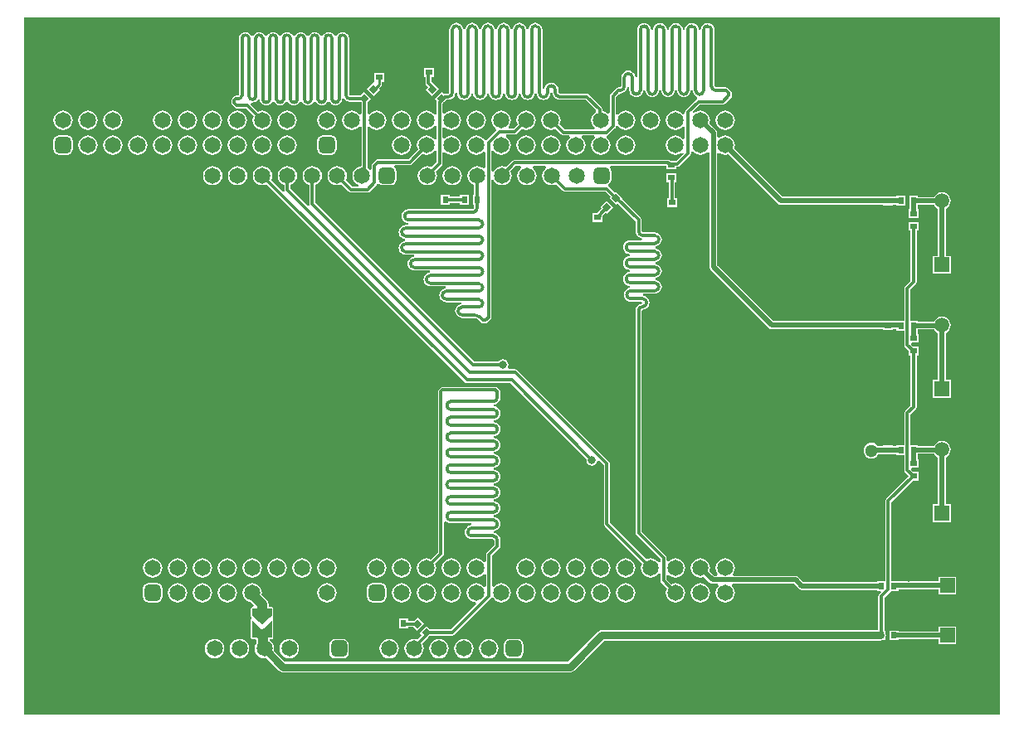
<source format=gbr>
G04*
G04 #@! TF.GenerationSoftware,Altium Limited,Altium Designer,23.10.1 (27)*
G04*
G04 Layer_Physical_Order=1*
G04 Layer_Color=255*
%FSLAX44Y44*%
%MOMM*%
G71*
G04*
G04 #@! TF.SameCoordinates,671930CB-C111-41D6-978D-B382350784AC*
G04*
G04*
G04 #@! TF.FilePolarity,Positive*
G04*
G01*
G75*
%ADD17R,1.5000X1.5000*%
%ADD22C,0.3000*%
%ADD23R,0.7000X0.6000*%
G04:AMPARAMS|DCode=24|XSize=0.7mm|YSize=0.6mm|CornerRadius=0mm|HoleSize=0mm|Usage=FLASHONLY|Rotation=45.000|XOffset=0mm|YOffset=0mm|HoleType=Round|Shape=Rectangle|*
%AMROTATEDRECTD24*
4,1,4,-0.0354,-0.4596,-0.4596,-0.0354,0.0354,0.4596,0.4596,0.0354,-0.0354,-0.4596,0.0*
%
%ADD24ROTATEDRECTD24*%

%AMCUSTOMSHAPE25*
4,1,5,1.0000,-0.0508,-1.0012,-0.0508,-1.0160,1.6256,0.0000,0.6858,1.0000,1.6256,1.0000,-0.0508,0.0*%
%ADD25CUSTOMSHAPE25*%

%AMCUSTOMSHAPE26*
4,1,5,-1.0254,0.0000,0.9746,0.0000,0.9746,-0.7374,-0.0254,-1.6374,-1.0254,-0.7374,-1.0254,0.0000,0.0*%
%ADD26CUSTOMSHAPE26*%

G04:AMPARAMS|DCode=27|XSize=0.7mm|YSize=0.6mm|CornerRadius=0mm|HoleSize=0mm|Usage=FLASHONLY|Rotation=135.000|XOffset=0mm|YOffset=0mm|HoleType=Round|Shape=Rectangle|*
%AMROTATEDRECTD27*
4,1,4,0.4596,-0.0354,0.0354,-0.4596,-0.4596,0.0354,-0.0354,0.4596,0.4596,-0.0354,0.0*
%
%ADD27ROTATEDRECTD27*%

%ADD28R,0.6000X0.7000*%
%ADD29C,1.0000*%
%ADD30C,0.2540*%
%ADD31C,0.7500*%
%ADD32C,1.5000*%
%ADD33C,0.5080*%
G04:AMPARAMS|DCode=34|XSize=1.65mm|YSize=1.65mm|CornerRadius=0.4125mm|HoleSize=0mm|Usage=FLASHONLY|Rotation=180.000|XOffset=0mm|YOffset=0mm|HoleType=Round|Shape=RoundedRectangle|*
%AMROUNDEDRECTD34*
21,1,1.6500,0.8250,0,0,180.0*
21,1,0.8250,1.6500,0,0,180.0*
1,1,0.8250,-0.4125,0.4125*
1,1,0.8250,0.4125,0.4125*
1,1,0.8250,0.4125,-0.4125*
1,1,0.8250,-0.4125,-0.4125*
%
%ADD34ROUNDEDRECTD34*%
%ADD35C,1.6500*%
%ADD36R,1.5000X1.5000*%
%ADD37C,1.5000*%
%ADD38C,0.6350*%
%ADD39C,0.8040*%
%ADD40C,1.3000*%
G36*
X997153Y2197D02*
X2197D01*
Y714083D01*
X997153D01*
Y2197D01*
D02*
G37*
%LPC*%
G36*
X523690Y708737D02*
X521847Y708494D01*
X520130Y707783D01*
X518655Y706652D01*
X517523Y705177D01*
X516832Y703508D01*
X516812Y703459D01*
X516619Y701993D01*
X514601D01*
X514408Y703459D01*
X514388Y703508D01*
X513697Y705177D01*
X512565Y706652D01*
X511090Y707783D01*
X509373Y708494D01*
X507530Y708737D01*
X505687Y708494D01*
X503969Y707783D01*
X502495Y706652D01*
X501363Y705177D01*
X500672Y703508D01*
X500652Y703459D01*
X500459Y701993D01*
X498441D01*
X498248Y703459D01*
X498228Y703508D01*
X497537Y705177D01*
X496405Y706652D01*
X494930Y707783D01*
X493213Y708494D01*
X491370Y708737D01*
X489527Y708494D01*
X487809Y707783D01*
X486335Y706652D01*
X485203Y705177D01*
X484512Y703508D01*
X484492Y703459D01*
X484299Y701993D01*
X482281D01*
X482088Y703459D01*
X482068Y703508D01*
X481377Y705177D01*
X480245Y706652D01*
X478770Y707783D01*
X477053Y708494D01*
X475210Y708737D01*
X473367Y708494D01*
X471650Y707783D01*
X470175Y706652D01*
X469043Y705177D01*
X468352Y703508D01*
X468332Y703459D01*
X468139Y701993D01*
X466121D01*
X465928Y703459D01*
X465908Y703508D01*
X465217Y705177D01*
X464085Y706652D01*
X462611Y707783D01*
X460893Y708494D01*
X459050Y708737D01*
X457207Y708494D01*
X455490Y707783D01*
X454015Y706652D01*
X452883Y705177D01*
X452192Y703508D01*
X452172Y703459D01*
X451979Y701993D01*
X449961D01*
X449768Y703459D01*
X449748Y703508D01*
X449057Y705177D01*
X447925Y706652D01*
X446451Y707783D01*
X444733Y708494D01*
X442890Y708737D01*
X441047Y708494D01*
X439330Y707783D01*
X437855Y706652D01*
X436723Y705177D01*
X436032Y703508D01*
X436012Y703459D01*
X435769Y701616D01*
X435771D01*
Y637886D01*
X435173Y636899D01*
X434186Y636301D01*
X431546D01*
X430368Y636067D01*
X430262Y635996D01*
X427842Y638416D01*
X420743Y631317D01*
X422962Y629097D01*
X422859Y628943D01*
X422625Y627764D01*
Y615573D01*
X420625Y614894D01*
X419586Y616248D01*
X417545Y617814D01*
X415168Y618798D01*
X412618Y619134D01*
X410067Y618798D01*
X407691Y617814D01*
X405650Y616248D01*
X404084Y614207D01*
X403099Y611830D01*
X402764Y609280D01*
X403099Y606729D01*
X404084Y604353D01*
X405650Y602312D01*
X407691Y600746D01*
X410067Y599761D01*
X412618Y599426D01*
X415168Y599761D01*
X417545Y600746D01*
X419586Y602312D01*
X420625Y603666D01*
X422625Y602987D01*
Y590173D01*
X420625Y589494D01*
X419586Y590848D01*
X417545Y592414D01*
X415168Y593399D01*
X412618Y593734D01*
X410067Y593399D01*
X407691Y592414D01*
X405650Y590848D01*
X404084Y588807D01*
X403099Y586430D01*
X402764Y583880D01*
X403099Y581329D01*
X403865Y579481D01*
X393883Y569499D01*
X362966D01*
X361788Y569265D01*
X360789Y568597D01*
X357336Y565145D01*
X356669Y564146D01*
X356434Y562967D01*
Y559345D01*
X354434Y558666D01*
X353668Y559665D01*
X352329Y560692D01*
Y602312D01*
X354329Y602990D01*
X354850Y602312D01*
X356891Y600746D01*
X359267Y599761D01*
X361818Y599426D01*
X364368Y599761D01*
X366745Y600746D01*
X368786Y602312D01*
X370352Y604353D01*
X371336Y606729D01*
X371672Y609280D01*
X371336Y611830D01*
X370352Y614207D01*
X368786Y616248D01*
X366745Y617814D01*
X364368Y618798D01*
X361818Y619134D01*
X359267Y618798D01*
X356891Y617814D01*
X354850Y616248D01*
X354329Y615569D01*
X352329Y616248D01*
Y620430D01*
X352446Y621016D01*
Y627829D01*
X355759Y631142D01*
X348660Y638241D01*
X344687Y634269D01*
X333862D01*
Y634305D01*
X333561Y634429D01*
X333436Y634730D01*
X333401D01*
Y692755D01*
X333393Y692793D01*
X333173Y694468D01*
X332512Y696063D01*
X331460Y697434D01*
X330090Y698485D01*
X328494Y699146D01*
X326782Y699372D01*
X325069Y699146D01*
X323473Y698485D01*
X322103Y697434D01*
X321051Y696063D01*
X320784Y695418D01*
X318619D01*
X318352Y696063D01*
X317300Y697434D01*
X315930Y698485D01*
X314334Y699146D01*
X312622Y699372D01*
X310909Y699146D01*
X309313Y698485D01*
X307943Y697434D01*
X306891Y696063D01*
X306624Y695418D01*
X304459D01*
X304192Y696063D01*
X303140Y697434D01*
X301770Y698485D01*
X300174Y699146D01*
X298462Y699372D01*
X296749Y699146D01*
X295153Y698485D01*
X293783Y697434D01*
X292731Y696063D01*
X292464Y695418D01*
X290299D01*
X290032Y696063D01*
X288980Y697434D01*
X287610Y698485D01*
X286014Y699146D01*
X284302Y699372D01*
X282589Y699146D01*
X280993Y698485D01*
X279623Y697434D01*
X278571Y696063D01*
X278304Y695418D01*
X276139D01*
X275872Y696063D01*
X274820Y697434D01*
X273450Y698485D01*
X271854Y699146D01*
X270142Y699372D01*
X268429Y699146D01*
X266833Y698485D01*
X265463Y697434D01*
X264411Y696063D01*
X264144Y695418D01*
X261979D01*
X261712Y696063D01*
X260660Y697434D01*
X259290Y698485D01*
X257694Y699146D01*
X255982Y699372D01*
X254269Y699146D01*
X252673Y698485D01*
X251303Y697434D01*
X250251Y696063D01*
X249984Y695418D01*
X247819D01*
X247552Y696063D01*
X246500Y697434D01*
X245130Y698485D01*
X243534Y699146D01*
X241822Y699372D01*
X240109Y699146D01*
X238513Y698485D01*
X237143Y697434D01*
X236091Y696063D01*
X235824Y695418D01*
X233659D01*
X233392Y696063D01*
X232340Y697434D01*
X230970Y698485D01*
X229374Y699146D01*
X227662Y699372D01*
X225949Y699146D01*
X224353Y698485D01*
X222983Y697434D01*
X221931Y696063D01*
X221270Y694468D01*
X221050Y692793D01*
X221042Y692755D01*
Y634730D01*
X221007D01*
X220882Y634429D01*
X220582Y634305D01*
Y634269D01*
X218090D01*
X216912Y634035D01*
X215913Y633367D01*
X214155Y631610D01*
X213488Y630611D01*
X213253Y629433D01*
Y626947D01*
X213488Y625769D01*
X214155Y624770D01*
X216517Y622409D01*
X217516Y621741D01*
X218694Y621507D01*
X228396D01*
X236225Y613678D01*
X235459Y611830D01*
X235124Y609280D01*
X235459Y606729D01*
X236444Y604353D01*
X238010Y602312D01*
X240051Y600746D01*
X242427Y599761D01*
X244978Y599426D01*
X247528Y599761D01*
X249905Y600746D01*
X251946Y602312D01*
X253512Y604353D01*
X254496Y606729D01*
X254832Y609280D01*
X254496Y611830D01*
X253512Y614207D01*
X251946Y616248D01*
X249905Y617814D01*
X247528Y618798D01*
X244978Y619134D01*
X242427Y618798D01*
X240579Y618033D01*
X233103Y625509D01*
X234037Y627404D01*
X234742Y627311D01*
X236454Y627537D01*
X238050Y628198D01*
X239420Y629249D01*
X240316Y630416D01*
X241107Y630418D01*
X242386Y630014D01*
X242510Y629067D01*
X243171Y627471D01*
X244223Y626101D01*
X245593Y625049D01*
X247189Y624388D01*
X248902Y624163D01*
X250614Y624388D01*
X252210Y625049D01*
X253580Y626101D01*
X254632Y627471D01*
X254899Y628117D01*
X257064D01*
X257331Y627471D01*
X258383Y626101D01*
X259753Y625049D01*
X261349Y624388D01*
X263062Y624163D01*
X264774Y624388D01*
X266370Y625049D01*
X267740Y626101D01*
X268792Y627471D01*
X269059Y628117D01*
X271224D01*
X271491Y627471D01*
X272543Y626101D01*
X273913Y625049D01*
X275509Y624388D01*
X277222Y624163D01*
X278934Y624388D01*
X280530Y625049D01*
X281900Y626101D01*
X282952Y627471D01*
X283219Y628117D01*
X285384D01*
X285651Y627471D01*
X286703Y626101D01*
X288073Y625049D01*
X289669Y624388D01*
X291382Y624163D01*
X293094Y624388D01*
X294690Y625049D01*
X296060Y626101D01*
X297112Y627471D01*
X297379Y628117D01*
X299544D01*
X299811Y627471D01*
X300863Y626101D01*
X302233Y625049D01*
X303829Y624388D01*
X305542Y624163D01*
X307254Y624388D01*
X308850Y625049D01*
X310220Y626101D01*
X311272Y627471D01*
X311539Y628117D01*
X313704D01*
X313971Y627471D01*
X315023Y626101D01*
X316393Y625049D01*
X317989Y624388D01*
X319702Y624163D01*
X321414Y624388D01*
X323010Y625049D01*
X324380Y626101D01*
X325432Y627471D01*
X326093Y629067D01*
X326313Y630742D01*
X326498Y630843D01*
X327228Y631101D01*
X328321Y631175D01*
X329183Y630051D01*
X330553Y629000D01*
X332149Y628339D01*
X333824Y628118D01*
X333862Y628111D01*
X346006D01*
X346287Y627829D01*
Y621486D01*
X346171Y620899D01*
Y615904D01*
X344171Y615225D01*
X343386Y616248D01*
X341345Y617814D01*
X338968Y618798D01*
X336418Y619134D01*
X333867Y618798D01*
X331491Y617814D01*
X329450Y616248D01*
X327884Y614207D01*
X326899Y611830D01*
X326564Y609280D01*
X326899Y606729D01*
X327884Y604353D01*
X329450Y602312D01*
X331491Y600746D01*
X333867Y599761D01*
X336418Y599426D01*
X338968Y599761D01*
X341345Y600746D01*
X343386Y602312D01*
X344171Y603335D01*
X346171Y602656D01*
Y562482D01*
X344150Y562215D01*
X341773Y561231D01*
X339732Y559665D01*
X338166Y557624D01*
X337182Y555247D01*
X336846Y552697D01*
X337182Y550146D01*
X338166Y547770D01*
X339732Y545729D01*
X341773Y544163D01*
X343231Y543559D01*
X342833Y541559D01*
X336792D01*
X330053Y548298D01*
X330818Y550146D01*
X331154Y552697D01*
X330818Y555247D01*
X329834Y557624D01*
X328268Y559665D01*
X326227Y561231D01*
X323851Y562215D01*
X321300Y562551D01*
X318750Y562215D01*
X316373Y561231D01*
X314332Y559665D01*
X312766Y557624D01*
X311782Y555247D01*
X311446Y552697D01*
X311782Y550146D01*
X312766Y547770D01*
X314332Y545729D01*
X316373Y544163D01*
X318750Y543178D01*
X321300Y542843D01*
X323851Y543178D01*
X325699Y543944D01*
X333340Y536303D01*
X334339Y535635D01*
X335517Y535401D01*
X352573D01*
X353751Y535635D01*
X354750Y536303D01*
X361691Y543243D01*
X362016Y543730D01*
X363207Y544217D01*
X364385Y544181D01*
X365772Y543255D01*
X367975Y542816D01*
X376225D01*
X378428Y543255D01*
X380295Y544502D01*
X381543Y546369D01*
X381981Y548572D01*
Y556822D01*
X381543Y559025D01*
X380295Y560892D01*
X379623Y561341D01*
X380229Y563341D01*
X395158D01*
X396336Y563575D01*
X397335Y564243D01*
X408219Y575127D01*
X410067Y574361D01*
X412618Y574026D01*
X415168Y574361D01*
X417545Y575346D01*
X419586Y576912D01*
X420625Y578266D01*
X422625Y577587D01*
Y566277D01*
X417799Y561450D01*
X415951Y562215D01*
X413400Y562551D01*
X410849Y562215D01*
X408473Y561231D01*
X406432Y559665D01*
X404866Y557624D01*
X403881Y555247D01*
X403546Y552697D01*
X403881Y550146D01*
X404866Y547770D01*
X406432Y545729D01*
X408473Y544163D01*
X410849Y543178D01*
X413400Y542843D01*
X415951Y543178D01*
X418327Y544163D01*
X420368Y545729D01*
X421934Y547770D01*
X422919Y550146D01*
X423254Y552697D01*
X422919Y555247D01*
X422153Y557095D01*
X427881Y562824D01*
X428549Y563823D01*
X428783Y565001D01*
Y576581D01*
X430783Y577259D01*
X431050Y576912D01*
X433091Y575346D01*
X435467Y574361D01*
X438018Y574026D01*
X440568Y574361D01*
X442945Y575346D01*
X444986Y576912D01*
X446552Y578953D01*
X447536Y581329D01*
X447872Y583880D01*
X447536Y586430D01*
X446552Y588807D01*
X444986Y590848D01*
X442945Y592414D01*
X440568Y593399D01*
X438018Y593734D01*
X435467Y593399D01*
X433091Y592414D01*
X431050Y590848D01*
X430783Y590500D01*
X428783Y591179D01*
Y601981D01*
X430783Y602659D01*
X431050Y602312D01*
X433091Y600746D01*
X435467Y599761D01*
X438018Y599426D01*
X440568Y599761D01*
X442945Y600746D01*
X444986Y602312D01*
X446552Y604353D01*
X447536Y606729D01*
X447872Y609280D01*
X447536Y611830D01*
X446552Y614207D01*
X444986Y616248D01*
X442945Y617814D01*
X440568Y618798D01*
X438018Y619134D01*
X435467Y618798D01*
X433091Y617814D01*
X431050Y616248D01*
X430783Y615900D01*
X428783Y616579D01*
Y626489D01*
X429666Y627372D01*
X429782Y627545D01*
X429920Y627573D01*
X430919Y628240D01*
X432813Y630134D01*
X434810Y630141D01*
X436653Y630384D01*
X436702Y630404D01*
X438371Y631095D01*
X439845Y632227D01*
X440977Y633702D01*
X441668Y635370D01*
X441688Y635419D01*
X441875Y636835D01*
X443822Y636896D01*
X443849Y636897D01*
X444092Y635054D01*
X444112Y635005D01*
X444803Y633337D01*
X445935Y631862D01*
X447410Y630730D01*
X449127Y630019D01*
X450970Y629776D01*
X452813Y630019D01*
X454530Y630730D01*
X456005Y631862D01*
X457137Y633337D01*
X457828Y635005D01*
X457848Y635054D01*
X458041Y636521D01*
X460059D01*
X460252Y635054D01*
X460272Y635005D01*
X460963Y633337D01*
X462095Y631862D01*
X463570Y630730D01*
X465287Y630019D01*
X467130Y629776D01*
X468973Y630019D01*
X470690Y630730D01*
X472165Y631862D01*
X473297Y633337D01*
X473988Y635005D01*
X474008Y635054D01*
X474201Y636521D01*
X476219D01*
X476412Y635054D01*
X476432Y635005D01*
X477123Y633337D01*
X478255Y631862D01*
X479729Y630730D01*
X481447Y630019D01*
X483290Y629776D01*
X485133Y630019D01*
X486850Y630730D01*
X488325Y631862D01*
X489457Y633337D01*
X490148Y635005D01*
X490168Y635054D01*
X490361Y636521D01*
X492379D01*
X492572Y635054D01*
X492592Y635005D01*
X493283Y633337D01*
X494415Y631862D01*
X495890Y630730D01*
X497607Y630019D01*
X499450Y629776D01*
X501293Y630019D01*
X503010Y630730D01*
X504485Y631862D01*
X505617Y633337D01*
X506308Y635005D01*
X506328Y635054D01*
X506521Y636521D01*
X508539D01*
X508732Y635054D01*
X508752Y635005D01*
X509443Y633337D01*
X510575Y631862D01*
X512049Y630730D01*
X513767Y630019D01*
X515610Y629776D01*
X517453Y630019D01*
X519170Y630730D01*
X520645Y631862D01*
X521777Y633337D01*
X522468Y635005D01*
X522488Y635054D01*
X522681Y636521D01*
X524699D01*
X524892Y635054D01*
X524912Y635005D01*
X525603Y633337D01*
X526735Y631862D01*
X528209Y630730D01*
X529927Y630019D01*
X531770Y629776D01*
X533613Y630019D01*
X535330Y630730D01*
X536805Y631862D01*
X537937Y633337D01*
X538628Y635005D01*
X538648Y635054D01*
X538891Y636897D01*
X538918Y636896D01*
X540865Y636835D01*
X541052Y635419D01*
X541072Y635370D01*
X541763Y633702D01*
X542895Y632227D01*
X544370Y631095D01*
X546038Y630404D01*
X546087Y630384D01*
X547930Y630141D01*
Y630143D01*
X574797D01*
X585116Y619824D01*
X585210Y619316D01*
X584869Y617337D01*
X583450Y616248D01*
X581884Y614207D01*
X580899Y611830D01*
X580564Y609280D01*
X580899Y606729D01*
X581884Y604353D01*
X583450Y602312D01*
X584206Y601732D01*
X583527Y599732D01*
X553520D01*
X548371Y604881D01*
X549136Y606729D01*
X549472Y609280D01*
X549136Y611830D01*
X548152Y614207D01*
X546586Y616248D01*
X544545Y617814D01*
X542168Y618798D01*
X539618Y619134D01*
X537067Y618798D01*
X534691Y617814D01*
X532650Y616248D01*
X531084Y614207D01*
X530099Y611830D01*
X529764Y609280D01*
X530099Y606729D01*
X531084Y604353D01*
X532650Y602312D01*
X534691Y600746D01*
X537067Y599761D01*
X539618Y599426D01*
X542168Y599761D01*
X544016Y600527D01*
X550068Y594476D01*
X551067Y593808D01*
X552245Y593574D01*
X558317D01*
X558996Y591574D01*
X558050Y590848D01*
X556484Y588807D01*
X555499Y586430D01*
X555164Y583880D01*
X555499Y581329D01*
X556484Y578953D01*
X558050Y576912D01*
X560091Y575346D01*
X562467Y574361D01*
X565018Y574026D01*
X567568Y574361D01*
X569945Y575346D01*
X571986Y576912D01*
X573552Y578953D01*
X574536Y581329D01*
X574872Y583880D01*
X574536Y586430D01*
X573552Y588807D01*
X571986Y590848D01*
X571040Y591574D01*
X571719Y593574D01*
X583717D01*
X584396Y591574D01*
X583450Y590848D01*
X581884Y588807D01*
X580899Y586430D01*
X580564Y583880D01*
X580899Y581329D01*
X581884Y578953D01*
X583450Y576912D01*
X585491Y575346D01*
X587867Y574361D01*
X590418Y574026D01*
X592968Y574361D01*
X595345Y575346D01*
X597386Y576912D01*
X598952Y578953D01*
X599936Y581329D01*
X600272Y583880D01*
X599936Y586430D01*
X598952Y588807D01*
X597386Y590848D01*
X596339Y591651D01*
X596919Y593728D01*
X597323Y593808D01*
X598322Y594476D01*
X604860Y601014D01*
X605528Y602013D01*
X605740Y603079D01*
X606055Y603270D01*
X607762Y603729D01*
X608850Y602312D01*
X610891Y600746D01*
X613267Y599761D01*
X615818Y599426D01*
X618368Y599761D01*
X620745Y600746D01*
X622786Y602312D01*
X624352Y604353D01*
X625336Y606729D01*
X625672Y609280D01*
X625336Y611830D01*
X624352Y614207D01*
X622786Y616248D01*
X620745Y617814D01*
X618368Y618798D01*
X615818Y619134D01*
X613267Y618798D01*
X610891Y617814D01*
X608850Y616248D01*
X607762Y614831D01*
X605762Y615510D01*
Y632904D01*
X608717Y635858D01*
X610349Y636745D01*
X612192Y636988D01*
X612241Y637008D01*
X613910Y637699D01*
X615384Y638831D01*
X616516Y640306D01*
X617207Y641974D01*
X617228Y642023D01*
X617390Y643258D01*
X619390Y643127D01*
Y639719D01*
X619388D01*
X619631Y637876D01*
X619651Y637827D01*
X620342Y636159D01*
X621474Y634684D01*
X622949Y633552D01*
X624666Y632841D01*
X626509Y632598D01*
X628352Y632841D01*
X630070Y633552D01*
X631544Y634684D01*
X632676Y636159D01*
X633367Y637827D01*
X633387Y637876D01*
X633581Y639343D01*
X635598D01*
X635791Y637876D01*
X635811Y637827D01*
X636502Y636159D01*
X637634Y634684D01*
X639109Y633552D01*
X640826Y632841D01*
X642669Y632598D01*
X644512Y632841D01*
X646230Y633552D01*
X647704Y634684D01*
X648836Y636159D01*
X649527Y637827D01*
X649548Y637876D01*
X649741Y639343D01*
X651758D01*
X651951Y637876D01*
X651971Y637827D01*
X652662Y636159D01*
X653794Y634684D01*
X655269Y633552D01*
X656986Y632841D01*
X658829Y632598D01*
X660672Y632841D01*
X662390Y633552D01*
X663864Y634684D01*
X664996Y636159D01*
X665687Y637827D01*
X665707Y637876D01*
X665901Y639343D01*
X667918D01*
X668111Y637876D01*
X668131Y637827D01*
X668822Y636159D01*
X669954Y634684D01*
X671429Y633552D01*
X673146Y632841D01*
X674989Y632598D01*
X676832Y632841D01*
X678550Y633552D01*
X680024Y634684D01*
X681156Y636159D01*
X681847Y637827D01*
X681868Y637876D01*
X682061Y639343D01*
X684078D01*
X684271Y637876D01*
X684291Y637827D01*
X684982Y636159D01*
X686114Y634684D01*
X687589Y633552D01*
X688803Y633049D01*
X688718Y630993D01*
X688686Y630987D01*
X687687Y630319D01*
X677019Y619651D01*
X676351Y618652D01*
X676117Y617474D01*
Y616235D01*
X674117Y615556D01*
X673586Y616248D01*
X671545Y617814D01*
X669168Y618798D01*
X666618Y619134D01*
X664067Y618798D01*
X661691Y617814D01*
X659650Y616248D01*
X658084Y614207D01*
X657099Y611830D01*
X656764Y609280D01*
X657099Y606729D01*
X658084Y604353D01*
X659650Y602312D01*
X661691Y600746D01*
X664067Y599761D01*
X666618Y599426D01*
X669168Y599761D01*
X671545Y600746D01*
X673586Y602312D01*
X674117Y603004D01*
X676117Y602325D01*
Y590835D01*
X674117Y590156D01*
X673586Y590848D01*
X671545Y592414D01*
X669168Y593399D01*
X666618Y593734D01*
X664067Y593399D01*
X661691Y592414D01*
X659650Y590848D01*
X658084Y588807D01*
X657099Y586430D01*
X656764Y583880D01*
X657099Y581329D01*
X658084Y578953D01*
X659650Y576912D01*
X661691Y575346D01*
X664067Y574361D01*
X666618Y574026D01*
X669168Y574361D01*
X671545Y575346D01*
X672542Y576111D01*
X674782Y575309D01*
X674793Y575262D01*
X668873Y569342D01*
X667452Y568146D01*
Y568146D01*
X667452Y568146D01*
X661229D01*
X660932Y568205D01*
X660298D01*
X659853Y568503D01*
X658675Y568737D01*
X502412D01*
X501234Y568503D01*
X500235Y567835D01*
X493893Y561494D01*
X492150Y562215D01*
X489600Y562551D01*
X487049Y562215D01*
X484673Y561231D01*
X482632Y559665D01*
X481066Y557624D01*
X480821Y557033D01*
X478821Y557431D01*
Y577574D01*
X480821Y578252D01*
X481850Y576912D01*
X483891Y575346D01*
X486267Y574361D01*
X488818Y574026D01*
X491368Y574361D01*
X493745Y575346D01*
X495786Y576912D01*
X497352Y578953D01*
X498336Y581329D01*
X498672Y583880D01*
X498336Y586430D01*
X497352Y588807D01*
X495786Y590848D01*
X493745Y592414D01*
X493433Y592543D01*
X493831Y594543D01*
X502560D01*
X503739Y594778D01*
X504738Y595445D01*
X509819Y600527D01*
X511667Y599761D01*
X514218Y599426D01*
X516768Y599761D01*
X519145Y600746D01*
X521186Y602312D01*
X522752Y604353D01*
X523736Y606729D01*
X524072Y609280D01*
X523736Y611830D01*
X522752Y614207D01*
X521186Y616248D01*
X519145Y617814D01*
X516768Y618798D01*
X514218Y619134D01*
X511667Y618798D01*
X509291Y617814D01*
X507250Y616248D01*
X505684Y614207D01*
X504699Y611830D01*
X504364Y609280D01*
X504699Y606729D01*
X505465Y604881D01*
X501285Y600702D01*
X496973D01*
X496496Y601349D01*
X496085Y602702D01*
X497352Y604353D01*
X498336Y606729D01*
X498672Y609280D01*
X498336Y611830D01*
X497352Y614207D01*
X495786Y616248D01*
X493745Y617814D01*
X491368Y618798D01*
X488818Y619134D01*
X486267Y618798D01*
X483891Y617814D01*
X481850Y616248D01*
X480284Y614207D01*
X479299Y611830D01*
X478964Y609280D01*
X479299Y606729D01*
X480284Y604353D01*
X481850Y602312D01*
X483193Y601281D01*
X483521Y599198D01*
X483421Y598776D01*
X473922Y589277D01*
X473352Y589141D01*
X472564Y589157D01*
X471488Y589412D01*
X470386Y590848D01*
X468345Y592414D01*
X465968Y593399D01*
X463418Y593734D01*
X460867Y593399D01*
X458491Y592414D01*
X456450Y590848D01*
X454884Y588807D01*
X453899Y586430D01*
X453564Y583880D01*
X453899Y581329D01*
X454884Y578953D01*
X456450Y576912D01*
X458491Y575346D01*
X460867Y574361D01*
X463418Y574026D01*
X465968Y574361D01*
X468345Y575346D01*
X470386Y576912D01*
X470663Y577273D01*
X472663Y576594D01*
Y560771D01*
X470663Y560053D01*
X469127Y561231D01*
X466750Y562215D01*
X464200Y562551D01*
X461650Y562215D01*
X459273Y561231D01*
X457232Y559665D01*
X455666Y557624D01*
X454682Y555247D01*
X454346Y552697D01*
X454682Y550146D01*
X455666Y547770D01*
X457232Y545729D01*
X459273Y544163D01*
X461121Y543397D01*
Y533086D01*
X459584D01*
Y523046D01*
X461121D01*
Y519989D01*
X460523Y519003D01*
X459536Y518405D01*
X394221D01*
Y518406D01*
X392378Y518164D01*
X392329Y518144D01*
X390661Y517452D01*
X389186Y516321D01*
X388054Y514846D01*
X387343Y513129D01*
X387100Y511285D01*
X387343Y509442D01*
X388054Y507725D01*
X389186Y506250D01*
X390661Y505118D01*
X392329Y504427D01*
X392378Y504407D01*
X393613Y504245D01*
X393482Y502245D01*
X391097D01*
Y502246D01*
X389254Y502004D01*
X389205Y501983D01*
X387536Y501292D01*
X386061Y500161D01*
X384930Y498686D01*
X384218Y496968D01*
X383976Y495126D01*
X384218Y493282D01*
X384930Y491565D01*
X386061Y490090D01*
X387536Y488959D01*
X389205Y488267D01*
X389254Y488247D01*
X390720Y488054D01*
Y486037D01*
X389254Y485844D01*
X389205Y485824D01*
X387536Y485132D01*
X386061Y484001D01*
X384930Y482526D01*
X384218Y480808D01*
X383976Y478965D01*
X384218Y477122D01*
X384930Y475405D01*
X386061Y473930D01*
X387536Y472799D01*
X389205Y472107D01*
X389254Y472087D01*
X391097Y471844D01*
Y471846D01*
X399524D01*
X399655Y469846D01*
X398421Y469684D01*
X398372Y469664D01*
X396703Y468972D01*
X395229Y467841D01*
X394097Y466366D01*
X393386Y464649D01*
X393143Y462805D01*
X393386Y460962D01*
X394097Y459245D01*
X395229Y457770D01*
X396703Y456639D01*
X398372Y455947D01*
X398421Y455927D01*
X400264Y455685D01*
Y455686D01*
X415684D01*
X415816Y453686D01*
X414581Y453524D01*
X414532Y453503D01*
X412863Y452812D01*
X411389Y451681D01*
X410257Y450206D01*
X409546Y448489D01*
X409303Y446646D01*
X409546Y444803D01*
X410257Y443085D01*
X411389Y441610D01*
X412863Y440479D01*
X414532Y439787D01*
X414581Y439767D01*
X416424Y439524D01*
Y439526D01*
X431844D01*
X431976Y437526D01*
X430741Y437364D01*
X430692Y437344D01*
X429023Y436652D01*
X427548Y435521D01*
X426417Y434046D01*
X425705Y432328D01*
X425463Y430485D01*
X425705Y428643D01*
X426417Y426925D01*
X427548Y425450D01*
X429023Y424319D01*
X430692Y423628D01*
X430741Y423607D01*
X432584Y423364D01*
Y423366D01*
X448004D01*
X448135Y421366D01*
X446901Y421204D01*
X446852Y421184D01*
X445183Y420492D01*
X443708Y419361D01*
X442577Y417886D01*
X441866Y416169D01*
X441623Y414325D01*
X441866Y412482D01*
X442577Y410765D01*
X443708Y409290D01*
X445183Y408159D01*
X446852Y407467D01*
X446901Y407447D01*
X448744Y407205D01*
Y407206D01*
X461888D01*
X461902Y407209D01*
X462964Y406998D01*
X464587Y406088D01*
X466087Y404588D01*
X466087Y404588D01*
X468004Y402671D01*
X469003Y402004D01*
X470181Y401769D01*
X472667D01*
X473845Y402004D01*
X474844Y402671D01*
X477919Y405747D01*
X478587Y406746D01*
X478821Y407924D01*
Y547963D01*
X480821Y548361D01*
X481066Y547770D01*
X482632Y545729D01*
X484673Y544163D01*
X487049Y543178D01*
X489600Y542843D01*
X492150Y543178D01*
X494527Y544163D01*
X496568Y545729D01*
X498134Y547770D01*
X499118Y550146D01*
X499454Y552697D01*
X499118Y555247D01*
X498309Y557201D01*
X503687Y562579D01*
X508544D01*
X509223Y560579D01*
X508032Y559665D01*
X506466Y557624D01*
X505481Y555247D01*
X505146Y552697D01*
X505481Y550146D01*
X506466Y547770D01*
X508032Y545729D01*
X510073Y544163D01*
X512449Y543178D01*
X515000Y542843D01*
X517551Y543178D01*
X519927Y544163D01*
X521968Y545729D01*
X523534Y547770D01*
X524519Y550146D01*
X524854Y552697D01*
X524519Y555247D01*
X523534Y557624D01*
X521968Y559665D01*
X520777Y560579D01*
X521456Y562579D01*
X533944D01*
X534623Y560579D01*
X533432Y559665D01*
X531866Y557624D01*
X530882Y555247D01*
X530546Y552697D01*
X530882Y550146D01*
X531866Y547770D01*
X533432Y545729D01*
X535473Y544163D01*
X537850Y543178D01*
X540400Y542843D01*
X542951Y543178D01*
X544799Y543944D01*
X551678Y537065D01*
X552677Y536397D01*
X553855Y536163D01*
X594863D01*
X600063Y530962D01*
X599044Y529944D01*
X606143Y522844D01*
X607543Y524244D01*
X625825Y505963D01*
Y495613D01*
X625823D01*
X626066Y493770D01*
X626086Y493721D01*
X626777Y492053D01*
X627909Y490578D01*
X629384Y489446D01*
X631052Y488755D01*
X631101Y488735D01*
X632336Y488572D01*
X632205Y486572D01*
X620313D01*
Y486574D01*
X618470Y486331D01*
X618422Y486311D01*
X616753Y485620D01*
X615278Y484488D01*
X614146Y483014D01*
X613435Y481296D01*
X613192Y479453D01*
X613435Y477610D01*
X614146Y475893D01*
X615278Y474418D01*
X616753Y473286D01*
X618422Y472595D01*
X618470Y472575D01*
X619937Y472382D01*
Y470364D01*
X618470Y470171D01*
X618422Y470151D01*
X616753Y469460D01*
X615278Y468328D01*
X614146Y466854D01*
X613435Y465136D01*
X613192Y463293D01*
X613435Y461450D01*
X614146Y459733D01*
X615278Y458258D01*
X616753Y457126D01*
X618422Y456435D01*
X618470Y456415D01*
X619937Y456222D01*
Y454204D01*
X618470Y454011D01*
X618422Y453991D01*
X616753Y453300D01*
X615278Y452168D01*
X614146Y450694D01*
X613435Y448976D01*
X613192Y447133D01*
X613435Y445290D01*
X614146Y443573D01*
X615278Y442098D01*
X616753Y440966D01*
X618422Y440275D01*
X618470Y440255D01*
X620313Y440012D01*
X620289Y438022D01*
X618990Y437851D01*
X618941Y437831D01*
X617272Y437140D01*
X615798Y436008D01*
X614666Y434534D01*
X613954Y432816D01*
X613712Y430973D01*
X613954Y429130D01*
X614666Y427413D01*
X615798Y425938D01*
X617272Y424806D01*
X618941Y424115D01*
X618990Y424095D01*
X620833Y423852D01*
Y423854D01*
X632205D01*
X632336Y421854D01*
X631101Y421691D01*
X631052Y421671D01*
X629384Y420980D01*
X627909Y419848D01*
X626777Y418374D01*
X626086Y416705D01*
X626066Y416656D01*
X625823Y414813D01*
X625825D01*
Y372845D01*
Y187960D01*
X626059Y186782D01*
X626727Y185783D01*
X651225Y161285D01*
Y158373D01*
X649225Y157694D01*
X648186Y159048D01*
X646145Y160614D01*
X643768Y161599D01*
X641218Y161934D01*
X638667Y161599D01*
X636820Y160833D01*
X599471Y198181D01*
Y258315D01*
X599237Y259493D01*
X598569Y260492D01*
X505094Y353967D01*
X504095Y354635D01*
X502917Y354869D01*
X496508D01*
X495439Y356869D01*
X495693Y357248D01*
X496123Y359410D01*
X495693Y361572D01*
X494468Y363404D01*
X492636Y364629D01*
X490474Y365059D01*
X488312Y364629D01*
X486480Y363404D01*
X485868Y362489D01*
X461524D01*
X298979Y525033D01*
Y543397D01*
X300827Y544163D01*
X302868Y545729D01*
X304434Y547770D01*
X305418Y550146D01*
X305754Y552697D01*
X305418Y555247D01*
X304434Y557624D01*
X302868Y559665D01*
X300827Y561231D01*
X298451Y562215D01*
X295900Y562551D01*
X293349Y562215D01*
X290973Y561231D01*
X288932Y559665D01*
X287366Y557624D01*
X286381Y555247D01*
X286046Y552697D01*
X286381Y550146D01*
X287366Y547770D01*
X288932Y545729D01*
X290973Y544163D01*
X292821Y543397D01*
Y523758D01*
X292985Y522934D01*
X292019Y522083D01*
X291335Y521755D01*
X273579Y539511D01*
Y543397D01*
X275427Y544163D01*
X277468Y545729D01*
X279034Y547770D01*
X280019Y550146D01*
X280354Y552697D01*
X280019Y555247D01*
X279034Y557624D01*
X277468Y559665D01*
X275427Y561231D01*
X273050Y562215D01*
X270500Y562551D01*
X267950Y562215D01*
X265573Y561231D01*
X263532Y559665D01*
X261966Y557624D01*
X260982Y555247D01*
X260646Y552697D01*
X260982Y550146D01*
X261966Y547770D01*
X263532Y545729D01*
X265573Y544163D01*
X267421Y543397D01*
Y538236D01*
X267589Y537391D01*
X266731Y536603D01*
X265939Y536212D01*
X253853Y548298D01*
X254618Y550146D01*
X254954Y552697D01*
X254618Y555247D01*
X253634Y557624D01*
X252068Y559665D01*
X250027Y561231D01*
X247651Y562215D01*
X245100Y562551D01*
X242549Y562215D01*
X240173Y561231D01*
X238132Y559665D01*
X236566Y557624D01*
X235581Y555247D01*
X235246Y552697D01*
X235581Y550146D01*
X236566Y547770D01*
X238132Y545729D01*
X240173Y544163D01*
X242549Y543178D01*
X245100Y542843D01*
X247651Y543178D01*
X249499Y543944D01*
X451704Y341739D01*
X452703Y341071D01*
X453881Y340837D01*
X498089D01*
X575718Y263207D01*
X575504Y262128D01*
X575933Y259966D01*
X577158Y258134D01*
X578990Y256909D01*
X581152Y256479D01*
X583314Y256909D01*
X585146Y258134D01*
X586371Y259966D01*
X586567Y260956D01*
X588738Y261615D01*
X593313Y257039D01*
Y196906D01*
X593547Y195728D01*
X594215Y194729D01*
X632465Y156479D01*
X631699Y154630D01*
X631364Y152080D01*
X631699Y149529D01*
X632684Y147153D01*
X634250Y145112D01*
X636291Y143546D01*
X638667Y142562D01*
X641218Y142226D01*
X643768Y142562D01*
X646145Y143546D01*
X648186Y145112D01*
X649225Y146466D01*
X651225Y145787D01*
Y138994D01*
X651459Y137816D01*
X652127Y136817D01*
X657865Y131079D01*
X657100Y129230D01*
X656764Y126680D01*
X657100Y124129D01*
X658084Y121753D01*
X659650Y119712D01*
X661691Y118146D01*
X664068Y117162D01*
X666618Y116826D01*
X669168Y117162D01*
X671545Y118146D01*
X673586Y119712D01*
X675152Y121753D01*
X676136Y124129D01*
X676472Y126680D01*
X676136Y129230D01*
X675152Y131607D01*
X673586Y133648D01*
X671545Y135214D01*
X669168Y136199D01*
X666618Y136534D01*
X664068Y136199D01*
X662219Y135433D01*
X657383Y140269D01*
Y144781D01*
X659383Y145460D01*
X659650Y145112D01*
X661691Y143546D01*
X664068Y142562D01*
X666618Y142226D01*
X669168Y142562D01*
X671545Y143546D01*
X673586Y145112D01*
X675152Y147153D01*
X676136Y149529D01*
X676472Y152080D01*
X676136Y154630D01*
X675152Y157007D01*
X673586Y159048D01*
X671545Y160614D01*
X669168Y161599D01*
X666618Y161934D01*
X664068Y161599D01*
X661691Y160614D01*
X659650Y159048D01*
X659383Y158700D01*
X657383Y159379D01*
Y162560D01*
X657149Y163738D01*
X656481Y164737D01*
X631983Y189235D01*
Y372845D01*
Y414170D01*
X632631Y415249D01*
X633518Y415848D01*
X634787Y416015D01*
X634836Y416035D01*
X636505Y416726D01*
X637980Y417858D01*
X639111Y419333D01*
X639823Y421050D01*
X640065Y422893D01*
X639823Y424736D01*
X639111Y426454D01*
X637980Y427928D01*
X636505Y429060D01*
X634836Y429751D01*
X634787Y429771D01*
X633553Y429934D01*
X633684Y431934D01*
X645517D01*
Y431932D01*
X647360Y432175D01*
X647409Y432195D01*
X649077Y432886D01*
X650552Y434018D01*
X651684Y435493D01*
X652395Y437210D01*
X652638Y439053D01*
X652395Y440896D01*
X651684Y442614D01*
X650552Y444088D01*
X649077Y445220D01*
X647409Y445911D01*
X647360Y445931D01*
X645893Y446124D01*
Y448142D01*
X647360Y448335D01*
X647409Y448355D01*
X649077Y449046D01*
X650552Y450178D01*
X651684Y451653D01*
X652395Y453370D01*
X652638Y455213D01*
X652395Y457056D01*
X651684Y458774D01*
X650552Y460248D01*
X649077Y461380D01*
X647409Y462071D01*
X647360Y462091D01*
X645893Y462285D01*
Y464302D01*
X647360Y464495D01*
X647409Y464515D01*
X649077Y465206D01*
X650552Y466338D01*
X651684Y467813D01*
X652395Y469530D01*
X652638Y471373D01*
X652395Y473216D01*
X651684Y474934D01*
X650552Y476408D01*
X649077Y477540D01*
X647409Y478231D01*
X647360Y478251D01*
X645893Y478445D01*
Y480462D01*
X647360Y480655D01*
X647409Y480675D01*
X649077Y481366D01*
X650552Y482498D01*
X651684Y483973D01*
X652395Y485690D01*
X652638Y487533D01*
X652395Y489376D01*
X651684Y491094D01*
X650552Y492568D01*
X649077Y493700D01*
X647409Y494391D01*
X647360Y494411D01*
X645517Y494654D01*
Y494652D01*
X633568D01*
X632581Y495250D01*
X631983Y496237D01*
Y507238D01*
X631749Y508416D01*
X631081Y509415D01*
X611898Y528599D01*
X612536Y529236D01*
X605437Y536336D01*
X604418Y535317D01*
X598315Y541419D01*
X598211Y541489D01*
X598192Y541537D01*
X598305Y543774D01*
X599395Y544502D01*
X600643Y546369D01*
X601081Y548572D01*
Y556822D01*
X600643Y559025D01*
X599604Y560579D01*
X599958Y561776D01*
X600470Y562579D01*
X657412D01*
Y559106D01*
X667452D01*
Y561439D01*
X668404D01*
X669582Y561673D01*
X670581Y562341D01*
X681373Y573133D01*
X682041Y574132D01*
X682275Y575310D01*
Y577243D01*
X684275Y577921D01*
X685050Y576912D01*
X687091Y575346D01*
X689467Y574361D01*
X692018Y574026D01*
X694568Y574361D01*
X696945Y575346D01*
X698964Y576895D01*
X699070Y576882D01*
X700964Y576205D01*
Y459740D01*
X701280Y458156D01*
X702177Y456813D01*
X761867Y397123D01*
X763210Y396226D01*
X764794Y395910D01*
X877884D01*
Y395022D01*
X887924D01*
Y395910D01*
X892100D01*
Y394522D01*
X899975D01*
Y379654D01*
X900209Y378476D01*
X900877Y377477D01*
X904554Y373799D01*
Y369114D01*
X906495D01*
Y317890D01*
X900877Y312272D01*
X900209Y311273D01*
X899975Y310095D01*
Y277562D01*
X892054D01*
Y276682D01*
X887924D01*
Y277062D01*
X877884D01*
Y276682D01*
X872742D01*
X872114Y277500D01*
X870439Y278785D01*
X868488Y279594D01*
X866394Y279869D01*
X864300Y279594D01*
X862349Y278785D01*
X860674Y277500D01*
X859389Y275825D01*
X858580Y273874D01*
X858305Y271780D01*
X858580Y269686D01*
X859389Y267735D01*
X860674Y266060D01*
X862349Y264774D01*
X864300Y263966D01*
X866394Y263691D01*
X868488Y263966D01*
X870439Y264774D01*
X872114Y266060D01*
X873400Y267735D01*
X873676Y268402D01*
X877884D01*
Y268022D01*
X887924D01*
Y268402D01*
X892054D01*
Y267522D01*
X899975D01*
Y251846D01*
X900209Y250668D01*
X900877Y249669D01*
X904554Y245991D01*
Y245661D01*
X881311Y222417D01*
X880643Y221418D01*
X880409Y220240D01*
Y138624D01*
X871988D01*
Y137744D01*
X796989D01*
X792035Y142697D01*
X790692Y143595D01*
X789108Y143910D01*
X725984D01*
X724998Y145910D01*
X725952Y147153D01*
X726936Y149529D01*
X727272Y152080D01*
X726936Y154630D01*
X725952Y157007D01*
X724386Y159048D01*
X722345Y160614D01*
X719968Y161599D01*
X717418Y161934D01*
X714867Y161599D01*
X712491Y160614D01*
X710450Y159048D01*
X708884Y157007D01*
X707899Y154630D01*
X707564Y152080D01*
X707899Y149529D01*
X708884Y147153D01*
X709838Y145910D01*
X708852Y143910D01*
X706043D01*
X701210Y148742D01*
X701536Y149529D01*
X701872Y152080D01*
X701536Y154630D01*
X700552Y157007D01*
X698986Y159048D01*
X696945Y160614D01*
X694568Y161599D01*
X692018Y161934D01*
X689467Y161599D01*
X687091Y160614D01*
X685050Y159048D01*
X683484Y157007D01*
X682499Y154630D01*
X682164Y152080D01*
X682499Y149529D01*
X683484Y147153D01*
X685050Y145112D01*
X687091Y143546D01*
X689467Y142562D01*
X692018Y142226D01*
X694568Y142562D01*
X695356Y142888D01*
X701401Y136843D01*
X702744Y135946D01*
X704328Y135631D01*
X709748D01*
X710426Y133716D01*
X710436Y133631D01*
X708884Y131607D01*
X707899Y129230D01*
X707564Y126680D01*
X707899Y124129D01*
X708884Y121753D01*
X710450Y119712D01*
X712491Y118146D01*
X714867Y117162D01*
X717418Y116826D01*
X719968Y117162D01*
X722345Y118146D01*
X724386Y119712D01*
X725952Y121753D01*
X726936Y124129D01*
X727272Y126680D01*
X726936Y129230D01*
X725952Y131607D01*
X724400Y133631D01*
X724410Y133716D01*
X725088Y135631D01*
X787393D01*
X792347Y130677D01*
X793690Y129780D01*
X795274Y129464D01*
X871988D01*
Y128584D01*
X875291D01*
X876057Y126736D01*
X874327Y125006D01*
X873659Y124007D01*
X873425Y122829D01*
Y88685D01*
X591566D01*
X589510Y88276D01*
X587766Y87112D01*
X587766Y87111D01*
X556828Y56173D01*
X267923D01*
X256592Y67504D01*
X256854Y69497D01*
X256518Y72048D01*
X255534Y74424D01*
X253968Y76465D01*
X252332Y77720D01*
Y79635D01*
X254602D01*
X255765Y80117D01*
X256247Y81280D01*
Y98044D01*
X256015Y98604D01*
X255801Y99171D01*
X255776Y99182D01*
X255765Y99207D01*
X255519Y99309D01*
X255519Y101728D01*
X255703Y101893D01*
X255723Y101935D01*
X255765Y101953D01*
X255991Y102497D01*
X256245Y103029D01*
X256230Y103073D01*
X256247Y103116D01*
Y110490D01*
X255765Y111653D01*
X254602Y112135D01*
X251432D01*
Y114883D01*
X251208Y116585D01*
X250551Y118171D01*
X249506Y119533D01*
X249506Y119533D01*
X244403Y124636D01*
X244672Y126680D01*
X244337Y129230D01*
X243352Y131607D01*
X241786Y133648D01*
X239745Y135214D01*
X237369Y136199D01*
X234818Y136534D01*
X232268Y136199D01*
X229891Y135214D01*
X227850Y133648D01*
X226284Y131607D01*
X225300Y129230D01*
X224964Y126680D01*
X225300Y124129D01*
X226284Y121753D01*
X227850Y119712D01*
X229891Y118146D01*
X232268Y117162D01*
X233431Y117008D01*
X236304Y114135D01*
X235475Y112135D01*
X234602D01*
X233439Y111653D01*
X232957Y110490D01*
Y103116D01*
X232974Y103073D01*
X232959Y103029D01*
X233213Y102497D01*
X233439Y101953D01*
X233481Y101935D01*
X233501Y101893D01*
X233680Y101732D01*
Y99372D01*
X233268Y99197D01*
X233258Y99172D01*
X233234Y99161D01*
X233024Y98592D01*
X232797Y98029D01*
X232945Y81265D01*
X233188Y80692D01*
X233426Y80117D01*
X233433Y80114D01*
X233437Y80106D01*
X234014Y79873D01*
X234590Y79635D01*
X238437D01*
X238907Y78500D01*
X239180Y78144D01*
Y75355D01*
X238466Y74424D01*
X237481Y72048D01*
X237146Y69497D01*
X237481Y66947D01*
X238466Y64570D01*
X240032Y62529D01*
X242073Y60963D01*
X244450Y59978D01*
X247000Y59643D01*
X248993Y59905D01*
X261898Y47000D01*
X263641Y45836D01*
X265697Y45427D01*
X265697Y45427D01*
X559054D01*
X559054Y45427D01*
X561110Y45836D01*
X562854Y47000D01*
X593792Y77939D01*
X875792D01*
X876291Y78038D01*
X881024D01*
Y82602D01*
X881165Y83312D01*
X881024Y84022D01*
Y88078D01*
X879583D01*
Y121554D01*
X885665Y127636D01*
X886299Y128584D01*
X894028D01*
Y129972D01*
X934870D01*
Y125092D01*
X952910D01*
Y143132D01*
X934870D01*
Y138252D01*
X894028D01*
Y138624D01*
X886567D01*
Y218965D01*
X908909Y241306D01*
X914594D01*
Y250346D01*
X908908D01*
X906949Y252306D01*
X907777Y254306D01*
X914594D01*
Y263346D01*
X913714D01*
Y267522D01*
X914094D01*
Y268523D01*
X930384D01*
X930503Y268235D01*
X931949Y266351D01*
X933833Y264905D01*
X934242Y264736D01*
Y216804D01*
X929362D01*
Y198764D01*
X947402D01*
Y216804D01*
X942522D01*
Y264736D01*
X942931Y264905D01*
X944815Y266351D01*
X946261Y268235D01*
X947170Y270429D01*
X947480Y272784D01*
X947170Y275139D01*
X946261Y277333D01*
X944815Y279217D01*
X942931Y280663D01*
X940737Y281572D01*
X938382Y281882D01*
X936027Y281572D01*
X933833Y280663D01*
X931949Y279217D01*
X930503Y277333D01*
X930283Y276803D01*
X914094D01*
Y277562D01*
X906133D01*
Y308819D01*
X911751Y314437D01*
X912419Y315436D01*
X912653Y316615D01*
Y369114D01*
X914594D01*
Y378154D01*
X908908D01*
X906949Y380114D01*
X907777Y382114D01*
X914594D01*
Y391154D01*
X913737D01*
Y394522D01*
X914140D01*
Y395523D01*
X930384D01*
X930503Y395235D01*
X931949Y393351D01*
X933833Y391905D01*
X934242Y391735D01*
Y343804D01*
X929362D01*
Y325764D01*
X947402D01*
Y343804D01*
X942522D01*
Y391735D01*
X942931Y391905D01*
X944815Y393351D01*
X946261Y395235D01*
X947170Y397429D01*
X947480Y399784D01*
X947170Y402139D01*
X946261Y404333D01*
X944815Y406217D01*
X942931Y407663D01*
X940737Y408572D01*
X938382Y408882D01*
X936027Y408572D01*
X933833Y407663D01*
X931949Y406217D01*
X930503Y404333D01*
X930283Y403802D01*
X914140D01*
Y404562D01*
X906133D01*
Y436327D01*
X911751Y441945D01*
X912419Y442944D01*
X912653Y444123D01*
Y496322D01*
X914594D01*
Y505362D01*
X904554D01*
Y496322D01*
X906495D01*
Y445398D01*
X900877Y439780D01*
X900209Y438781D01*
X899975Y437603D01*
Y404562D01*
X892100D01*
Y404190D01*
X766509D01*
X709243Y461455D01*
Y575317D01*
X711244Y576303D01*
X712491Y575346D01*
X714867Y574361D01*
X717418Y574026D01*
X719968Y574361D01*
X720756Y574688D01*
X771321Y524123D01*
X772664Y523226D01*
X774248Y522910D01*
X877884D01*
Y522276D01*
X887924D01*
Y522910D01*
X892100D01*
Y521776D01*
X901140D01*
Y531816D01*
X892100D01*
Y531190D01*
X887924D01*
Y531316D01*
X877884D01*
Y531190D01*
X775963D01*
X726610Y580542D01*
X726936Y581329D01*
X727272Y583880D01*
X726936Y586430D01*
X725952Y588807D01*
X724386Y590848D01*
X722345Y592414D01*
X719968Y593399D01*
X717418Y593734D01*
X714867Y593399D01*
X712491Y592414D01*
X711244Y591457D01*
X709243Y592443D01*
Y596194D01*
X709243Y596194D01*
X708928Y597778D01*
X708031Y599121D01*
X708031Y599121D01*
X701210Y605942D01*
X701536Y606729D01*
X701872Y609280D01*
X701536Y611830D01*
X700552Y614207D01*
X698986Y616248D01*
X696945Y617814D01*
X694568Y618798D01*
X692018Y619134D01*
X689467Y618798D01*
X687091Y617814D01*
X685493Y616588D01*
X684172Y618095D01*
X691139Y625063D01*
X714756D01*
X715934Y625297D01*
X716933Y625965D01*
X723057Y632088D01*
X723724Y633087D01*
X723959Y634265D01*
Y636751D01*
X723724Y637929D01*
X723057Y638928D01*
X719981Y642003D01*
X718982Y642671D01*
X717804Y642905D01*
X707933D01*
X706946Y643503D01*
X706348Y644490D01*
Y701425D01*
X706350D01*
X706107Y703269D01*
X706087Y703317D01*
X705396Y704986D01*
X704264Y706461D01*
X702790Y707592D01*
X701072Y708304D01*
X699229Y708546D01*
X697386Y708304D01*
X695669Y707592D01*
X694194Y706461D01*
X693062Y704986D01*
X692371Y703317D01*
X692351Y703269D01*
X692158Y701802D01*
X690141D01*
X689948Y703269D01*
X689927Y703317D01*
X689236Y704986D01*
X688104Y706461D01*
X686630Y707592D01*
X684912Y708304D01*
X683069Y708546D01*
X681226Y708304D01*
X679509Y707592D01*
X678034Y706461D01*
X676902Y704986D01*
X676211Y703317D01*
X676191Y703269D01*
X675998Y701802D01*
X673981D01*
X673788Y703269D01*
X673767Y703317D01*
X673076Y704986D01*
X671944Y706461D01*
X670470Y707592D01*
X668752Y708304D01*
X666909Y708546D01*
X665066Y708304D01*
X663349Y707592D01*
X661874Y706461D01*
X660742Y704986D01*
X660051Y703317D01*
X660031Y703269D01*
X659838Y701802D01*
X657821D01*
X657627Y703269D01*
X657607Y703317D01*
X656916Y704986D01*
X655784Y706461D01*
X654310Y707592D01*
X652592Y708304D01*
X650749Y708546D01*
X648906Y708304D01*
X647189Y707592D01*
X645714Y706461D01*
X644582Y704986D01*
X643891Y703317D01*
X643871Y703269D01*
X643678Y701802D01*
X641661D01*
X641468Y703269D01*
X641447Y703317D01*
X640756Y704986D01*
X639624Y706461D01*
X638150Y707592D01*
X636432Y708304D01*
X634589Y708546D01*
X632746Y708304D01*
X631029Y707592D01*
X629554Y706461D01*
X628422Y704986D01*
X627731Y703317D01*
X627711Y703269D01*
X627468Y701425D01*
X627470D01*
Y653508D01*
X625470Y653377D01*
X625308Y654612D01*
X625287Y654660D01*
X624596Y656329D01*
X623465Y657804D01*
X621990Y658936D01*
X620272Y659647D01*
X618429Y659890D01*
X616586Y659647D01*
X614869Y658936D01*
X613394Y657804D01*
X612262Y656329D01*
X611571Y654661D01*
X611551Y654612D01*
X611308Y652769D01*
X611310D01*
Y644490D01*
X610712Y643503D01*
X609725Y642905D01*
X608330D01*
X607152Y642671D01*
X606153Y642003D01*
X600506Y636357D01*
X599838Y635358D01*
X599604Y634179D01*
Y616643D01*
X597604Y615964D01*
X597386Y616248D01*
X595345Y617814D01*
X592968Y618798D01*
X592280Y618889D01*
Y620094D01*
X592045Y621272D01*
X591378Y622271D01*
X578249Y635399D01*
X577250Y636067D01*
X576072Y636301D01*
X548554D01*
X547567Y636899D01*
X546969Y637886D01*
Y640437D01*
X546971D01*
X546728Y642280D01*
X546708Y642329D01*
X546017Y643998D01*
X544885Y645473D01*
X543410Y646604D01*
X541693Y647316D01*
X539850Y647558D01*
X538007Y647316D01*
X536289Y646604D01*
X534815Y645473D01*
X533683Y643998D01*
X532992Y642329D01*
X532972Y642280D01*
X532809Y641046D01*
X530809Y641177D01*
Y701616D01*
X530811D01*
X530568Y703459D01*
X530548Y703508D01*
X529857Y705177D01*
X528725Y706652D01*
X527250Y707783D01*
X525533Y708494D01*
X523690Y708737D01*
D02*
G37*
G36*
X419802Y662588D02*
X409762D01*
Y653548D01*
X411449D01*
Y646938D01*
X411683Y645760D01*
X412351Y644761D01*
X414076Y643035D01*
X411550Y640509D01*
X417943Y634117D01*
X425042Y641216D01*
X418650Y647609D01*
X417607Y649177D01*
Y653548D01*
X419802D01*
Y662588D01*
D02*
G37*
G36*
X369510Y657554D02*
X359470D01*
Y650510D01*
X359470Y648644D01*
X358582Y647865D01*
X357852Y647434D01*
X351460Y641041D01*
X358559Y633942D01*
X364951Y640334D01*
X363811Y641474D01*
X365993Y643656D01*
X366610Y644579D01*
X366827Y645668D01*
Y648514D01*
X369510D01*
Y657554D01*
D02*
G37*
G36*
X717418Y619134D02*
X714867Y618798D01*
X712491Y617814D01*
X710450Y616248D01*
X708884Y614207D01*
X707899Y611830D01*
X707564Y609280D01*
X707899Y606729D01*
X708884Y604353D01*
X710450Y602312D01*
X712491Y600746D01*
X714867Y599761D01*
X717418Y599426D01*
X719968Y599761D01*
X722345Y600746D01*
X724386Y602312D01*
X725952Y604353D01*
X726936Y606729D01*
X727272Y609280D01*
X726936Y611830D01*
X725952Y614207D01*
X724386Y616248D01*
X722345Y617814D01*
X719968Y618798D01*
X717418Y619134D01*
D02*
G37*
G36*
X641218D02*
X638667Y618798D01*
X636291Y617814D01*
X634250Y616248D01*
X632684Y614207D01*
X631699Y611830D01*
X631364Y609280D01*
X631699Y606729D01*
X632684Y604353D01*
X634250Y602312D01*
X636291Y600746D01*
X638667Y599761D01*
X641218Y599426D01*
X643768Y599761D01*
X646145Y600746D01*
X648186Y602312D01*
X649752Y604353D01*
X650736Y606729D01*
X651072Y609280D01*
X650736Y611830D01*
X649752Y614207D01*
X648186Y616248D01*
X646145Y617814D01*
X643768Y618798D01*
X641218Y619134D01*
D02*
G37*
G36*
X463418D02*
X460867Y618798D01*
X458491Y617814D01*
X456450Y616248D01*
X454884Y614207D01*
X453899Y611830D01*
X453564Y609280D01*
X453899Y606729D01*
X454884Y604353D01*
X456450Y602312D01*
X458491Y600746D01*
X460867Y599761D01*
X463418Y599426D01*
X465968Y599761D01*
X468345Y600746D01*
X470386Y602312D01*
X471952Y604353D01*
X472936Y606729D01*
X473272Y609280D01*
X472936Y611830D01*
X471952Y614207D01*
X470386Y616248D01*
X468345Y617814D01*
X465968Y618798D01*
X463418Y619134D01*
D02*
G37*
G36*
X387218D02*
X384667Y618798D01*
X382291Y617814D01*
X380250Y616248D01*
X378684Y614207D01*
X377699Y611830D01*
X377364Y609280D01*
X377699Y606729D01*
X378684Y604353D01*
X380250Y602312D01*
X382291Y600746D01*
X384667Y599761D01*
X387218Y599426D01*
X389768Y599761D01*
X392145Y600746D01*
X394186Y602312D01*
X395752Y604353D01*
X396736Y606729D01*
X397072Y609280D01*
X396736Y611830D01*
X395752Y614207D01*
X394186Y616248D01*
X392145Y617814D01*
X389768Y618798D01*
X387218Y619134D01*
D02*
G37*
G36*
X311018D02*
X308467Y618798D01*
X306091Y617814D01*
X304050Y616248D01*
X302484Y614207D01*
X301499Y611830D01*
X301164Y609280D01*
X301499Y606729D01*
X302484Y604353D01*
X304050Y602312D01*
X306091Y600746D01*
X308467Y599761D01*
X311018Y599426D01*
X313568Y599761D01*
X315945Y600746D01*
X317986Y602312D01*
X319552Y604353D01*
X320536Y606729D01*
X320872Y609280D01*
X320536Y611830D01*
X319552Y614207D01*
X317986Y616248D01*
X315945Y617814D01*
X313568Y618798D01*
X311018Y619134D01*
D02*
G37*
G36*
X270378Y619134D02*
X267827Y618798D01*
X265451Y617814D01*
X263410Y616248D01*
X261844Y614207D01*
X260859Y611830D01*
X260523Y609280D01*
X260859Y606729D01*
X261844Y604353D01*
X263410Y602312D01*
X265451Y600746D01*
X267827Y599761D01*
X270378Y599426D01*
X272928Y599761D01*
X275305Y600746D01*
X277346Y602312D01*
X278912Y604353D01*
X279896Y606729D01*
X280232Y609280D01*
X279896Y611830D01*
X278912Y614207D01*
X277346Y616248D01*
X275305Y617814D01*
X272928Y618798D01*
X270378Y619134D01*
D02*
G37*
G36*
X219578D02*
X217027Y618798D01*
X214651Y617814D01*
X212610Y616248D01*
X211044Y614207D01*
X210059Y611830D01*
X209723Y609280D01*
X210059Y606729D01*
X211044Y604353D01*
X212610Y602312D01*
X214651Y600746D01*
X217027Y599761D01*
X219578Y599426D01*
X222128Y599761D01*
X224505Y600746D01*
X226546Y602312D01*
X228112Y604353D01*
X229096Y606729D01*
X229432Y609280D01*
X229096Y611830D01*
X228112Y614207D01*
X226546Y616248D01*
X224505Y617814D01*
X222128Y618798D01*
X219578Y619134D01*
D02*
G37*
G36*
X194178D02*
X191627Y618798D01*
X189251Y617814D01*
X187210Y616248D01*
X185644Y614207D01*
X184659Y611830D01*
X184324Y609280D01*
X184659Y606729D01*
X185644Y604353D01*
X187210Y602312D01*
X189251Y600746D01*
X191627Y599761D01*
X194178Y599426D01*
X196728Y599761D01*
X199105Y600746D01*
X201146Y602312D01*
X202712Y604353D01*
X203696Y606729D01*
X204032Y609280D01*
X203696Y611830D01*
X202712Y614207D01*
X201146Y616248D01*
X199105Y617814D01*
X196728Y618798D01*
X194178Y619134D01*
D02*
G37*
G36*
X168778D02*
X166227Y618798D01*
X163851Y617814D01*
X161810Y616248D01*
X160244Y614207D01*
X159259Y611830D01*
X158924Y609280D01*
X159259Y606729D01*
X160244Y604353D01*
X161810Y602312D01*
X163851Y600746D01*
X166227Y599761D01*
X168778Y599426D01*
X171328Y599761D01*
X173705Y600746D01*
X175746Y602312D01*
X177312Y604353D01*
X178296Y606729D01*
X178632Y609280D01*
X178296Y611830D01*
X177312Y614207D01*
X175746Y616248D01*
X173705Y617814D01*
X171328Y618798D01*
X168778Y619134D01*
D02*
G37*
G36*
X143378D02*
X140827Y618798D01*
X138451Y617814D01*
X136410Y616248D01*
X134844Y614207D01*
X133859Y611830D01*
X133524Y609280D01*
X133859Y606729D01*
X134844Y604353D01*
X136410Y602312D01*
X138451Y600746D01*
X140827Y599761D01*
X143378Y599426D01*
X145928Y599761D01*
X148305Y600746D01*
X150346Y602312D01*
X151912Y604353D01*
X152896Y606729D01*
X153232Y609280D01*
X152896Y611830D01*
X151912Y614207D01*
X150346Y616248D01*
X148305Y617814D01*
X145928Y618798D01*
X143378Y619134D01*
D02*
G37*
G36*
X92578D02*
X90027Y618798D01*
X87651Y617814D01*
X85610Y616248D01*
X84044Y614207D01*
X83059Y611830D01*
X82724Y609280D01*
X83059Y606729D01*
X84044Y604353D01*
X85610Y602312D01*
X87651Y600746D01*
X90027Y599761D01*
X92578Y599426D01*
X95128Y599761D01*
X97505Y600746D01*
X99546Y602312D01*
X101112Y604353D01*
X102096Y606729D01*
X102432Y609280D01*
X102096Y611830D01*
X101112Y614207D01*
X99546Y616248D01*
X97505Y617814D01*
X95128Y618798D01*
X92578Y619134D01*
D02*
G37*
G36*
X67178D02*
X64627Y618798D01*
X62251Y617814D01*
X60210Y616248D01*
X58644Y614207D01*
X57659Y611830D01*
X57323Y609280D01*
X57659Y606729D01*
X58644Y604353D01*
X60210Y602312D01*
X62251Y600746D01*
X64627Y599761D01*
X67178Y599426D01*
X69728Y599761D01*
X72105Y600746D01*
X74146Y602312D01*
X75712Y604353D01*
X76696Y606729D01*
X77032Y609280D01*
X76696Y611830D01*
X75712Y614207D01*
X74146Y616248D01*
X72105Y617814D01*
X69728Y618798D01*
X67178Y619134D01*
D02*
G37*
G36*
X41778D02*
X39227Y618798D01*
X36851Y617814D01*
X34810Y616248D01*
X33244Y614207D01*
X32259Y611830D01*
X31923Y609280D01*
X32259Y606729D01*
X33244Y604353D01*
X34810Y602312D01*
X36851Y600746D01*
X39227Y599761D01*
X41778Y599426D01*
X44328Y599761D01*
X46705Y600746D01*
X48746Y602312D01*
X50312Y604353D01*
X51296Y606729D01*
X51632Y609280D01*
X51296Y611830D01*
X50312Y614207D01*
X48746Y616248D01*
X46705Y617814D01*
X44328Y618798D01*
X41778Y619134D01*
D02*
G37*
G36*
X615818Y593734D02*
X613267Y593399D01*
X610891Y592414D01*
X608850Y590848D01*
X607284Y588807D01*
X606299Y586430D01*
X605964Y583880D01*
X606299Y581329D01*
X607284Y578953D01*
X608850Y576912D01*
X610891Y575346D01*
X613267Y574361D01*
X615818Y574026D01*
X618368Y574361D01*
X620745Y575346D01*
X622786Y576912D01*
X624352Y578953D01*
X625336Y581329D01*
X625672Y583880D01*
X625336Y586430D01*
X624352Y588807D01*
X622786Y590848D01*
X620745Y592414D01*
X618368Y593399D01*
X615818Y593734D01*
D02*
G37*
G36*
X539618D02*
X537067Y593399D01*
X534691Y592414D01*
X532650Y590848D01*
X531084Y588807D01*
X530099Y586430D01*
X529764Y583880D01*
X530099Y581329D01*
X531084Y578953D01*
X532650Y576912D01*
X534691Y575346D01*
X537067Y574361D01*
X539618Y574026D01*
X542168Y574361D01*
X544545Y575346D01*
X546586Y576912D01*
X548152Y578953D01*
X549136Y581329D01*
X549472Y583880D01*
X549136Y586430D01*
X548152Y588807D01*
X546586Y590848D01*
X544545Y592414D01*
X542168Y593399D01*
X539618Y593734D01*
D02*
G37*
G36*
X514218D02*
X511667Y593399D01*
X509291Y592414D01*
X507250Y590848D01*
X505684Y588807D01*
X504699Y586430D01*
X504364Y583880D01*
X504699Y581329D01*
X505684Y578953D01*
X507250Y576912D01*
X509291Y575346D01*
X511667Y574361D01*
X514218Y574026D01*
X516768Y574361D01*
X519145Y575346D01*
X521186Y576912D01*
X522752Y578953D01*
X523736Y581329D01*
X524072Y583880D01*
X523736Y586430D01*
X522752Y588807D01*
X521186Y590848D01*
X519145Y592414D01*
X516768Y593399D01*
X514218Y593734D01*
D02*
G37*
G36*
X387218D02*
X384667Y593399D01*
X382291Y592414D01*
X380250Y590848D01*
X378684Y588807D01*
X377699Y586430D01*
X377364Y583880D01*
X377699Y581329D01*
X378684Y578953D01*
X380250Y576912D01*
X382291Y575346D01*
X384667Y574361D01*
X387218Y574026D01*
X389768Y574361D01*
X392145Y575346D01*
X394186Y576912D01*
X395752Y578953D01*
X396736Y581329D01*
X397072Y583880D01*
X396736Y586430D01*
X395752Y588807D01*
X394186Y590848D01*
X392145Y592414D01*
X389768Y593399D01*
X387218Y593734D01*
D02*
G37*
G36*
X270378Y593734D02*
X267827Y593398D01*
X265451Y592414D01*
X263410Y590848D01*
X261844Y588807D01*
X260859Y586430D01*
X260523Y583880D01*
X260859Y581329D01*
X261844Y578953D01*
X263410Y576912D01*
X265451Y575346D01*
X267827Y574361D01*
X270378Y574026D01*
X272928Y574361D01*
X275305Y575346D01*
X277346Y576912D01*
X278912Y578953D01*
X279896Y581329D01*
X280232Y583880D01*
X279896Y586430D01*
X278912Y588807D01*
X277346Y590848D01*
X275305Y592414D01*
X272928Y593398D01*
X270378Y593734D01*
D02*
G37*
G36*
X244978D02*
X242427Y593398D01*
X240051Y592414D01*
X238010Y590848D01*
X236444Y588807D01*
X235459Y586430D01*
X235124Y583880D01*
X235459Y581329D01*
X236444Y578953D01*
X238010Y576912D01*
X240051Y575346D01*
X242427Y574361D01*
X244978Y574026D01*
X247528Y574361D01*
X249905Y575346D01*
X251946Y576912D01*
X253512Y578953D01*
X254496Y581329D01*
X254832Y583880D01*
X254496Y586430D01*
X253512Y588807D01*
X251946Y590848D01*
X249905Y592414D01*
X247528Y593398D01*
X244978Y593734D01*
D02*
G37*
G36*
X219578D02*
X217027Y593398D01*
X214651Y592414D01*
X212610Y590848D01*
X211044Y588807D01*
X210059Y586430D01*
X209723Y583880D01*
X210059Y581329D01*
X211044Y578953D01*
X212610Y576912D01*
X214651Y575346D01*
X217027Y574361D01*
X219578Y574026D01*
X222128Y574361D01*
X224505Y575346D01*
X226546Y576912D01*
X228112Y578953D01*
X229096Y581329D01*
X229432Y583880D01*
X229096Y586430D01*
X228112Y588807D01*
X226546Y590848D01*
X224505Y592414D01*
X222128Y593398D01*
X219578Y593734D01*
D02*
G37*
G36*
X194178D02*
X191627Y593398D01*
X189251Y592414D01*
X187210Y590848D01*
X185644Y588807D01*
X184659Y586430D01*
X184324Y583880D01*
X184659Y581329D01*
X185644Y578953D01*
X187210Y576912D01*
X189251Y575346D01*
X191627Y574361D01*
X194178Y574026D01*
X196728Y574361D01*
X199105Y575346D01*
X201146Y576912D01*
X202712Y578953D01*
X203696Y581329D01*
X204032Y583880D01*
X203696Y586430D01*
X202712Y588807D01*
X201146Y590848D01*
X199105Y592414D01*
X196728Y593398D01*
X194178Y593734D01*
D02*
G37*
G36*
X168778D02*
X166227Y593398D01*
X163851Y592414D01*
X161810Y590848D01*
X160244Y588807D01*
X159259Y586430D01*
X158924Y583880D01*
X159259Y581329D01*
X160244Y578953D01*
X161810Y576912D01*
X163851Y575346D01*
X166227Y574361D01*
X168778Y574026D01*
X171328Y574361D01*
X173705Y575346D01*
X175746Y576912D01*
X177312Y578953D01*
X178296Y581329D01*
X178632Y583880D01*
X178296Y586430D01*
X177312Y588807D01*
X175746Y590848D01*
X173705Y592414D01*
X171328Y593398D01*
X168778Y593734D01*
D02*
G37*
G36*
X143378D02*
X140827Y593398D01*
X138451Y592414D01*
X136410Y590848D01*
X134844Y588807D01*
X133859Y586430D01*
X133524Y583880D01*
X133859Y581329D01*
X134844Y578953D01*
X136410Y576912D01*
X138451Y575346D01*
X140827Y574361D01*
X143378Y574026D01*
X145928Y574361D01*
X148305Y575346D01*
X150346Y576912D01*
X151912Y578953D01*
X152896Y581329D01*
X153232Y583880D01*
X152896Y586430D01*
X151912Y588807D01*
X150346Y590848D01*
X148305Y592414D01*
X145928Y593398D01*
X143378Y593734D01*
D02*
G37*
G36*
X117978D02*
X115427Y593398D01*
X113051Y592414D01*
X111010Y590848D01*
X109444Y588807D01*
X108459Y586430D01*
X108124Y583880D01*
X108459Y581329D01*
X109444Y578953D01*
X111010Y576912D01*
X113051Y575346D01*
X115427Y574361D01*
X117978Y574026D01*
X120528Y574361D01*
X122905Y575346D01*
X124946Y576912D01*
X126512Y578953D01*
X127496Y581329D01*
X127832Y583880D01*
X127496Y586430D01*
X126512Y588807D01*
X124946Y590848D01*
X122905Y592414D01*
X120528Y593398D01*
X117978Y593734D01*
D02*
G37*
G36*
X92578D02*
X90027Y593398D01*
X87651Y592414D01*
X85610Y590848D01*
X84044Y588807D01*
X83059Y586430D01*
X82724Y583880D01*
X83059Y581329D01*
X84044Y578953D01*
X85610Y576912D01*
X87651Y575346D01*
X90027Y574361D01*
X92578Y574026D01*
X95128Y574361D01*
X97505Y575346D01*
X99546Y576912D01*
X101112Y578953D01*
X102096Y581329D01*
X102432Y583880D01*
X102096Y586430D01*
X101112Y588807D01*
X99546Y590848D01*
X97505Y592414D01*
X95128Y593398D01*
X92578Y593734D01*
D02*
G37*
G36*
X67178D02*
X64627Y593398D01*
X62251Y592414D01*
X60210Y590848D01*
X58644Y588807D01*
X57659Y586430D01*
X57323Y583880D01*
X57659Y581329D01*
X58644Y578953D01*
X60210Y576912D01*
X62251Y575346D01*
X64627Y574361D01*
X67178Y574026D01*
X69728Y574361D01*
X72105Y575346D01*
X74146Y576912D01*
X75712Y578953D01*
X76696Y581329D01*
X77032Y583880D01*
X76696Y586430D01*
X75712Y588807D01*
X74146Y590848D01*
X72105Y592414D01*
X69728Y593398D01*
X67178Y593734D01*
D02*
G37*
G36*
X315143Y593760D02*
X306893D01*
X304690Y593322D01*
X302823Y592075D01*
X301575Y590207D01*
X301137Y588005D01*
Y579755D01*
X301575Y577552D01*
X302823Y575685D01*
X304690Y574437D01*
X306893Y573999D01*
X315143D01*
X317346Y574437D01*
X319213Y575685D01*
X320460Y577552D01*
X320899Y579755D01*
Y588005D01*
X320460Y590207D01*
X319213Y592075D01*
X317346Y593322D01*
X315143Y593760D01*
D02*
G37*
G36*
X45903Y593760D02*
X37653D01*
X35450Y593322D01*
X33583Y592075D01*
X32335Y590207D01*
X31897Y588005D01*
Y579755D01*
X32335Y577552D01*
X33583Y575685D01*
X35450Y574437D01*
X37653Y573999D01*
X45903D01*
X48105Y574437D01*
X49973Y575685D01*
X51220Y577552D01*
X51658Y579755D01*
Y588005D01*
X51220Y590207D01*
X49973Y592075D01*
X48105Y593322D01*
X45903Y593760D01*
D02*
G37*
G36*
X438800Y562551D02*
X436250Y562215D01*
X433873Y561231D01*
X431832Y559665D01*
X430266Y557624D01*
X429282Y555247D01*
X428946Y552697D01*
X429282Y550146D01*
X430266Y547770D01*
X431832Y545729D01*
X433873Y544163D01*
X436250Y543178D01*
X438800Y542843D01*
X441351Y543178D01*
X443727Y544163D01*
X445768Y545729D01*
X447334Y547770D01*
X448318Y550146D01*
X448654Y552697D01*
X448318Y555247D01*
X447334Y557624D01*
X445768Y559665D01*
X443727Y561231D01*
X441351Y562215D01*
X438800Y562551D01*
D02*
G37*
G36*
X219700D02*
X217150Y562215D01*
X214773Y561231D01*
X212732Y559665D01*
X211166Y557624D01*
X210182Y555247D01*
X209846Y552697D01*
X210182Y550146D01*
X211166Y547770D01*
X212732Y545729D01*
X214773Y544163D01*
X217150Y543178D01*
X219700Y542843D01*
X222250Y543178D01*
X224627Y544163D01*
X226668Y545729D01*
X228234Y547770D01*
X229219Y550146D01*
X229554Y552697D01*
X229219Y555247D01*
X228234Y557624D01*
X226668Y559665D01*
X224627Y561231D01*
X222250Y562215D01*
X219700Y562551D01*
D02*
G37*
G36*
X194300D02*
X191749Y562215D01*
X189373Y561231D01*
X187332Y559665D01*
X185766Y557624D01*
X184781Y555247D01*
X184446Y552697D01*
X184781Y550146D01*
X185766Y547770D01*
X187332Y545729D01*
X189373Y544163D01*
X191749Y543178D01*
X194300Y542843D01*
X196850Y543178D01*
X199227Y544163D01*
X201268Y545729D01*
X202834Y547770D01*
X203818Y550146D01*
X204154Y552697D01*
X203818Y555247D01*
X202834Y557624D01*
X201268Y559665D01*
X199227Y561231D01*
X196850Y562215D01*
X194300Y562551D01*
D02*
G37*
G36*
X455624Y533086D02*
X446584D01*
Y531145D01*
X436320D01*
Y533086D01*
X427280D01*
Y523046D01*
X436320D01*
Y524987D01*
X446584D01*
Y523046D01*
X455624D01*
Y533086D01*
D02*
G37*
G36*
X938384Y535836D02*
X936029Y535526D01*
X933835Y534617D01*
X931951Y533171D01*
X930505Y531287D01*
X930348Y530906D01*
X914140D01*
Y531816D01*
X905100D01*
Y521776D01*
X905457D01*
Y518362D01*
X904554D01*
Y509322D01*
X914594D01*
Y518362D01*
X913737D01*
Y521776D01*
X914140D01*
Y522627D01*
X930323D01*
X930505Y522189D01*
X931951Y520305D01*
X933835Y518859D01*
X934244Y518689D01*
Y470758D01*
X929364D01*
Y452718D01*
X947404D01*
Y470758D01*
X942523D01*
Y518689D01*
X942933Y518859D01*
X944817Y520305D01*
X946263Y522189D01*
X947172Y524383D01*
X947482Y526738D01*
X947172Y529093D01*
X946263Y531287D01*
X944817Y533171D01*
X942933Y534617D01*
X940739Y535526D01*
X938384Y535836D01*
D02*
G37*
G36*
X667452Y555146D02*
X657412D01*
Y546106D01*
X659734D01*
Y529792D01*
X657920D01*
Y520752D01*
X667960D01*
Y529792D01*
X665892D01*
Y546106D01*
X667452D01*
Y555146D01*
D02*
G37*
G36*
X596244Y527143D02*
X589852Y520751D01*
X591224Y519379D01*
X587071Y515225D01*
X586451Y514298D01*
X582228D01*
Y505258D01*
X592268D01*
Y510980D01*
X592327Y511278D01*
Y511773D01*
X595579Y515024D01*
X596951Y513652D01*
X603343Y520044D01*
X596244Y527143D01*
D02*
G37*
G36*
X482875Y336835D02*
X428985D01*
X427807Y336601D01*
X426808Y335933D01*
X425051Y334176D01*
X424383Y333177D01*
X424149Y331999D01*
Y167965D01*
X417016Y160833D01*
X415168Y161599D01*
X412618Y161934D01*
X410067Y161599D01*
X407691Y160614D01*
X405650Y159048D01*
X404084Y157007D01*
X403100Y154630D01*
X402764Y152080D01*
X403100Y149529D01*
X404084Y147153D01*
X405650Y145112D01*
X407691Y143546D01*
X410067Y142562D01*
X412618Y142226D01*
X415168Y142562D01*
X417545Y143546D01*
X419586Y145112D01*
X421152Y147153D01*
X422136Y149529D01*
X422472Y152080D01*
X422136Y154630D01*
X421371Y156479D01*
X429405Y164513D01*
X430073Y165512D01*
X430307Y166690D01*
Y199020D01*
X431961Y199686D01*
X432307Y199739D01*
X433708Y198664D01*
X435376Y197973D01*
X435425Y197953D01*
X437268Y197710D01*
Y197712D01*
X458010D01*
X458141Y195712D01*
X456906Y195549D01*
X456857Y195529D01*
X455189Y194838D01*
X453714Y193706D01*
X452582Y192232D01*
X451871Y190514D01*
X451628Y188671D01*
X451871Y186828D01*
X452582Y185111D01*
X453714Y183636D01*
X455189Y182504D01*
X456857Y181813D01*
X456906Y181793D01*
X458749Y181550D01*
Y181552D01*
X479968D01*
X480955Y180954D01*
X481553Y179967D01*
Y175265D01*
X474073Y167785D01*
X473405Y166786D01*
X473171Y165608D01*
Y158704D01*
X471171Y158025D01*
X470386Y159048D01*
X468345Y160614D01*
X465969Y161599D01*
X463418Y161934D01*
X460868Y161599D01*
X458491Y160614D01*
X456450Y159048D01*
X454884Y157007D01*
X453899Y154630D01*
X453564Y152080D01*
X453899Y149529D01*
X454884Y147153D01*
X456450Y145112D01*
X458491Y143546D01*
X460868Y142562D01*
X463418Y142226D01*
X465969Y142562D01*
X468345Y143546D01*
X470386Y145112D01*
X471171Y146135D01*
X473171Y145456D01*
Y133304D01*
X471171Y132625D01*
X470386Y133648D01*
X468345Y135214D01*
X465969Y136199D01*
X463418Y136534D01*
X460868Y136199D01*
X458491Y135214D01*
X456450Y133648D01*
X454884Y131607D01*
X453899Y129230D01*
X453564Y126680D01*
X453899Y124129D01*
X454884Y121753D01*
X456450Y119712D01*
X458491Y118146D01*
X460868Y117162D01*
X462447Y116954D01*
X463167Y114846D01*
X437352Y89031D01*
X415909D01*
X412595Y92344D01*
X405496Y85245D01*
X407576Y83165D01*
X403140Y78730D01*
X402450Y79015D01*
X399900Y79351D01*
X397350Y79015D01*
X394973Y78031D01*
X392932Y76465D01*
X391366Y74424D01*
X390382Y72048D01*
X390046Y69497D01*
X390382Y66947D01*
X391366Y64570D01*
X392932Y62529D01*
X394973Y60963D01*
X397350Y59978D01*
X399900Y59643D01*
X402450Y59978D01*
X404827Y60963D01*
X406868Y62529D01*
X408434Y64570D01*
X409418Y66947D01*
X409754Y69497D01*
X409418Y72048D01*
X408434Y74424D01*
X408048Y74928D01*
X414419Y81299D01*
X414588Y81552D01*
X415909Y82872D01*
X438628D01*
X439806Y83107D01*
X440805Y83774D01*
X478427Y121397D01*
X478615Y121433D01*
X480311Y121370D01*
X480704Y121205D01*
X481850Y119712D01*
X483891Y118146D01*
X486268Y117162D01*
X488818Y116826D01*
X491368Y117162D01*
X493745Y118146D01*
X495786Y119712D01*
X497352Y121753D01*
X498336Y124129D01*
X498672Y126680D01*
X498336Y129230D01*
X497352Y131607D01*
X495786Y133648D01*
X493745Y135214D01*
X491368Y136199D01*
X488818Y136534D01*
X486268Y136199D01*
X483891Y135214D01*
X481850Y133648D01*
X481329Y132969D01*
X479329Y133648D01*
Y159963D01*
Y164333D01*
X486809Y171813D01*
X487477Y172812D01*
X487711Y173990D01*
Y180591D01*
X487713D01*
X487470Y182434D01*
X487450Y182483D01*
X486759Y184152D01*
X485627Y185626D01*
X484152Y186758D01*
X482484Y187449D01*
X482435Y187469D01*
X481039Y187653D01*
Y189670D01*
X482577Y189873D01*
X482626Y189893D01*
X484295Y190584D01*
X485769Y191716D01*
X486901Y193191D01*
X487612Y194908D01*
X487855Y196751D01*
X487612Y198594D01*
X486901Y200312D01*
X485769Y201786D01*
X484295Y202918D01*
X482626Y203609D01*
X482577Y203629D01*
X481110Y203822D01*
Y205840D01*
X482577Y206033D01*
X482626Y206053D01*
X484295Y206744D01*
X485769Y207876D01*
X486901Y209351D01*
X487612Y211068D01*
X487855Y212911D01*
X487612Y214754D01*
X486901Y216472D01*
X485769Y217946D01*
X484295Y219078D01*
X482626Y219769D01*
X482577Y219789D01*
X481110Y219982D01*
Y222000D01*
X482577Y222193D01*
X482626Y222213D01*
X484295Y222904D01*
X485769Y224036D01*
X486901Y225511D01*
X487612Y227228D01*
X487855Y229071D01*
X487612Y230914D01*
X486901Y232631D01*
X485769Y234106D01*
X484295Y235238D01*
X482626Y235929D01*
X482577Y235949D01*
X481110Y236143D01*
Y238160D01*
X482577Y238353D01*
X482626Y238373D01*
X484295Y239064D01*
X485769Y240196D01*
X486901Y241671D01*
X487612Y243388D01*
X487855Y245231D01*
X487612Y247074D01*
X486901Y248792D01*
X485769Y250266D01*
X484295Y251398D01*
X482626Y252089D01*
X482577Y252109D01*
X481110Y252302D01*
Y254320D01*
X482577Y254513D01*
X482626Y254533D01*
X484295Y255224D01*
X485769Y256356D01*
X486901Y257831D01*
X487612Y259548D01*
X487855Y261391D01*
X487612Y263234D01*
X486901Y264951D01*
X485769Y266426D01*
X484295Y267558D01*
X482626Y268249D01*
X482577Y268269D01*
X481110Y268463D01*
Y270480D01*
X482577Y270673D01*
X482626Y270693D01*
X484295Y271384D01*
X485769Y272516D01*
X486901Y273991D01*
X487612Y275708D01*
X487855Y277551D01*
X487612Y279394D01*
X486901Y281112D01*
X485769Y282586D01*
X484295Y283718D01*
X482626Y284409D01*
X482577Y284429D01*
X481110Y284622D01*
Y286640D01*
X482577Y286833D01*
X482626Y286853D01*
X484295Y287544D01*
X485769Y288676D01*
X486901Y290151D01*
X487612Y291868D01*
X487855Y293711D01*
X487612Y295554D01*
X486901Y297271D01*
X485769Y298746D01*
X484295Y299878D01*
X482626Y300569D01*
X482577Y300589D01*
X481110Y300782D01*
Y302800D01*
X482577Y302993D01*
X482626Y303013D01*
X484295Y303704D01*
X485769Y304836D01*
X486901Y306311D01*
X487612Y308028D01*
X487855Y309871D01*
X487612Y311714D01*
X486901Y313431D01*
X485769Y314906D01*
X484295Y316038D01*
X482626Y316729D01*
X482577Y316749D01*
X481039Y316952D01*
Y318969D01*
X482435Y319153D01*
X482484Y319173D01*
X484152Y319864D01*
X485627Y320996D01*
X486759Y322471D01*
X487450Y324139D01*
X487470Y324188D01*
X487713Y326031D01*
X487711D01*
Y331999D01*
X487477Y333177D01*
X486809Y334176D01*
X485217Y335768D01*
X485217Y335768D01*
X485052Y335933D01*
X484053Y336601D01*
X482875Y336835D01*
D02*
G37*
G36*
X615818Y161934D02*
X613268Y161599D01*
X610891Y160614D01*
X608850Y159048D01*
X607284Y157007D01*
X606300Y154630D01*
X605964Y152080D01*
X606300Y149529D01*
X607284Y147153D01*
X608850Y145112D01*
X610891Y143546D01*
X613268Y142562D01*
X615818Y142226D01*
X618368Y142562D01*
X620745Y143546D01*
X622786Y145112D01*
X624352Y147153D01*
X625336Y149529D01*
X625672Y152080D01*
X625336Y154630D01*
X624352Y157007D01*
X622786Y159048D01*
X620745Y160614D01*
X618368Y161599D01*
X615818Y161934D01*
D02*
G37*
G36*
X590418D02*
X587868Y161599D01*
X585491Y160614D01*
X583450Y159048D01*
X581884Y157007D01*
X580900Y154630D01*
X580564Y152080D01*
X580900Y149529D01*
X581884Y147153D01*
X583450Y145112D01*
X585491Y143546D01*
X587868Y142562D01*
X590418Y142226D01*
X592968Y142562D01*
X595345Y143546D01*
X597386Y145112D01*
X598952Y147153D01*
X599936Y149529D01*
X600272Y152080D01*
X599936Y154630D01*
X598952Y157007D01*
X597386Y159048D01*
X595345Y160614D01*
X592968Y161599D01*
X590418Y161934D01*
D02*
G37*
G36*
X565018D02*
X562467Y161599D01*
X560091Y160614D01*
X558050Y159048D01*
X556484Y157007D01*
X555499Y154630D01*
X555164Y152080D01*
X555499Y149529D01*
X556484Y147153D01*
X558050Y145112D01*
X560091Y143546D01*
X562467Y142562D01*
X565018Y142226D01*
X567569Y142562D01*
X569945Y143546D01*
X571986Y145112D01*
X573552Y147153D01*
X574537Y149529D01*
X574872Y152080D01*
X574537Y154630D01*
X573552Y157007D01*
X571986Y159048D01*
X569945Y160614D01*
X567569Y161599D01*
X565018Y161934D01*
D02*
G37*
G36*
X539618D02*
X537067Y161599D01*
X534691Y160614D01*
X532650Y159048D01*
X531084Y157007D01*
X530099Y154630D01*
X529764Y152080D01*
X530099Y149529D01*
X531084Y147153D01*
X532650Y145112D01*
X534691Y143546D01*
X537067Y142562D01*
X539618Y142226D01*
X542169Y142562D01*
X544545Y143546D01*
X546586Y145112D01*
X548152Y147153D01*
X549137Y149529D01*
X549472Y152080D01*
X549137Y154630D01*
X548152Y157007D01*
X546586Y159048D01*
X544545Y160614D01*
X542169Y161599D01*
X539618Y161934D01*
D02*
G37*
G36*
X514218D02*
X511668Y161599D01*
X509291Y160614D01*
X507250Y159048D01*
X505684Y157007D01*
X504700Y154630D01*
X504364Y152080D01*
X504700Y149529D01*
X505684Y147153D01*
X507250Y145112D01*
X509291Y143546D01*
X511668Y142562D01*
X514218Y142226D01*
X516768Y142562D01*
X519145Y143546D01*
X521186Y145112D01*
X522752Y147153D01*
X523736Y149529D01*
X524072Y152080D01*
X523736Y154630D01*
X522752Y157007D01*
X521186Y159048D01*
X519145Y160614D01*
X516768Y161599D01*
X514218Y161934D01*
D02*
G37*
G36*
X438018D02*
X435467Y161599D01*
X433091Y160614D01*
X431050Y159048D01*
X429484Y157007D01*
X428499Y154630D01*
X428164Y152080D01*
X428499Y149529D01*
X429484Y147153D01*
X431050Y145112D01*
X433091Y143546D01*
X435467Y142562D01*
X438018Y142226D01*
X440569Y142562D01*
X442945Y143546D01*
X444986Y145112D01*
X446552Y147153D01*
X447537Y149529D01*
X447872Y152080D01*
X447537Y154630D01*
X446552Y157007D01*
X444986Y159048D01*
X442945Y160614D01*
X440569Y161599D01*
X438018Y161934D01*
D02*
G37*
G36*
X387218D02*
X384668Y161599D01*
X382291Y160614D01*
X380250Y159048D01*
X378684Y157007D01*
X377700Y154630D01*
X377364Y152080D01*
X377700Y149529D01*
X378684Y147153D01*
X380250Y145112D01*
X382291Y143546D01*
X384668Y142562D01*
X387218Y142226D01*
X389768Y142562D01*
X392145Y143546D01*
X394186Y145112D01*
X395752Y147153D01*
X396736Y149529D01*
X397072Y152080D01*
X396736Y154630D01*
X395752Y157007D01*
X394186Y159048D01*
X392145Y160614D01*
X389768Y161599D01*
X387218Y161934D01*
D02*
G37*
G36*
X361818D02*
X359268Y161599D01*
X356891Y160614D01*
X354850Y159048D01*
X353284Y157007D01*
X352299Y154630D01*
X351964Y152080D01*
X352299Y149529D01*
X353284Y147153D01*
X354850Y145112D01*
X356891Y143546D01*
X359268Y142562D01*
X361818Y142226D01*
X364369Y142562D01*
X366745Y143546D01*
X368786Y145112D01*
X370352Y147153D01*
X371337Y149529D01*
X371672Y152080D01*
X371337Y154630D01*
X370352Y157007D01*
X368786Y159048D01*
X366745Y160614D01*
X364369Y161599D01*
X361818Y161934D01*
D02*
G37*
G36*
X311018Y161934D02*
X308468Y161598D01*
X306091Y160614D01*
X304050Y159048D01*
X302484Y157007D01*
X301500Y154630D01*
X301164Y152080D01*
X301500Y149529D01*
X302484Y147153D01*
X304050Y145112D01*
X306091Y143546D01*
X308468Y142562D01*
X311018Y142226D01*
X313569Y142562D01*
X315945Y143546D01*
X317986Y145112D01*
X319552Y147153D01*
X320537Y149529D01*
X320872Y152080D01*
X320537Y154630D01*
X319552Y157007D01*
X317986Y159048D01*
X315945Y160614D01*
X313569Y161598D01*
X311018Y161934D01*
D02*
G37*
G36*
X285618D02*
X283068Y161598D01*
X280691Y160614D01*
X278650Y159048D01*
X277084Y157007D01*
X276100Y154630D01*
X275764Y152080D01*
X276100Y149529D01*
X277084Y147153D01*
X278650Y145112D01*
X280691Y143546D01*
X283068Y142562D01*
X285618Y142226D01*
X288169Y142562D01*
X290545Y143546D01*
X292586Y145112D01*
X294152Y147153D01*
X295137Y149529D01*
X295472Y152080D01*
X295137Y154630D01*
X294152Y157007D01*
X292586Y159048D01*
X290545Y160614D01*
X288169Y161598D01*
X285618Y161934D01*
D02*
G37*
G36*
X260218D02*
X257668Y161598D01*
X255291Y160614D01*
X253250Y159048D01*
X251684Y157007D01*
X250700Y154630D01*
X250364Y152080D01*
X250700Y149529D01*
X251684Y147153D01*
X253250Y145112D01*
X255291Y143546D01*
X257668Y142562D01*
X260218Y142226D01*
X262769Y142562D01*
X265145Y143546D01*
X267186Y145112D01*
X268752Y147153D01*
X269737Y149529D01*
X270072Y152080D01*
X269737Y154630D01*
X268752Y157007D01*
X267186Y159048D01*
X265145Y160614D01*
X262769Y161598D01*
X260218Y161934D01*
D02*
G37*
G36*
X234818D02*
X232268Y161598D01*
X229891Y160614D01*
X227850Y159048D01*
X226284Y157007D01*
X225300Y154630D01*
X224964Y152080D01*
X225300Y149529D01*
X226284Y147153D01*
X227850Y145112D01*
X229891Y143546D01*
X232268Y142562D01*
X234818Y142226D01*
X237369Y142562D01*
X239745Y143546D01*
X241786Y145112D01*
X243352Y147153D01*
X244337Y149529D01*
X244672Y152080D01*
X244337Y154630D01*
X243352Y157007D01*
X241786Y159048D01*
X239745Y160614D01*
X237369Y161598D01*
X234818Y161934D01*
D02*
G37*
G36*
X209418D02*
X206868Y161598D01*
X204491Y160614D01*
X202450Y159048D01*
X200884Y157007D01*
X199900Y154630D01*
X199564Y152080D01*
X199900Y149529D01*
X200884Y147153D01*
X202450Y145112D01*
X204491Y143546D01*
X206868Y142562D01*
X209418Y142226D01*
X211969Y142562D01*
X214345Y143546D01*
X216386Y145112D01*
X217952Y147153D01*
X218937Y149529D01*
X219272Y152080D01*
X218937Y154630D01*
X217952Y157007D01*
X216386Y159048D01*
X214345Y160614D01*
X211969Y161598D01*
X209418Y161934D01*
D02*
G37*
G36*
X184018D02*
X181468Y161598D01*
X179091Y160614D01*
X177050Y159048D01*
X175484Y157007D01*
X174500Y154630D01*
X174164Y152080D01*
X174500Y149529D01*
X175484Y147153D01*
X177050Y145112D01*
X179091Y143546D01*
X181468Y142562D01*
X184018Y142226D01*
X186569Y142562D01*
X188945Y143546D01*
X190986Y145112D01*
X192552Y147153D01*
X193537Y149529D01*
X193872Y152080D01*
X193537Y154630D01*
X192552Y157007D01*
X190986Y159048D01*
X188945Y160614D01*
X186569Y161598D01*
X184018Y161934D01*
D02*
G37*
G36*
X158618D02*
X156068Y161598D01*
X153691Y160614D01*
X151650Y159048D01*
X150084Y157007D01*
X149100Y154630D01*
X148764Y152080D01*
X149100Y149529D01*
X150084Y147153D01*
X151650Y145112D01*
X153691Y143546D01*
X156068Y142562D01*
X158618Y142226D01*
X161169Y142562D01*
X163545Y143546D01*
X165586Y145112D01*
X167152Y147153D01*
X168137Y149529D01*
X168472Y152080D01*
X168137Y154630D01*
X167152Y157007D01*
X165586Y159048D01*
X163545Y160614D01*
X161169Y161598D01*
X158618Y161934D01*
D02*
G37*
G36*
X133218D02*
X130668Y161598D01*
X128291Y160614D01*
X126250Y159048D01*
X124684Y157007D01*
X123700Y154630D01*
X123364Y152080D01*
X123700Y149529D01*
X124684Y147153D01*
X126250Y145112D01*
X128291Y143546D01*
X130668Y142562D01*
X133218Y142226D01*
X135769Y142562D01*
X138145Y143546D01*
X140186Y145112D01*
X141752Y147153D01*
X142737Y149529D01*
X143072Y152080D01*
X142737Y154630D01*
X141752Y157007D01*
X140186Y159048D01*
X138145Y160614D01*
X135769Y161598D01*
X133218Y161934D01*
D02*
G37*
G36*
X692018Y136534D02*
X689467Y136199D01*
X687091Y135214D01*
X685050Y133648D01*
X683484Y131607D01*
X682499Y129230D01*
X682164Y126680D01*
X682499Y124129D01*
X683484Y121753D01*
X685050Y119712D01*
X687091Y118146D01*
X689467Y117162D01*
X692018Y116826D01*
X694568Y117162D01*
X696945Y118146D01*
X698986Y119712D01*
X700552Y121753D01*
X701536Y124129D01*
X701872Y126680D01*
X701536Y129230D01*
X700552Y131607D01*
X698986Y133648D01*
X696945Y135214D01*
X694568Y136199D01*
X692018Y136534D01*
D02*
G37*
G36*
X615818D02*
X613268Y136199D01*
X610891Y135214D01*
X608850Y133648D01*
X607284Y131607D01*
X606300Y129230D01*
X605964Y126680D01*
X606300Y124129D01*
X607284Y121753D01*
X608850Y119712D01*
X610891Y118146D01*
X613268Y117162D01*
X615818Y116826D01*
X618368Y117162D01*
X620745Y118146D01*
X622786Y119712D01*
X624352Y121753D01*
X625336Y124129D01*
X625672Y126680D01*
X625336Y129230D01*
X624352Y131607D01*
X622786Y133648D01*
X620745Y135214D01*
X618368Y136199D01*
X615818Y136534D01*
D02*
G37*
G36*
X590418D02*
X587868Y136199D01*
X585491Y135214D01*
X583450Y133648D01*
X581884Y131607D01*
X580900Y129230D01*
X580564Y126680D01*
X580900Y124129D01*
X581884Y121753D01*
X583450Y119712D01*
X585491Y118146D01*
X587868Y117162D01*
X590418Y116826D01*
X592968Y117162D01*
X595345Y118146D01*
X597386Y119712D01*
X598952Y121753D01*
X599936Y124129D01*
X600272Y126680D01*
X599936Y129230D01*
X598952Y131607D01*
X597386Y133648D01*
X595345Y135214D01*
X592968Y136199D01*
X590418Y136534D01*
D02*
G37*
G36*
X565018D02*
X562467Y136199D01*
X560091Y135214D01*
X558050Y133648D01*
X556484Y131607D01*
X555499Y129230D01*
X555164Y126680D01*
X555499Y124129D01*
X556484Y121753D01*
X558050Y119712D01*
X560091Y118146D01*
X562467Y117162D01*
X565018Y116826D01*
X567569Y117162D01*
X569945Y118146D01*
X571986Y119712D01*
X573552Y121753D01*
X574537Y124129D01*
X574872Y126680D01*
X574537Y129230D01*
X573552Y131607D01*
X571986Y133648D01*
X569945Y135214D01*
X567569Y136199D01*
X565018Y136534D01*
D02*
G37*
G36*
X539618D02*
X537067Y136199D01*
X534691Y135214D01*
X532650Y133648D01*
X531084Y131607D01*
X530099Y129230D01*
X529764Y126680D01*
X530099Y124129D01*
X531084Y121753D01*
X532650Y119712D01*
X534691Y118146D01*
X537067Y117162D01*
X539618Y116826D01*
X542169Y117162D01*
X544545Y118146D01*
X546586Y119712D01*
X548152Y121753D01*
X549137Y124129D01*
X549472Y126680D01*
X549137Y129230D01*
X548152Y131607D01*
X546586Y133648D01*
X544545Y135214D01*
X542169Y136199D01*
X539618Y136534D01*
D02*
G37*
G36*
X514218D02*
X511668Y136199D01*
X509291Y135214D01*
X507250Y133648D01*
X505684Y131607D01*
X504700Y129230D01*
X504364Y126680D01*
X504700Y124129D01*
X505684Y121753D01*
X507250Y119712D01*
X509291Y118146D01*
X511668Y117162D01*
X514218Y116826D01*
X516768Y117162D01*
X519145Y118146D01*
X521186Y119712D01*
X522752Y121753D01*
X523736Y124129D01*
X524072Y126680D01*
X523736Y129230D01*
X522752Y131607D01*
X521186Y133648D01*
X519145Y135214D01*
X516768Y136199D01*
X514218Y136534D01*
D02*
G37*
G36*
X438018D02*
X435467Y136199D01*
X433091Y135214D01*
X431050Y133648D01*
X429484Y131607D01*
X428499Y129230D01*
X428164Y126680D01*
X428499Y124129D01*
X429484Y121753D01*
X431050Y119712D01*
X433091Y118146D01*
X435467Y117162D01*
X438018Y116826D01*
X440569Y117162D01*
X442945Y118146D01*
X444986Y119712D01*
X446552Y121753D01*
X447537Y124129D01*
X447872Y126680D01*
X447537Y129230D01*
X446552Y131607D01*
X444986Y133648D01*
X442945Y135214D01*
X440569Y136199D01*
X438018Y136534D01*
D02*
G37*
G36*
X412618D02*
X410067Y136199D01*
X407691Y135214D01*
X405650Y133648D01*
X404084Y131607D01*
X403100Y129230D01*
X402764Y126680D01*
X403100Y124129D01*
X404084Y121753D01*
X405650Y119712D01*
X407691Y118146D01*
X410067Y117162D01*
X412618Y116826D01*
X415168Y117162D01*
X417545Y118146D01*
X419586Y119712D01*
X421152Y121753D01*
X422136Y124129D01*
X422472Y126680D01*
X422136Y129230D01*
X421152Y131607D01*
X419586Y133648D01*
X417545Y135214D01*
X415168Y136199D01*
X412618Y136534D01*
D02*
G37*
G36*
X387218D02*
X384668Y136199D01*
X382291Y135214D01*
X380250Y133648D01*
X378684Y131607D01*
X377700Y129230D01*
X377364Y126680D01*
X377700Y124129D01*
X378684Y121753D01*
X380250Y119712D01*
X382291Y118146D01*
X384668Y117162D01*
X387218Y116826D01*
X389768Y117162D01*
X392145Y118146D01*
X394186Y119712D01*
X395752Y121753D01*
X396736Y124129D01*
X397072Y126680D01*
X396736Y129230D01*
X395752Y131607D01*
X394186Y133648D01*
X392145Y135214D01*
X389768Y136199D01*
X387218Y136534D01*
D02*
G37*
G36*
X311018Y136534D02*
X308468Y136199D01*
X306091Y135214D01*
X304050Y133648D01*
X302484Y131607D01*
X301500Y129230D01*
X301164Y126680D01*
X301500Y124129D01*
X302484Y121753D01*
X304050Y119712D01*
X306091Y118146D01*
X308468Y117162D01*
X311018Y116826D01*
X313569Y117162D01*
X315945Y118146D01*
X317986Y119712D01*
X319552Y121753D01*
X320537Y124129D01*
X320872Y126680D01*
X320537Y129230D01*
X319552Y131607D01*
X317986Y133648D01*
X315945Y135214D01*
X313569Y136199D01*
X311018Y136534D01*
D02*
G37*
G36*
X209418D02*
X206868Y136199D01*
X204491Y135214D01*
X202450Y133648D01*
X200884Y131607D01*
X199900Y129230D01*
X199564Y126680D01*
X199900Y124129D01*
X200884Y121753D01*
X202450Y119712D01*
X204491Y118146D01*
X206868Y117162D01*
X209418Y116826D01*
X211969Y117162D01*
X214345Y118146D01*
X216386Y119712D01*
X217952Y121753D01*
X218937Y124129D01*
X219272Y126680D01*
X218937Y129230D01*
X217952Y131607D01*
X216386Y133648D01*
X214345Y135214D01*
X211969Y136199D01*
X209418Y136534D01*
D02*
G37*
G36*
X184018D02*
X181468Y136199D01*
X179091Y135214D01*
X177050Y133648D01*
X175484Y131607D01*
X174500Y129230D01*
X174164Y126680D01*
X174500Y124129D01*
X175484Y121753D01*
X177050Y119712D01*
X179091Y118146D01*
X181468Y117162D01*
X184018Y116826D01*
X186569Y117162D01*
X188945Y118146D01*
X190986Y119712D01*
X192552Y121753D01*
X193537Y124129D01*
X193872Y126680D01*
X193537Y129230D01*
X192552Y131607D01*
X190986Y133648D01*
X188945Y135214D01*
X186569Y136199D01*
X184018Y136534D01*
D02*
G37*
G36*
X158618D02*
X156068Y136199D01*
X153691Y135214D01*
X151650Y133648D01*
X150084Y131607D01*
X149100Y129230D01*
X148764Y126680D01*
X149100Y124129D01*
X150084Y121753D01*
X151650Y119712D01*
X153691Y118146D01*
X156068Y117162D01*
X158618Y116826D01*
X161169Y117162D01*
X163545Y118146D01*
X165586Y119712D01*
X167152Y121753D01*
X168137Y124129D01*
X168472Y126680D01*
X168137Y129230D01*
X167152Y131607D01*
X165586Y133648D01*
X163545Y135214D01*
X161169Y136199D01*
X158618Y136534D01*
D02*
G37*
G36*
X365943Y136561D02*
X357693D01*
X355490Y136123D01*
X353623Y134875D01*
X352375Y133008D01*
X351937Y130805D01*
Y122555D01*
X352375Y120352D01*
X353623Y118485D01*
X355490Y117238D01*
X357693Y116799D01*
X365943D01*
X368146Y117238D01*
X370013Y118485D01*
X371260Y120352D01*
X371699Y122555D01*
Y130805D01*
X371260Y133008D01*
X370013Y134875D01*
X368146Y136123D01*
X365943Y136561D01*
D02*
G37*
G36*
X137343Y136561D02*
X129093D01*
X126891Y136123D01*
X125023Y134875D01*
X123776Y133008D01*
X123337Y130805D01*
Y122555D01*
X123776Y120352D01*
X125023Y118485D01*
X126891Y117238D01*
X129093Y116799D01*
X137343D01*
X139546Y117238D01*
X141413Y118485D01*
X142661Y120352D01*
X143099Y122555D01*
Y130805D01*
X142661Y133008D01*
X141413Y134875D01*
X139546Y136123D01*
X137343Y136561D01*
D02*
G37*
G36*
X403403Y101536D02*
X399737Y97870D01*
X393648D01*
Y100016D01*
X384608D01*
Y89976D01*
X393648D01*
Y91711D01*
X399029D01*
X402696Y88045D01*
X409795Y95144D01*
X403403Y101536D01*
D02*
G37*
G36*
X952914Y92078D02*
X934874D01*
Y87198D01*
X894024D01*
Y88078D01*
X884984D01*
Y78038D01*
X894024D01*
Y78918D01*
X934874D01*
Y74038D01*
X952914D01*
Y92078D01*
D02*
G37*
G36*
X476100Y79351D02*
X473549Y79015D01*
X471173Y78031D01*
X469132Y76465D01*
X467566Y74424D01*
X466581Y72048D01*
X466246Y69497D01*
X466581Y66947D01*
X467566Y64570D01*
X469132Y62529D01*
X471173Y60963D01*
X473549Y59978D01*
X476100Y59643D01*
X478651Y59978D01*
X481027Y60963D01*
X483068Y62529D01*
X484634Y64570D01*
X485619Y66947D01*
X485954Y69497D01*
X485619Y72048D01*
X484634Y74424D01*
X483068Y76465D01*
X481027Y78031D01*
X478651Y79015D01*
X476100Y79351D01*
D02*
G37*
G36*
X450700D02*
X448149Y79015D01*
X445773Y78031D01*
X443732Y76465D01*
X442166Y74424D01*
X441181Y72048D01*
X440846Y69497D01*
X441181Y66947D01*
X442166Y64570D01*
X443732Y62529D01*
X445773Y60963D01*
X448149Y59978D01*
X450700Y59643D01*
X453251Y59978D01*
X455627Y60963D01*
X457668Y62529D01*
X459234Y64570D01*
X460219Y66947D01*
X460554Y69497D01*
X460219Y72048D01*
X459234Y74424D01*
X457668Y76465D01*
X455627Y78031D01*
X453251Y79015D01*
X450700Y79351D01*
D02*
G37*
G36*
X425300D02*
X422749Y79015D01*
X420373Y78031D01*
X418332Y76465D01*
X416766Y74424D01*
X415782Y72048D01*
X415446Y69497D01*
X415782Y66947D01*
X416766Y64570D01*
X418332Y62529D01*
X420373Y60963D01*
X422749Y59978D01*
X425300Y59643D01*
X427850Y59978D01*
X430227Y60963D01*
X432268Y62529D01*
X433834Y64570D01*
X434818Y66947D01*
X435154Y69497D01*
X434818Y72048D01*
X433834Y74424D01*
X432268Y76465D01*
X430227Y78031D01*
X427850Y79015D01*
X425300Y79351D01*
D02*
G37*
G36*
X374500D02*
X371950Y79015D01*
X369573Y78031D01*
X367532Y76465D01*
X365966Y74424D01*
X364981Y72048D01*
X364646Y69497D01*
X364981Y66947D01*
X365966Y64570D01*
X367532Y62529D01*
X369573Y60963D01*
X371950Y59978D01*
X374500Y59643D01*
X377051Y59978D01*
X379427Y60963D01*
X381468Y62529D01*
X383034Y64570D01*
X384019Y66947D01*
X384354Y69497D01*
X384019Y72048D01*
X383034Y74424D01*
X381468Y76465D01*
X379427Y78031D01*
X377051Y79015D01*
X374500Y79351D01*
D02*
G37*
G36*
X272400D02*
X269849Y79015D01*
X267473Y78031D01*
X265432Y76465D01*
X263866Y74424D01*
X262882Y72048D01*
X262546Y69497D01*
X262882Y66947D01*
X263866Y64570D01*
X265432Y62529D01*
X267473Y60963D01*
X269849Y59978D01*
X272400Y59643D01*
X274951Y59978D01*
X277327Y60963D01*
X279368Y62529D01*
X280934Y64570D01*
X281919Y66947D01*
X282254Y69497D01*
X281919Y72048D01*
X280934Y74424D01*
X279368Y76465D01*
X277327Y78031D01*
X274951Y79015D01*
X272400Y79351D01*
D02*
G37*
G36*
X221600D02*
X219049Y79015D01*
X216673Y78031D01*
X214632Y76465D01*
X213066Y74424D01*
X212082Y72048D01*
X211746Y69497D01*
X212082Y66947D01*
X213066Y64570D01*
X214632Y62529D01*
X216673Y60963D01*
X219049Y59978D01*
X221600Y59643D01*
X224151Y59978D01*
X226527Y60963D01*
X228568Y62529D01*
X230134Y64570D01*
X231119Y66947D01*
X231454Y69497D01*
X231119Y72048D01*
X230134Y74424D01*
X228568Y76465D01*
X226527Y78031D01*
X224151Y79015D01*
X221600Y79351D01*
D02*
G37*
G36*
X196200D02*
X193650Y79015D01*
X191273Y78031D01*
X189232Y76465D01*
X187666Y74424D01*
X186681Y72048D01*
X186346Y69497D01*
X186681Y66947D01*
X187666Y64570D01*
X189232Y62529D01*
X191273Y60963D01*
X193650Y59978D01*
X196200Y59643D01*
X198750Y59978D01*
X201127Y60963D01*
X203168Y62529D01*
X204734Y64570D01*
X205718Y66947D01*
X206054Y69497D01*
X205718Y72048D01*
X204734Y74424D01*
X203168Y76465D01*
X201127Y78031D01*
X198750Y79015D01*
X196200Y79351D01*
D02*
G37*
G36*
X505625Y79378D02*
X497375D01*
X495172Y78939D01*
X493305Y77692D01*
X492057Y75825D01*
X491619Y73622D01*
Y65372D01*
X492057Y63169D01*
X493305Y61302D01*
X495172Y60054D01*
X497375Y59616D01*
X505625D01*
X507828Y60054D01*
X509695Y61302D01*
X510942Y63169D01*
X511381Y65372D01*
Y73622D01*
X510942Y75825D01*
X509695Y77692D01*
X507828Y78939D01*
X505625Y79378D01*
D02*
G37*
G36*
X327325D02*
X319075D01*
X316872Y78939D01*
X315005Y77692D01*
X313757Y75825D01*
X313319Y73622D01*
Y65372D01*
X313757Y63169D01*
X315005Y61302D01*
X316872Y60054D01*
X319075Y59616D01*
X327325D01*
X329528Y60054D01*
X331395Y61302D01*
X332643Y63169D01*
X333081Y65372D01*
Y73622D01*
X332643Y75825D01*
X331395Y77692D01*
X329528Y78939D01*
X327325Y79378D01*
D02*
G37*
%LPD*%
D17*
X943894Y83058D02*
D03*
X978894D02*
D03*
X943890Y134112D02*
D03*
X978890D02*
D03*
D22*
X330322Y634730D02*
G03*
X333862Y631190I3540J0D01*
G01*
X330322Y692755D02*
G03*
X323242Y692755I-3540J0D01*
G01*
X316162Y630779D02*
G03*
X323242Y630779I3540J0D01*
G01*
X316162Y692755D02*
G03*
X309082Y692755I-3540J0D01*
G01*
X302002Y630779D02*
G03*
X309082Y630779I3540J0D01*
G01*
X302002Y692755D02*
G03*
X294922Y692755I-3540J0D01*
G01*
X287842Y630779D02*
G03*
X294922Y630779I3540J0D01*
G01*
X287842Y692755D02*
G03*
X280762Y692755I-3540J0D01*
G01*
X273682Y630779D02*
G03*
X280762Y630779I3540J0D01*
G01*
X273682Y692755D02*
G03*
X266602Y692755I-3540J0D01*
G01*
X259522Y630779D02*
G03*
X266602Y630779I3540J0D01*
G01*
X259522Y692755D02*
G03*
X252442Y692755I-3540J0D01*
G01*
X245362Y630779D02*
G03*
X252442Y630779I3540J0D01*
G01*
X245362Y692755D02*
G03*
X238282Y692755I-3540J0D01*
G01*
X231202Y633928D02*
G03*
X238282Y633928I3540J0D01*
G01*
X231202Y692755D02*
G03*
X224122Y692755I-3540J0D01*
G01*
X220582Y631190D02*
G03*
X224122Y634730I0J3540D01*
G01*
X484632Y180591D02*
G03*
X480592Y184631I-4040J0D01*
G01*
X458749Y192711D02*
G03*
X458749Y184631I0J-4040D01*
G01*
X480734Y192711D02*
G03*
X480734Y200791I0J4040D01*
G01*
X437268Y208871D02*
G03*
X437268Y200791I0J-4040D01*
G01*
X480734Y208871D02*
G03*
X480734Y216951I0J4040D01*
G01*
X437268Y225031D02*
G03*
X437268Y216951I0J-4040D01*
G01*
X480734Y225031D02*
G03*
X480734Y233111I0J4040D01*
G01*
X437268Y241191D02*
G03*
X437268Y233111I0J-4040D01*
G01*
X480734Y241191D02*
G03*
X480734Y249271I0J4040D01*
G01*
X437268Y257351D02*
G03*
X437268Y249271I0J-4040D01*
G01*
X480734Y257351D02*
G03*
X480734Y265431I0J4040D01*
G01*
X437268Y273511D02*
G03*
X437268Y265431I0J-4040D01*
G01*
X480734Y273511D02*
G03*
X480734Y281591I0J4040D01*
G01*
X437268Y289671D02*
G03*
X437268Y281591I0J-4040D01*
G01*
X480734Y289671D02*
G03*
X480734Y297751I0J4040D01*
G01*
X437268Y305831D02*
G03*
X437268Y297751I0J-4040D01*
G01*
X480734Y305831D02*
G03*
X480734Y313911I0J4040D01*
G01*
X437268Y321991D02*
G03*
X437268Y313911I0J-4040D01*
G01*
X480592Y321991D02*
G03*
X484632Y326031I0J4040D01*
G01*
X632944Y418853D02*
G03*
X628904Y414813I0J-4040D01*
G01*
X632944Y418853D02*
G03*
X632944Y426933I0J4040D01*
G01*
X620833Y435013D02*
G03*
X620833Y426933I0J-4040D01*
G01*
X645517Y435013D02*
G03*
X645517Y443093I0J4040D01*
G01*
X620313Y451173D02*
G03*
X620313Y443093I0J-4040D01*
G01*
X645517Y451173D02*
G03*
X645517Y459253I0J4040D01*
G01*
X620313Y467333D02*
G03*
X620313Y459253I0J-4040D01*
G01*
X645517Y467333D02*
G03*
X645517Y475413I0J4040D01*
G01*
X620313Y483493D02*
G03*
X620313Y475413I0J-4040D01*
G01*
X645517Y483493D02*
G03*
X645517Y491573I0J4040D01*
G01*
X628904Y495613D02*
G03*
X632944Y491573I4040J0D01*
G01*
X460160Y515325D02*
G03*
X464200Y519365I0J4040D01*
G01*
X394221Y515325D02*
G03*
X394221Y507245I0J-4040D01*
G01*
X465702Y499165D02*
G03*
X465702Y507245I0J4040D01*
G01*
X391097Y499165D02*
G03*
X391097Y491086I0J-4040D01*
G01*
X465702Y483005D02*
G03*
X465702Y491086I0J4040D01*
G01*
X391097Y483005D02*
G03*
X391097Y474925I0J-4040D01*
G01*
X465702Y466846D02*
G03*
X465702Y474925I0J4040D01*
G01*
X400264Y466846D02*
G03*
X400264Y458765I0J-4040D01*
G01*
X465702Y450686D02*
G03*
X465702Y458765I0J4040D01*
G01*
X416424Y450686D02*
G03*
X416424Y442606I0J-4040D01*
G01*
X465702Y434525D02*
G03*
X465702Y442606I0J4040D01*
G01*
X432584Y434525D02*
G03*
X432584Y426446I0J-4040D01*
G01*
X465702Y418366D02*
G03*
X465702Y426446I0J4040D01*
G01*
X448744Y418366D02*
G03*
X448744Y410285I0J-4040D01*
G01*
X466765Y408265D02*
G03*
X461888Y410285I-4877J-4877D01*
G01*
X610349Y639826D02*
G03*
X614389Y643866I0J4040D01*
G01*
X622469Y652769D02*
G03*
X614389Y652769I-4040J0D01*
G01*
X622469Y639719D02*
G03*
X630549Y639719I4040J0D01*
G01*
X638629Y701425D02*
G03*
X630549Y701425I-4040J0D01*
G01*
X638629Y639719D02*
G03*
X646709Y639719I4040J0D01*
G01*
X654789Y701425D02*
G03*
X646709Y701425I-4040J0D01*
G01*
X654789Y639719D02*
G03*
X662869Y639719I4040J0D01*
G01*
X670949Y701425D02*
G03*
X662869Y701425I-4040J0D01*
G01*
X670949Y639719D02*
G03*
X679029Y639719I4040J0D01*
G01*
X687109Y701425D02*
G03*
X679029Y701425I-4040J0D01*
G01*
X687109Y639719D02*
G03*
X695189Y639719I4040J0D01*
G01*
X703269Y701425D02*
G03*
X695189Y701425I-4040J0D01*
G01*
X703269Y643866D02*
G03*
X707309Y639826I4040J0D01*
G01*
X543890Y637262D02*
G03*
X547930Y633222I4040J0D01*
G01*
X543890Y640437D02*
G03*
X535810Y640437I-4040J0D01*
G01*
X527730Y636897D02*
G03*
X535810Y636897I4040J0D01*
G01*
X527730Y701616D02*
G03*
X519650Y701616I-4040J0D01*
G01*
X511570Y636897D02*
G03*
X519650Y636897I4040J0D01*
G01*
X511570Y701616D02*
G03*
X503490Y701616I-4040J0D01*
G01*
X495410Y636897D02*
G03*
X503490Y636897I4040J0D01*
G01*
X495410Y701616D02*
G03*
X487330Y701616I-4040J0D01*
G01*
X479250Y636897D02*
G03*
X487330Y636897I4040J0D01*
G01*
X479250Y701616D02*
G03*
X471170Y701616I-4040J0D01*
G01*
X463090Y636897D02*
G03*
X471170Y636897I4040J0D01*
G01*
X463090Y701616D02*
G03*
X455010Y701616I-4040J0D01*
G01*
X446930Y636897D02*
G03*
X455010Y636897I4040J0D01*
G01*
X446930Y701616D02*
G03*
X438850Y701616I-4040J0D01*
G01*
X434810Y633222D02*
G03*
X438850Y637262I0J4040D01*
G01*
X427489Y629549D02*
Y631670D01*
X431546Y633222D02*
X433310D01*
X428741Y630418D02*
X431546Y633222D01*
X425704Y565001D02*
Y627764D01*
X427489Y629549D01*
X413400Y552697D02*
X425704Y565001D01*
X414528Y646938D02*
X418389Y643077D01*
Y640956D02*
Y643077D01*
X418296Y640863D02*
X418389Y640956D01*
X414528Y657814D02*
X414782Y658068D01*
X414528Y646938D02*
Y657814D01*
X660932Y565126D02*
X662432Y563626D01*
X658675Y565658D02*
X659207Y565126D01*
X502412Y565658D02*
X658675D01*
X486915Y550161D02*
X502412Y565658D01*
X659207Y565126D02*
X660932D01*
X668404Y564518D02*
X679196Y575310D01*
X663324Y564518D02*
X668404D01*
X662432Y563626D02*
X663324Y564518D01*
X662813Y525399D02*
Y550245D01*
X662432Y550626D02*
X662813Y550245D01*
Y525399D02*
X662940Y525272D01*
X716889Y639826D02*
X717804D01*
X720879Y636751D01*
Y634265D02*
Y636751D01*
X714756Y628142D02*
X720879Y634265D01*
X689864Y628142D02*
X714756D01*
X679196Y617474D02*
X689864Y628142D01*
X679196Y575310D02*
Y617474D01*
X343469Y631190D02*
X349013D01*
X346981Y631496D02*
X349013D01*
X349250Y620899D02*
X349367Y621016D01*
Y631142D01*
X349013Y631496D02*
X349367Y631142D01*
X349250Y555247D02*
Y620899D01*
X346700Y552697D02*
X349250Y555247D01*
X333862Y631190D02*
X343469D01*
X330322Y634730D02*
Y692755D01*
X323242Y630779D02*
Y692755D01*
X316162Y630779D02*
Y692755D01*
X309082Y630779D02*
Y692755D01*
X302002Y630779D02*
Y692755D01*
X294922Y630779D02*
Y692755D01*
X287842Y630779D02*
Y692755D01*
X280762Y630779D02*
Y692755D01*
X273682Y630779D02*
Y692755D01*
X266602Y630779D02*
Y692755D01*
X259522Y630779D02*
Y692755D01*
X252442Y630779D02*
Y692755D01*
X245362Y630779D02*
Y692755D01*
X238282Y633928D02*
Y692755D01*
X231202Y633928D02*
Y692755D01*
X224122Y634730D02*
Y692755D01*
X219081Y631190D02*
X220582D01*
X883488Y220240D02*
X909074Y245826D01*
X903054Y379654D02*
Y437603D01*
Y251846D02*
X909074Y245826D01*
X903054Y437603D02*
X909574Y444123D01*
Y316615D02*
Y373634D01*
X883488Y129813D02*
Y220240D01*
X903054Y379654D02*
X909074Y373634D01*
X903054Y251846D02*
Y310095D01*
X909074Y373634D02*
X909574D01*
X876504Y83058D02*
Y122829D01*
X903054Y310095D02*
X909574Y316615D01*
X876504Y122829D02*
X883488Y129813D01*
X909574Y444123D02*
Y500842D01*
X596392Y196906D02*
X641218Y152080D01*
X502917Y351790D02*
X596392Y258315D01*
Y196906D02*
Y258315D01*
X581152Y262128D02*
X581152D01*
X499364Y343916D02*
X581152Y262128D01*
X453881Y343916D02*
X499364D01*
X460248Y359410D02*
X490474D01*
X295900Y523758D02*
X460248Y359410D01*
X456946Y351790D02*
X502917D01*
X270500Y538236D02*
X456946Y351790D01*
X245100Y552697D02*
X453881Y343916D01*
X295900Y523758D02*
Y552697D01*
X270500Y538236D02*
Y552697D01*
X476250Y159963D02*
Y165608D01*
X484632Y173990D01*
Y180591D01*
X458749Y184631D02*
X480592D01*
X458749Y192711D02*
X480734D01*
X437268Y200791D02*
X480734D01*
X437268Y208871D02*
X480734D01*
X437268Y216951D02*
X480734D01*
X437268Y225031D02*
X480734D01*
X437268Y233111D02*
X480734D01*
X437268Y241191D02*
X480734D01*
X437268Y249271D02*
X480734D01*
X437268Y257351D02*
X480734D01*
X437268Y265431D02*
X480734D01*
X437268Y273511D02*
X480734D01*
X437268Y281591D02*
X480734D01*
X437268Y289671D02*
X480734D01*
X437268Y297751D02*
X480734D01*
X437268Y305831D02*
X480734D01*
X437268Y313911D02*
X480734D01*
X437268Y321991D02*
X480592D01*
X484632Y326031D02*
Y331999D01*
X483040Y333591D02*
X484632Y331999D01*
X482875Y333756D02*
X483040Y333591D01*
X427228Y331999D02*
X428985Y333756D01*
X482875D01*
X427228Y166690D02*
Y331999D01*
X412618Y152080D02*
X427228Y166690D01*
X399900Y69497D02*
Y71135D01*
X412242Y83477D01*
Y85598D01*
X389334Y94790D02*
X400221D01*
X402696Y94437D02*
X403050Y94790D01*
X400575Y94437D02*
X402696D01*
X400221Y94790D02*
X400575Y94437D01*
X476250Y123574D02*
Y159963D01*
X438628Y85952D02*
X476250Y123574D01*
X412596Y85952D02*
X438628D01*
X412242Y85598D02*
X412596Y85952D01*
X628904Y372845D02*
Y414813D01*
X632944Y418853D02*
X632944D01*
X620833Y426933D02*
X632944D01*
X620833Y435013D02*
X645517D01*
X620313Y443093D02*
X645517D01*
X620313Y451173D02*
X645517D01*
X620313Y459253D02*
X645517D01*
X620313Y467333D02*
X645517D01*
X620313Y475413D02*
X645517D01*
X620313Y483493D02*
X645517D01*
X632944Y491573D02*
X645517D01*
X628904Y495613D02*
Y497113D01*
Y507238D01*
X596138Y539242D02*
X605790Y529590D01*
X553855Y539242D02*
X596138D01*
X540400Y552697D02*
X553855Y539242D01*
X606171Y529971D02*
X628904Y507238D01*
X431800Y528066D02*
X451104D01*
X475742Y407924D02*
Y586742D01*
X464200Y529277D02*
Y552697D01*
Y519365D02*
Y529277D01*
X394221Y515325D02*
X460160D01*
X394221Y507245D02*
X465702D01*
X391097Y499165D02*
X465702D01*
X391097Y491086D02*
X465702D01*
X391097Y483005D02*
X465702D01*
X391097Y474925D02*
X465702D01*
X400264Y466846D02*
X465702D01*
X400264Y458765D02*
X465702D01*
X416424Y450686D02*
X465702D01*
X416424Y442606D02*
X465702D01*
X432584Y434525D02*
X465702D01*
X432584Y426446D02*
X465702D01*
X448744Y418366D02*
X465702D01*
X448744Y410285D02*
X461888D01*
X466765Y408265D02*
X468265Y406765D01*
X470181Y404849D01*
X472667D01*
X475742Y407924D01*
X502560Y597622D02*
X514218Y609280D01*
X486622Y597622D02*
X502560D01*
X475742Y586742D02*
X486622Y597622D01*
X602683Y634179D02*
X608330Y639826D01*
X610349D01*
X614389Y643866D02*
Y652769D01*
X622469Y639719D02*
Y652769D01*
X630549Y639719D02*
Y701425D01*
X638629Y639719D02*
Y701425D01*
X646709Y639719D02*
Y701425D01*
X654789Y639719D02*
Y701425D01*
X662869Y639719D02*
Y701425D01*
X670949Y639719D02*
Y701425D01*
X679029Y639719D02*
Y701425D01*
X687109Y639719D02*
Y701425D01*
X695189Y639719D02*
Y701425D01*
X703269Y643866D02*
Y701425D01*
X707309Y639826D02*
X716889D01*
X547930Y633222D02*
X555901D01*
X543890Y637262D02*
Y640437D01*
X535810Y636897D02*
Y640437D01*
X527730Y636897D02*
Y701616D01*
X519650Y636897D02*
Y701616D01*
X511570Y636897D02*
Y701616D01*
X503490Y636897D02*
Y701616D01*
X495410Y636897D02*
Y701616D01*
X487330Y636897D02*
Y701616D01*
X479250Y636897D02*
Y701616D01*
X471170Y636897D02*
Y701616D01*
X463090Y636897D02*
Y701616D01*
X455010Y636897D02*
Y701616D01*
X446930Y636897D02*
Y701616D01*
X438850Y637262D02*
Y701616D01*
X433310Y633222D02*
X434810D01*
X555901D02*
X576072D01*
X589200Y610497D02*
X590418Y609280D01*
X589200Y610497D02*
Y620094D01*
X576072Y633222D02*
X589200Y620094D01*
X359513Y562967D02*
X362966Y566420D01*
X352573Y538480D02*
X359513Y545421D01*
Y562967D01*
X395158Y566420D02*
X412618Y583880D01*
X362966Y566420D02*
X395158D01*
X335517Y538480D02*
X352573D01*
X321300Y552697D02*
X335517Y538480D01*
X216333Y629433D02*
X218090Y631190D01*
X216333Y626947D02*
X218694Y624586D01*
X229672D01*
X216333Y626947D02*
Y629433D01*
X218090Y631190D02*
X219081D01*
X229672Y624586D02*
X244978Y609280D01*
X602683Y603191D02*
Y634179D01*
X596145Y596653D02*
X602683Y603191D01*
X552245Y596653D02*
X596145D01*
X539618Y609280D02*
X552245Y596653D01*
X628904Y187960D02*
Y372845D01*
X654304Y138994D02*
X666618Y126680D01*
X628904Y187960D02*
X654304Y162560D01*
Y138994D02*
Y162560D01*
X589248Y511278D02*
Y513048D01*
X587248Y509778D02*
X587748D01*
X589248Y513048D02*
X596598Y520398D01*
X587748Y509778D02*
X589248Y511278D01*
D23*
X414782Y658068D02*
D03*
Y671068D02*
D03*
X587248Y509778D02*
D03*
Y496778D02*
D03*
X662432Y550626D02*
D03*
Y563626D02*
D03*
X662940Y525272D02*
D03*
Y512272D02*
D03*
X909574Y245826D02*
D03*
Y258826D02*
D03*
Y373634D02*
D03*
Y386634D02*
D03*
Y500842D02*
D03*
Y513842D02*
D03*
X364490Y653034D02*
D03*
Y666034D02*
D03*
X882904Y399542D02*
D03*
Y386542D02*
D03*
Y526796D02*
D03*
Y513796D02*
D03*
Y272542D02*
D03*
Y259542D02*
D03*
D24*
X418296Y640863D02*
D03*
X427489Y631670D02*
D03*
X403050Y94790D02*
D03*
X412242Y85598D02*
D03*
D25*
X244602Y81788D02*
D03*
D26*
X244856Y110490D02*
D03*
D27*
X605790Y529590D02*
D03*
X596598Y520398D02*
D03*
X358205Y640688D02*
D03*
X349013Y631496D02*
D03*
D28*
X431800Y528066D02*
D03*
X418800D02*
D03*
X464104D02*
D03*
X451104D02*
D03*
X376128Y94996D02*
D03*
X389128D02*
D03*
X889504Y83058D02*
D03*
X876504D02*
D03*
X909574Y272542D02*
D03*
X896574D02*
D03*
X909620Y399542D02*
D03*
X896620D02*
D03*
X909620Y526796D02*
D03*
X896620D02*
D03*
X876508Y133604D02*
D03*
X889508D02*
D03*
D29*
X244856Y110490D02*
Y114883D01*
X234818Y124921D02*
Y126680D01*
Y124921D02*
X244856Y114883D01*
X244602Y81788D02*
X245756Y80634D01*
Y72500D02*
Y80634D01*
X245080Y71823D02*
X245756Y72500D01*
D30*
X363982Y645668D02*
Y652526D01*
X358205Y640688D02*
X359002D01*
X363982Y645668D01*
Y652526D02*
X364490Y653034D01*
D31*
X247000Y69497D02*
X265697Y50800D01*
X591566Y83312D02*
X875792D01*
X265697Y50800D02*
X559054D01*
X591566Y83312D01*
D32*
X247000Y69497D02*
Y69903D01*
D33*
X889508Y133652D02*
X889968Y134112D01*
X943890D01*
X889508Y133604D02*
Y133652D01*
X704328Y139770D02*
X789108D01*
X795274Y133604D02*
X876508D01*
X789108Y139770D02*
X795274Y133604D01*
X909620Y526796D02*
X909649Y526767D01*
X938355D02*
X938384Y526738D01*
X909649Y526767D02*
X938355D01*
X909741Y399663D02*
X938261D01*
X938382Y399784D01*
X909620Y399542D02*
X909741Y399663D01*
X909695Y272163D02*
Y272663D01*
X938261D01*
X938382Y272784D01*
X909574Y272542D02*
X909695Y272663D01*
X866394Y271780D02*
X867156Y272542D01*
X896574D01*
X764794Y400050D02*
X896366D01*
X705104Y459740D02*
X764794Y400050D01*
X774248Y527050D02*
X896874D01*
X717418Y583880D02*
X774248Y527050D01*
X705104Y459740D02*
Y596194D01*
X692018Y609280D02*
X705104Y596194D01*
X692018Y152080D02*
X704328Y139770D01*
X889504Y83058D02*
X943894D01*
X938384Y461738D02*
Y526738D01*
X938382Y207784D02*
Y272784D01*
Y334784D02*
Y399784D01*
X909574Y258826D02*
Y272542D01*
X909597Y399519D02*
X909620Y399542D01*
X909574Y386634D02*
X909597Y386657D01*
Y399519D01*
X909574Y513842D02*
X909597Y513865D01*
Y526773D02*
X909620Y526796D01*
X909597Y513865D02*
Y526773D01*
X938376Y526790D02*
X938382Y526784D01*
D34*
X501500Y69497D02*
D03*
X323200D02*
D03*
X372100Y552697D02*
D03*
X591200D02*
D03*
X41778Y583880D02*
D03*
X361818Y126680D02*
D03*
X133218Y126680D02*
D03*
X311018Y583880D02*
D03*
D35*
X425300Y69497D02*
D03*
X450700D02*
D03*
X476100D02*
D03*
X399900D02*
D03*
X374500D02*
D03*
X196200D02*
D03*
X272400D02*
D03*
X247000D02*
D03*
X221600D02*
D03*
X297800D02*
D03*
X194300Y552697D02*
D03*
X219700D02*
D03*
X245100D02*
D03*
X270500D02*
D03*
X346700D02*
D03*
X321300D02*
D03*
X295900D02*
D03*
X413400D02*
D03*
X438800D02*
D03*
X464200D02*
D03*
X489600D02*
D03*
X565800D02*
D03*
X540400D02*
D03*
X515000D02*
D03*
X117978Y583880D02*
D03*
X92578D02*
D03*
X67178D02*
D03*
X143378D02*
D03*
X168778D02*
D03*
X41778Y609280D02*
D03*
X117978D02*
D03*
X92578D02*
D03*
X67178D02*
D03*
X143378D02*
D03*
X168778D02*
D03*
X194178Y583880D02*
D03*
X244978D02*
D03*
X219578D02*
D03*
X270378D02*
D03*
X194178Y609280D02*
D03*
X244978D02*
D03*
X219578D02*
D03*
X270378D02*
D03*
X692018Y126680D02*
D03*
X641218D02*
D03*
X615818D02*
D03*
X666618D02*
D03*
X717418D02*
D03*
Y152080D02*
D03*
X438018Y126680D02*
D03*
X412618D02*
D03*
X387218D02*
D03*
X463418D02*
D03*
X488818D02*
D03*
X361818Y152080D02*
D03*
X438018D02*
D03*
X412618D02*
D03*
X387218D02*
D03*
X463418D02*
D03*
X488818D02*
D03*
X514218Y126680D02*
D03*
X565018D02*
D03*
X539618D02*
D03*
X590418D02*
D03*
X514218Y152080D02*
D03*
X641218D02*
D03*
X692018D02*
D03*
X615818D02*
D03*
X565018D02*
D03*
X539618D02*
D03*
X590418D02*
D03*
X666618D02*
D03*
X311018Y152080D02*
D03*
X285618D02*
D03*
X311018Y126680D02*
D03*
X285618D02*
D03*
X260218Y152080D02*
D03*
X234818D02*
D03*
X158618D02*
D03*
X184018D02*
D03*
X209418D02*
D03*
X133218D02*
D03*
X260218Y126680D02*
D03*
X234818D02*
D03*
X158618D02*
D03*
X184018D02*
D03*
X209418D02*
D03*
X692018Y583880D02*
D03*
X641218D02*
D03*
X590418D02*
D03*
X565018D02*
D03*
X615818D02*
D03*
X666618D02*
D03*
X717418D02*
D03*
X692018Y609280D02*
D03*
X666618D02*
D03*
X717418D02*
D03*
X387218Y583880D02*
D03*
X361818D02*
D03*
X336418D02*
D03*
X412618D02*
D03*
X438018D02*
D03*
X311018Y609280D02*
D03*
X387218D02*
D03*
X361818D02*
D03*
X336418D02*
D03*
X412618D02*
D03*
X438018D02*
D03*
X463418Y583880D02*
D03*
X514218D02*
D03*
X488818D02*
D03*
X539618D02*
D03*
X463418Y609280D02*
D03*
X590418D02*
D03*
X641218D02*
D03*
X565018D02*
D03*
X514218D02*
D03*
X488818D02*
D03*
X539618D02*
D03*
X615818D02*
D03*
D36*
X938384Y461738D02*
D03*
X938382Y207784D02*
D03*
Y334784D02*
D03*
D37*
X983384Y461738D02*
D03*
Y526738D02*
D03*
X938384D02*
D03*
X983382Y207784D02*
D03*
Y272784D02*
D03*
X938382D02*
D03*
X983382Y334784D02*
D03*
Y399784D02*
D03*
X938382D02*
D03*
D38*
X904240Y141347D02*
D03*
X988060Y703580D02*
D03*
X980440Y688340D02*
D03*
X988060Y673100D02*
D03*
X980440Y657860D02*
D03*
X988060Y642620D02*
D03*
X980440Y627380D02*
D03*
X988060Y612140D02*
D03*
X980440Y596900D02*
D03*
X988060Y581660D02*
D03*
X980440Y566420D02*
D03*
X988060Y551180D02*
D03*
X980440Y505460D02*
D03*
X988060Y490220D02*
D03*
X980440Y474980D02*
D03*
Y444500D02*
D03*
X988060Y429260D02*
D03*
X980440Y414020D02*
D03*
Y383540D02*
D03*
X988060Y368300D02*
D03*
X980440Y353060D02*
D03*
X988060Y307340D02*
D03*
X980440Y292100D02*
D03*
X988060Y246380D02*
D03*
X980440Y231140D02*
D03*
X988060Y185420D02*
D03*
X980440Y170180D02*
D03*
X988060Y154940D02*
D03*
X980440Y109220D02*
D03*
X988060Y63500D02*
D03*
X980440Y48260D02*
D03*
X988060Y33020D02*
D03*
X980440Y17780D02*
D03*
X972820Y703580D02*
D03*
X965200Y688340D02*
D03*
X972820Y673100D02*
D03*
X965200Y657860D02*
D03*
X972820Y642620D02*
D03*
X965200Y627380D02*
D03*
X972820Y612140D02*
D03*
X965200Y596900D02*
D03*
X972820Y581660D02*
D03*
X965200Y566420D02*
D03*
X972820Y551180D02*
D03*
X965200Y535940D02*
D03*
Y505460D02*
D03*
X972820Y490220D02*
D03*
X965200Y474980D02*
D03*
Y444500D02*
D03*
X972820Y429260D02*
D03*
X965200Y414020D02*
D03*
Y383540D02*
D03*
X972820Y368300D02*
D03*
X965200Y353060D02*
D03*
Y322580D02*
D03*
X972820Y307340D02*
D03*
X965200Y292100D02*
D03*
Y261620D02*
D03*
X972820Y246380D02*
D03*
X965200Y231140D02*
D03*
X972820Y215900D02*
D03*
X965200Y200660D02*
D03*
X972820Y185420D02*
D03*
X965200Y170180D02*
D03*
X972820Y154940D02*
D03*
X965200Y139700D02*
D03*
Y109220D02*
D03*
Y78740D02*
D03*
X972820Y63500D02*
D03*
X965200Y48260D02*
D03*
X972820Y33020D02*
D03*
X965200Y17780D02*
D03*
X957580Y703580D02*
D03*
X949960Y688340D02*
D03*
X957580Y673100D02*
D03*
X949960Y657860D02*
D03*
X957580Y642620D02*
D03*
X949960Y627380D02*
D03*
X957580Y612140D02*
D03*
X949960Y596900D02*
D03*
X957580Y581660D02*
D03*
X949960Y566420D02*
D03*
X957580Y551180D02*
D03*
X949960Y535940D02*
D03*
X957580Y520700D02*
D03*
X949960Y505460D02*
D03*
X957580Y490220D02*
D03*
Y459740D02*
D03*
X949960Y444500D02*
D03*
X957580Y429260D02*
D03*
X949960Y414020D02*
D03*
X957580Y398780D02*
D03*
X949960Y383540D02*
D03*
X957580Y368300D02*
D03*
X949960Y353060D02*
D03*
X957580Y337820D02*
D03*
Y307340D02*
D03*
X949960Y292100D02*
D03*
X957580Y276860D02*
D03*
X949960Y261620D02*
D03*
X957580Y246380D02*
D03*
X949960Y231140D02*
D03*
X957580Y215900D02*
D03*
Y185420D02*
D03*
X949960Y170180D02*
D03*
X957580Y154940D02*
D03*
X949960Y109220D02*
D03*
X957580Y63500D02*
D03*
X949960Y48260D02*
D03*
X957580Y33020D02*
D03*
X949960Y17780D02*
D03*
X942340Y703580D02*
D03*
X934720Y688340D02*
D03*
X942340Y673100D02*
D03*
X934720Y657860D02*
D03*
X942340Y642620D02*
D03*
X934720Y627380D02*
D03*
X942340Y612140D02*
D03*
X934720Y596900D02*
D03*
X942340Y581660D02*
D03*
X934720Y566420D02*
D03*
X942340Y551180D02*
D03*
X934720Y444500D02*
D03*
X942340Y429260D02*
D03*
X934720Y414020D02*
D03*
X942340Y307340D02*
D03*
X934720Y292100D02*
D03*
X942340Y185420D02*
D03*
X934720Y170180D02*
D03*
X942340Y154940D02*
D03*
X934720Y109220D02*
D03*
X942340Y63500D02*
D03*
X934720Y48260D02*
D03*
X942340Y33020D02*
D03*
X934720Y17780D02*
D03*
X927100Y703580D02*
D03*
X919480Y688340D02*
D03*
X927100Y673100D02*
D03*
X919480Y657860D02*
D03*
X927100Y642620D02*
D03*
X919480Y627380D02*
D03*
X927100Y612140D02*
D03*
X919480Y596900D02*
D03*
X927100Y581660D02*
D03*
X919480Y566420D02*
D03*
X927100Y551180D02*
D03*
Y490220D02*
D03*
X919480Y474980D02*
D03*
Y444500D02*
D03*
X927100Y429260D02*
D03*
X919480Y414020D02*
D03*
X927100Y368300D02*
D03*
X919480Y353060D02*
D03*
Y322580D02*
D03*
X927100Y307340D02*
D03*
X919480Y292100D02*
D03*
X927100Y246380D02*
D03*
X919480Y231140D02*
D03*
Y200660D02*
D03*
X927100Y185420D02*
D03*
X919480Y170180D02*
D03*
X927100Y154940D02*
D03*
Y124460D02*
D03*
X919480Y109220D02*
D03*
X927100Y93980D02*
D03*
Y63500D02*
D03*
X919480Y48260D02*
D03*
X927100Y33020D02*
D03*
X919480Y17780D02*
D03*
X911860Y703580D02*
D03*
X904240Y688340D02*
D03*
X911860Y673100D02*
D03*
X904240Y657860D02*
D03*
X911860Y642620D02*
D03*
X904240Y627380D02*
D03*
X911860Y612140D02*
D03*
X904240Y596900D02*
D03*
X911860Y581660D02*
D03*
X904240Y566420D02*
D03*
X911860Y551180D02*
D03*
Y429260D02*
D03*
Y215900D02*
D03*
X904240Y200660D02*
D03*
X911860Y185420D02*
D03*
X904240Y170180D02*
D03*
X911860Y154940D02*
D03*
Y124460D02*
D03*
X904240Y109220D02*
D03*
X911860Y93980D02*
D03*
Y63500D02*
D03*
X904240Y48260D02*
D03*
X911860Y33020D02*
D03*
X904240Y17780D02*
D03*
X896620Y703580D02*
D03*
X889000Y688340D02*
D03*
X896620Y673100D02*
D03*
X889000Y657860D02*
D03*
X896620Y642620D02*
D03*
X889000Y627380D02*
D03*
X896620Y612140D02*
D03*
X889000Y596900D02*
D03*
X896620Y581660D02*
D03*
X889000Y566420D02*
D03*
X896620Y551180D02*
D03*
X889000Y505460D02*
D03*
X896620Y490220D02*
D03*
X889000Y474980D02*
D03*
X896620Y459740D02*
D03*
X889000Y444500D02*
D03*
Y414020D02*
D03*
X896620Y368300D02*
D03*
X889000Y353060D02*
D03*
X896620Y337820D02*
D03*
X889000Y322580D02*
D03*
Y292100D02*
D03*
X896620Y246380D02*
D03*
Y215900D02*
D03*
Y185420D02*
D03*
Y154940D02*
D03*
X889000Y109220D02*
D03*
X896620Y93980D02*
D03*
Y63500D02*
D03*
X889000Y48260D02*
D03*
X896620Y33020D02*
D03*
X889000Y17780D02*
D03*
X881380Y703580D02*
D03*
X873760Y688340D02*
D03*
X881380Y673100D02*
D03*
X873760Y657860D02*
D03*
X881380Y642620D02*
D03*
X873760Y627380D02*
D03*
X881380Y612140D02*
D03*
X873760Y596900D02*
D03*
X881380Y581660D02*
D03*
X873760Y566420D02*
D03*
X881380Y551180D02*
D03*
X873760Y505460D02*
D03*
X881380Y490220D02*
D03*
X873760Y474980D02*
D03*
X881380Y459740D02*
D03*
X873760Y444500D02*
D03*
X881380Y429260D02*
D03*
X873760Y414020D02*
D03*
Y383540D02*
D03*
X881380Y368300D02*
D03*
X873760Y353060D02*
D03*
X881380Y337820D02*
D03*
X873760Y322580D02*
D03*
X881380Y307340D02*
D03*
X873760Y292100D02*
D03*
X881380Y246380D02*
D03*
X873760Y231140D02*
D03*
Y200660D02*
D03*
Y170180D02*
D03*
X881380Y63500D02*
D03*
X873760Y48260D02*
D03*
X881380Y33020D02*
D03*
X873760Y17780D02*
D03*
X866140Y703580D02*
D03*
X858520Y688340D02*
D03*
X866140Y673100D02*
D03*
X858520Y657860D02*
D03*
X866140Y642620D02*
D03*
X858520Y627380D02*
D03*
X866140Y612140D02*
D03*
X858520Y596900D02*
D03*
X866140Y581660D02*
D03*
X858520Y566420D02*
D03*
X866140Y551180D02*
D03*
X858520Y505460D02*
D03*
X866140Y490220D02*
D03*
X858520Y474980D02*
D03*
X866140Y459740D02*
D03*
X858520Y444500D02*
D03*
X866140Y429260D02*
D03*
X858520Y414020D02*
D03*
Y383540D02*
D03*
X866140Y368300D02*
D03*
X858520Y353060D02*
D03*
X866140Y337820D02*
D03*
X858520Y322580D02*
D03*
X866140Y307340D02*
D03*
X858520Y292100D02*
D03*
X866140Y215900D02*
D03*
X858520Y200660D02*
D03*
X866140Y185420D02*
D03*
X858520Y170180D02*
D03*
X866140Y154940D02*
D03*
X858520Y109220D02*
D03*
X866140Y93980D02*
D03*
Y63500D02*
D03*
X858520Y48260D02*
D03*
X866140Y33020D02*
D03*
X858520Y17780D02*
D03*
X850900Y703580D02*
D03*
X843280Y688340D02*
D03*
X850900Y673100D02*
D03*
X843280Y657860D02*
D03*
X850900Y642620D02*
D03*
X843280Y627380D02*
D03*
X850900Y612140D02*
D03*
X843280Y596900D02*
D03*
X850900Y581660D02*
D03*
X843280Y566420D02*
D03*
X850900Y551180D02*
D03*
X843280Y505460D02*
D03*
X850900Y490220D02*
D03*
X843280Y474980D02*
D03*
X850900Y459740D02*
D03*
X843280Y444500D02*
D03*
X850900Y429260D02*
D03*
X843280Y414020D02*
D03*
Y383540D02*
D03*
X850900Y368300D02*
D03*
X843280Y353060D02*
D03*
X850900Y337820D02*
D03*
X843280Y322580D02*
D03*
X850900Y307340D02*
D03*
X843280Y292100D02*
D03*
X850900Y276860D02*
D03*
X843280Y261620D02*
D03*
X850900Y246380D02*
D03*
X843280Y231140D02*
D03*
Y200660D02*
D03*
X850900Y185420D02*
D03*
X843280Y170180D02*
D03*
X850900Y154940D02*
D03*
X843280Y109220D02*
D03*
X850900Y93980D02*
D03*
Y63500D02*
D03*
X843280Y48260D02*
D03*
X850900Y33020D02*
D03*
X843280Y17780D02*
D03*
X835660Y703580D02*
D03*
X828040Y688340D02*
D03*
X835660Y673100D02*
D03*
X828040Y657860D02*
D03*
X835660Y642620D02*
D03*
X828040Y627380D02*
D03*
X835660Y612140D02*
D03*
X828040Y596900D02*
D03*
X835660Y581660D02*
D03*
X828040Y566420D02*
D03*
X835660Y551180D02*
D03*
X828040Y505460D02*
D03*
X835660Y490220D02*
D03*
X828040Y474980D02*
D03*
X835660Y459740D02*
D03*
X828040Y444500D02*
D03*
X835660Y429260D02*
D03*
X828040Y414020D02*
D03*
Y383540D02*
D03*
X835660Y368300D02*
D03*
X828040Y353060D02*
D03*
X835660Y337820D02*
D03*
X828040Y322580D02*
D03*
X835660Y307340D02*
D03*
X828040Y292100D02*
D03*
X835660Y276860D02*
D03*
X828040Y261620D02*
D03*
X835660Y246380D02*
D03*
X828040Y231140D02*
D03*
X835660Y185420D02*
D03*
X828040Y170180D02*
D03*
X835660Y154940D02*
D03*
X828040Y109220D02*
D03*
X835660Y93980D02*
D03*
Y63500D02*
D03*
X828040Y48260D02*
D03*
X835660Y33020D02*
D03*
X828040Y17780D02*
D03*
X820420Y703580D02*
D03*
X812800Y688340D02*
D03*
X820420Y673100D02*
D03*
X812800Y657860D02*
D03*
X820420Y642620D02*
D03*
X812800Y627380D02*
D03*
X820420Y612140D02*
D03*
X812800Y596900D02*
D03*
X820420Y581660D02*
D03*
X812800Y566420D02*
D03*
X820420Y551180D02*
D03*
X812800Y505460D02*
D03*
X820420Y490220D02*
D03*
X812800Y474980D02*
D03*
X820420Y459740D02*
D03*
X812800Y444500D02*
D03*
X820420Y429260D02*
D03*
X812800Y414020D02*
D03*
Y383540D02*
D03*
X820420Y368300D02*
D03*
X812800Y353060D02*
D03*
X820420Y337820D02*
D03*
X812800Y322580D02*
D03*
X820420Y307340D02*
D03*
X812800Y292100D02*
D03*
X820420Y276860D02*
D03*
X812800Y261620D02*
D03*
X820420Y246380D02*
D03*
X812800Y231140D02*
D03*
X820420Y215900D02*
D03*
X812800Y200660D02*
D03*
Y170180D02*
D03*
X820420Y154940D02*
D03*
X812800Y109220D02*
D03*
X820420Y93980D02*
D03*
Y63500D02*
D03*
X812800Y48260D02*
D03*
X820420Y33020D02*
D03*
X812800Y17780D02*
D03*
X805180Y703580D02*
D03*
X797560Y688340D02*
D03*
X805180Y673100D02*
D03*
X797560Y657860D02*
D03*
X805180Y642620D02*
D03*
X797560Y627380D02*
D03*
X805180Y612140D02*
D03*
X797560Y596900D02*
D03*
X805180Y581660D02*
D03*
X797560Y566420D02*
D03*
X805180Y551180D02*
D03*
X797560Y505460D02*
D03*
X805180Y490220D02*
D03*
X797560Y474980D02*
D03*
X805180Y459740D02*
D03*
X797560Y444500D02*
D03*
X805180Y429260D02*
D03*
X797560Y414020D02*
D03*
Y383540D02*
D03*
X805180Y368300D02*
D03*
X797560Y353060D02*
D03*
X805180Y337820D02*
D03*
X797560Y322580D02*
D03*
X805180Y307340D02*
D03*
X797560Y292100D02*
D03*
X805180Y276860D02*
D03*
X797560Y261620D02*
D03*
X805180Y246380D02*
D03*
X797560Y231140D02*
D03*
X805180Y215900D02*
D03*
X797560Y200660D02*
D03*
X805180Y154940D02*
D03*
X797560Y109220D02*
D03*
X805180Y93980D02*
D03*
Y63500D02*
D03*
X797560Y48260D02*
D03*
X805180Y33020D02*
D03*
X797560Y17780D02*
D03*
X789940Y703580D02*
D03*
X782320Y688340D02*
D03*
X789940Y673100D02*
D03*
X782320Y657860D02*
D03*
X789940Y642620D02*
D03*
X782320Y627380D02*
D03*
X789940Y612140D02*
D03*
X782320Y596900D02*
D03*
X789940Y581660D02*
D03*
X782320Y566420D02*
D03*
X789940Y551180D02*
D03*
X782320Y505460D02*
D03*
X789940Y490220D02*
D03*
X782320Y474980D02*
D03*
X789940Y459740D02*
D03*
X782320Y444500D02*
D03*
X789940Y429260D02*
D03*
X782320Y414020D02*
D03*
Y383540D02*
D03*
X789940Y368300D02*
D03*
X782320Y353060D02*
D03*
X789940Y337820D02*
D03*
X782320Y322580D02*
D03*
X789940Y307340D02*
D03*
X782320Y292100D02*
D03*
X789940Y276860D02*
D03*
X782320Y261620D02*
D03*
X789940Y246380D02*
D03*
X782320Y231140D02*
D03*
X789940Y215900D02*
D03*
X782320Y200660D02*
D03*
X789940Y185420D02*
D03*
X782320Y170180D02*
D03*
X789940Y124460D02*
D03*
X782320Y109220D02*
D03*
X789940Y93980D02*
D03*
Y63500D02*
D03*
X782320Y48260D02*
D03*
X789940Y33020D02*
D03*
X782320Y17780D02*
D03*
X774700Y703580D02*
D03*
X767080Y688340D02*
D03*
X774700Y673100D02*
D03*
X767080Y657860D02*
D03*
X774700Y642620D02*
D03*
X767080Y627380D02*
D03*
X774700Y612140D02*
D03*
X767080Y596900D02*
D03*
X774700Y581660D02*
D03*
X767080Y566420D02*
D03*
X774700Y551180D02*
D03*
X767080Y505460D02*
D03*
X774700Y490220D02*
D03*
X767080Y474980D02*
D03*
X774700Y459740D02*
D03*
X767080Y444500D02*
D03*
X774700Y429260D02*
D03*
X767080Y414020D02*
D03*
Y383540D02*
D03*
X774700Y368300D02*
D03*
X767080Y353060D02*
D03*
X774700Y337820D02*
D03*
X767080Y322580D02*
D03*
X774700Y307340D02*
D03*
X767080Y292100D02*
D03*
X774700Y276860D02*
D03*
X767080Y261620D02*
D03*
X774700Y246380D02*
D03*
X767080Y231140D02*
D03*
X774700Y215900D02*
D03*
X767080Y200660D02*
D03*
X774700Y185420D02*
D03*
X767080Y170180D02*
D03*
X774700Y124460D02*
D03*
X767080Y109220D02*
D03*
X774700Y93980D02*
D03*
Y63500D02*
D03*
X767080Y48260D02*
D03*
X774700Y33020D02*
D03*
X767080Y17780D02*
D03*
X759460Y703580D02*
D03*
X751840Y688340D02*
D03*
X759460Y673100D02*
D03*
X751840Y657860D02*
D03*
X759460Y642620D02*
D03*
X751840Y627380D02*
D03*
X759460Y612140D02*
D03*
X751840Y596900D02*
D03*
X759460Y581660D02*
D03*
X751840Y566420D02*
D03*
Y535940D02*
D03*
X759460Y520700D02*
D03*
X751840Y505460D02*
D03*
X759460Y490220D02*
D03*
X751840Y474980D02*
D03*
X759460Y459740D02*
D03*
X751840Y444500D02*
D03*
X759460Y429260D02*
D03*
X751840Y383540D02*
D03*
X759460Y368300D02*
D03*
X751840Y353060D02*
D03*
X759460Y337820D02*
D03*
X751840Y322580D02*
D03*
X759460Y307340D02*
D03*
X751840Y292100D02*
D03*
X759460Y276860D02*
D03*
X751840Y261620D02*
D03*
X759460Y246380D02*
D03*
X751840Y231140D02*
D03*
X759460Y215900D02*
D03*
X751840Y200660D02*
D03*
X759460Y185420D02*
D03*
X751840Y170180D02*
D03*
X759460Y154940D02*
D03*
X751840Y109220D02*
D03*
X759460Y93980D02*
D03*
Y63500D02*
D03*
X751840Y48260D02*
D03*
X759460Y33020D02*
D03*
X751840Y17780D02*
D03*
X744220Y703580D02*
D03*
X736600Y688340D02*
D03*
X744220Y673100D02*
D03*
X736600Y657860D02*
D03*
X744220Y642620D02*
D03*
X736600Y627380D02*
D03*
X744220Y612140D02*
D03*
X736600Y596900D02*
D03*
X744220Y581660D02*
D03*
X736600Y535940D02*
D03*
X744220Y520700D02*
D03*
X736600Y505460D02*
D03*
X744220Y490220D02*
D03*
X736600Y474980D02*
D03*
X744220Y459740D02*
D03*
X736600Y444500D02*
D03*
Y414020D02*
D03*
X744220Y398780D02*
D03*
X736600Y383540D02*
D03*
X744220Y368300D02*
D03*
X736600Y353060D02*
D03*
X744220Y337820D02*
D03*
X736600Y322580D02*
D03*
X744220Y307340D02*
D03*
X736600Y292100D02*
D03*
X744220Y276860D02*
D03*
X736600Y261620D02*
D03*
X744220Y246380D02*
D03*
X736600Y231140D02*
D03*
X744220Y215900D02*
D03*
X736600Y200660D02*
D03*
X744220Y185420D02*
D03*
X736600Y170180D02*
D03*
X744220Y154940D02*
D03*
Y93980D02*
D03*
Y63500D02*
D03*
X736600Y48260D02*
D03*
X744220Y33020D02*
D03*
X736600Y17780D02*
D03*
X728980Y703580D02*
D03*
X721360Y688340D02*
D03*
X728980Y673100D02*
D03*
X721360Y657860D02*
D03*
X728980Y642620D02*
D03*
X721360Y566420D02*
D03*
X728980Y551180D02*
D03*
X721360Y535940D02*
D03*
X728980Y520700D02*
D03*
X721360Y505460D02*
D03*
X728980Y490220D02*
D03*
X721360Y474980D02*
D03*
X728980Y459740D02*
D03*
X721360Y414020D02*
D03*
X728980Y398780D02*
D03*
X721360Y383540D02*
D03*
X728980Y368300D02*
D03*
X721360Y353060D02*
D03*
X728980Y337820D02*
D03*
X721360Y322580D02*
D03*
X728980Y307340D02*
D03*
X721360Y292100D02*
D03*
X728980Y276860D02*
D03*
X721360Y261620D02*
D03*
X728980Y246380D02*
D03*
X721360Y231140D02*
D03*
X728980Y215900D02*
D03*
X721360Y200660D02*
D03*
X728980Y185420D02*
D03*
X721360Y170180D02*
D03*
X728980Y93980D02*
D03*
Y63500D02*
D03*
X721360Y48260D02*
D03*
X728980Y33020D02*
D03*
X721360Y17780D02*
D03*
X713740Y703580D02*
D03*
Y673100D02*
D03*
X706120Y444500D02*
D03*
X713740Y429260D02*
D03*
X706120Y414020D02*
D03*
X713740Y398780D02*
D03*
X706120Y383540D02*
D03*
X713740Y368300D02*
D03*
X706120Y353060D02*
D03*
X713740Y337820D02*
D03*
X706120Y322580D02*
D03*
X713740Y307340D02*
D03*
X706120Y292100D02*
D03*
X713740Y276860D02*
D03*
X706120Y261620D02*
D03*
X713740Y246380D02*
D03*
X706120Y231140D02*
D03*
X713740Y215900D02*
D03*
X706120Y200660D02*
D03*
X713740Y185420D02*
D03*
X706120Y170180D02*
D03*
X713740Y93980D02*
D03*
Y63500D02*
D03*
X706120Y48260D02*
D03*
X713740Y33020D02*
D03*
X706120Y17780D02*
D03*
X690880Y566420D02*
D03*
Y535940D02*
D03*
Y505460D02*
D03*
Y474980D02*
D03*
Y444500D02*
D03*
X698500Y429260D02*
D03*
X690880Y414020D02*
D03*
X698500Y398780D02*
D03*
X690880Y383540D02*
D03*
X698500Y368300D02*
D03*
X690880Y353060D02*
D03*
X698500Y337820D02*
D03*
X690880Y322580D02*
D03*
X698500Y307340D02*
D03*
X690880Y292100D02*
D03*
X698500Y276860D02*
D03*
X690880Y261620D02*
D03*
X698500Y246380D02*
D03*
X690880Y231140D02*
D03*
X698500Y215900D02*
D03*
X690880Y200660D02*
D03*
X698500Y185420D02*
D03*
X690880Y170180D02*
D03*
X698500Y93980D02*
D03*
Y63500D02*
D03*
X690880Y48260D02*
D03*
X698500Y33020D02*
D03*
X690880Y17780D02*
D03*
X675640Y627380D02*
D03*
X683260Y551180D02*
D03*
X675640Y535940D02*
D03*
X683260Y520700D02*
D03*
X675640Y505460D02*
D03*
X683260Y490220D02*
D03*
X675640Y474980D02*
D03*
X683260Y459740D02*
D03*
X675640Y444500D02*
D03*
X683260Y429260D02*
D03*
X675640Y414020D02*
D03*
X683260Y398780D02*
D03*
X675640Y383540D02*
D03*
X683260Y368300D02*
D03*
X675640Y353060D02*
D03*
X683260Y337820D02*
D03*
X675640Y322580D02*
D03*
X683260Y307340D02*
D03*
X675640Y292100D02*
D03*
X683260Y276860D02*
D03*
X675640Y261620D02*
D03*
X683260Y246380D02*
D03*
X675640Y231140D02*
D03*
X683260Y215900D02*
D03*
Y93980D02*
D03*
Y63500D02*
D03*
X675640Y48260D02*
D03*
X683260Y33020D02*
D03*
X675640Y17780D02*
D03*
X660400Y627380D02*
D03*
X668020Y490220D02*
D03*
X660400Y474980D02*
D03*
X668020Y459740D02*
D03*
X660400Y444500D02*
D03*
X668020Y429260D02*
D03*
X660400Y414020D02*
D03*
X668020Y398780D02*
D03*
X660400Y383540D02*
D03*
X668020Y368300D02*
D03*
X660400Y353060D02*
D03*
X668020Y337820D02*
D03*
X660400Y322580D02*
D03*
X668020Y307340D02*
D03*
X660400Y292100D02*
D03*
X668020Y276860D02*
D03*
X660400Y261620D02*
D03*
X668020Y246380D02*
D03*
X660400Y200660D02*
D03*
X668020Y93980D02*
D03*
Y63500D02*
D03*
X660400Y48260D02*
D03*
X668020Y33020D02*
D03*
X660400Y17780D02*
D03*
X645160Y627380D02*
D03*
Y535940D02*
D03*
Y505460D02*
D03*
Y414020D02*
D03*
X652780Y398780D02*
D03*
X645160Y383540D02*
D03*
X652780Y368300D02*
D03*
X645160Y353060D02*
D03*
X652780Y337820D02*
D03*
X645160Y322580D02*
D03*
X652780Y307340D02*
D03*
X645160Y292100D02*
D03*
X652780Y276860D02*
D03*
X645160Y261620D02*
D03*
X652780Y246380D02*
D03*
Y215900D02*
D03*
Y93980D02*
D03*
Y63500D02*
D03*
X645160Y48260D02*
D03*
X652780Y33020D02*
D03*
X645160Y17780D02*
D03*
X629920Y627380D02*
D03*
Y596900D02*
D03*
X637540Y551180D02*
D03*
X629920Y535940D02*
D03*
X637540Y520700D02*
D03*
Y398780D02*
D03*
Y368300D02*
D03*
Y337820D02*
D03*
Y307340D02*
D03*
Y276860D02*
D03*
X629920Y139700D02*
D03*
X637540Y93980D02*
D03*
Y63500D02*
D03*
X629920Y48260D02*
D03*
X637540Y33020D02*
D03*
X629920Y17780D02*
D03*
X622300Y703580D02*
D03*
X614680Y688340D02*
D03*
Y627380D02*
D03*
X622300Y551180D02*
D03*
X614680Y535940D02*
D03*
Y505460D02*
D03*
Y414020D02*
D03*
Y383540D02*
D03*
Y353060D02*
D03*
Y322580D02*
D03*
Y292100D02*
D03*
Y200660D02*
D03*
Y109220D02*
D03*
X622300Y93980D02*
D03*
Y63500D02*
D03*
X614680Y48260D02*
D03*
X622300Y33020D02*
D03*
X614680Y17780D02*
D03*
X607060Y703580D02*
D03*
X599440Y688340D02*
D03*
X607060Y673100D02*
D03*
X599440Y657860D02*
D03*
X607060Y551180D02*
D03*
X599440Y505460D02*
D03*
X607060Y490220D02*
D03*
X599440Y474980D02*
D03*
X607060Y459740D02*
D03*
X599440Y444500D02*
D03*
X607060Y429260D02*
D03*
X599440Y414020D02*
D03*
X607060Y398780D02*
D03*
X599440Y383540D02*
D03*
X607060Y368300D02*
D03*
X599440Y353060D02*
D03*
X607060Y337820D02*
D03*
X599440Y322580D02*
D03*
X607060Y307340D02*
D03*
Y215900D02*
D03*
X599440Y170180D02*
D03*
Y139700D02*
D03*
Y109220D02*
D03*
X607060Y93980D02*
D03*
Y63500D02*
D03*
X599440Y48260D02*
D03*
X607060Y33020D02*
D03*
X599440Y17780D02*
D03*
X591820Y703580D02*
D03*
X584200Y688340D02*
D03*
X591820Y673100D02*
D03*
X584200Y657860D02*
D03*
X591820Y642620D02*
D03*
X584200Y474980D02*
D03*
X591820Y459740D02*
D03*
Y429260D02*
D03*
Y398780D02*
D03*
Y368300D02*
D03*
X584200Y353060D02*
D03*
X591820Y337820D02*
D03*
X584200Y322580D02*
D03*
X591820Y307340D02*
D03*
Y276860D02*
D03*
X584200Y231140D02*
D03*
Y200660D02*
D03*
X591820Y185420D02*
D03*
X584200Y170180D02*
D03*
X591820Y33020D02*
D03*
X584200Y17780D02*
D03*
X576580Y703580D02*
D03*
X568960Y688340D02*
D03*
X576580Y673100D02*
D03*
X568960Y657860D02*
D03*
X576580Y642620D02*
D03*
Y520700D02*
D03*
X568960Y505460D02*
D03*
X576580Y490220D02*
D03*
Y368300D02*
D03*
X568960Y353060D02*
D03*
X576580Y337820D02*
D03*
X568960Y261620D02*
D03*
X576580Y246380D02*
D03*
X568960Y231140D02*
D03*
X576580Y215900D02*
D03*
X568960Y200660D02*
D03*
X576580Y185420D02*
D03*
X568960Y170180D02*
D03*
Y109220D02*
D03*
X576580Y93980D02*
D03*
X568960Y78740D02*
D03*
Y17780D02*
D03*
X561340Y703580D02*
D03*
X553720Y688340D02*
D03*
X561340Y673100D02*
D03*
X553720Y657860D02*
D03*
X561340Y642620D02*
D03*
Y307340D02*
D03*
X553720Y261620D02*
D03*
X561340Y246380D02*
D03*
X553720Y231140D02*
D03*
X561340Y215900D02*
D03*
X553720Y200660D02*
D03*
X561340Y185420D02*
D03*
X553720Y170180D02*
D03*
Y139700D02*
D03*
Y109220D02*
D03*
X561340Y93980D02*
D03*
X553720Y78740D02*
D03*
Y17780D02*
D03*
X546100Y703580D02*
D03*
X538480Y688340D02*
D03*
X546100Y673100D02*
D03*
X538480Y657860D02*
D03*
X546100Y490220D02*
D03*
X538480Y474980D02*
D03*
Y353060D02*
D03*
X546100Y337820D02*
D03*
X538480Y292100D02*
D03*
X546100Y276860D02*
D03*
X538480Y261620D02*
D03*
X546100Y246380D02*
D03*
X538480Y231140D02*
D03*
X546100Y215900D02*
D03*
X538480Y200660D02*
D03*
X546100Y185420D02*
D03*
X538480Y170180D02*
D03*
Y109220D02*
D03*
X546100Y93980D02*
D03*
X538480Y78740D02*
D03*
X546100Y63500D02*
D03*
X538480Y17780D02*
D03*
X523240Y596900D02*
D03*
Y109220D02*
D03*
X530860Y93980D02*
D03*
X523240Y78740D02*
D03*
X530860Y63500D02*
D03*
X508000Y505460D02*
D03*
X515620Y490220D02*
D03*
X508000Y474980D02*
D03*
X515620Y459740D02*
D03*
X508000Y444500D02*
D03*
X515620Y429260D02*
D03*
X508000Y414020D02*
D03*
X515620Y398780D02*
D03*
X508000Y383540D02*
D03*
X515620Y368300D02*
D03*
Y307340D02*
D03*
Y276860D02*
D03*
Y246380D02*
D03*
Y215900D02*
D03*
Y185420D02*
D03*
Y93980D02*
D03*
X500380Y520700D02*
D03*
Y490220D02*
D03*
X492760Y474980D02*
D03*
X500380Y459740D02*
D03*
X492760Y444500D02*
D03*
X500380Y429260D02*
D03*
X492760Y414020D02*
D03*
X500380Y398780D02*
D03*
X492760Y383540D02*
D03*
X500380Y368300D02*
D03*
X492760Y109220D02*
D03*
Y17780D02*
D03*
X485140Y459740D02*
D03*
Y429260D02*
D03*
Y398780D02*
D03*
X477520Y383540D02*
D03*
Y109220D02*
D03*
X462280Y383540D02*
D03*
X469900Y368300D02*
D03*
X462280Y170180D02*
D03*
X447040Y596900D02*
D03*
Y566420D02*
D03*
X454660Y398780D02*
D03*
X431800Y414020D02*
D03*
X439420Y398780D02*
D03*
X431800Y353060D02*
D03*
Y109220D02*
D03*
X439420Y33020D02*
D03*
X431800Y17780D02*
D03*
X424180Y703580D02*
D03*
X416560Y688340D02*
D03*
X424180Y673100D02*
D03*
X416560Y627380D02*
D03*
Y353060D02*
D03*
Y322580D02*
D03*
Y292100D02*
D03*
Y170180D02*
D03*
Y109220D02*
D03*
X424180Y33020D02*
D03*
X416560Y17780D02*
D03*
X408940Y703580D02*
D03*
X401320Y688340D02*
D03*
Y657860D02*
D03*
Y627380D02*
D03*
Y596900D02*
D03*
Y535940D02*
D03*
Y444500D02*
D03*
X408940Y429260D02*
D03*
X401320Y383540D02*
D03*
X408940Y368300D02*
D03*
X401320Y353060D02*
D03*
X408940Y337820D02*
D03*
X401320Y322580D02*
D03*
X408940Y307340D02*
D03*
X401320Y292100D02*
D03*
X408940Y185420D02*
D03*
X401320Y170180D02*
D03*
Y109220D02*
D03*
Y17780D02*
D03*
X393700Y703580D02*
D03*
X386080Y688340D02*
D03*
X393700Y673100D02*
D03*
X386080Y657860D02*
D03*
X393700Y642620D02*
D03*
X386080Y627380D02*
D03*
X393700Y551180D02*
D03*
X386080Y535940D02*
D03*
Y383540D02*
D03*
X393700Y368300D02*
D03*
X386080Y353060D02*
D03*
X393700Y337820D02*
D03*
X386080Y322580D02*
D03*
X393700Y307340D02*
D03*
X386080Y292100D02*
D03*
X393700Y185420D02*
D03*
X386080Y170180D02*
D03*
Y109220D02*
D03*
Y17780D02*
D03*
X378460Y703580D02*
D03*
X370840Y688340D02*
D03*
X378460Y673100D02*
D03*
Y642620D02*
D03*
X370840Y627380D02*
D03*
Y596900D02*
D03*
X378460Y520700D02*
D03*
X370840Y505460D02*
D03*
X378460Y490220D02*
D03*
X370840Y474980D02*
D03*
X378460Y459740D02*
D03*
X370840Y414020D02*
D03*
X378460Y398780D02*
D03*
X370840Y383540D02*
D03*
X378460Y368300D02*
D03*
X370840Y353060D02*
D03*
X378460Y337820D02*
D03*
X370840Y322580D02*
D03*
X378460Y307340D02*
D03*
X370840Y292100D02*
D03*
X378460Y185420D02*
D03*
X370840Y170180D02*
D03*
Y109220D02*
D03*
X363220Y703580D02*
D03*
X355600Y688340D02*
D03*
X363220Y490220D02*
D03*
X355600Y414020D02*
D03*
X363220Y398780D02*
D03*
X355600Y383540D02*
D03*
X363220Y368300D02*
D03*
X355600Y353060D02*
D03*
X363220Y337820D02*
D03*
X355600Y322580D02*
D03*
X363220Y307340D02*
D03*
X355600Y292100D02*
D03*
X363220Y185420D02*
D03*
X355600Y170180D02*
D03*
Y109220D02*
D03*
X363220Y93980D02*
D03*
X355600Y78740D02*
D03*
X347980Y703580D02*
D03*
X340360Y688340D02*
D03*
X347980Y673100D02*
D03*
X340360Y657860D02*
D03*
Y566420D02*
D03*
Y444500D02*
D03*
X347980Y429260D02*
D03*
X340360Y414020D02*
D03*
X347980Y398780D02*
D03*
X340360Y383540D02*
D03*
X347980Y368300D02*
D03*
X340360Y353060D02*
D03*
X347980Y337820D02*
D03*
X340360Y322580D02*
D03*
X347980Y307340D02*
D03*
X340360Y292100D02*
D03*
X347980Y185420D02*
D03*
X340360Y170180D02*
D03*
X332740Y703580D02*
D03*
X325120Y596900D02*
D03*
Y444500D02*
D03*
X332740Y429260D02*
D03*
X325120Y414020D02*
D03*
X332740Y398780D02*
D03*
X325120Y383540D02*
D03*
X332740Y368300D02*
D03*
X325120Y353060D02*
D03*
X332740Y337820D02*
D03*
X325120Y322580D02*
D03*
X332740Y307340D02*
D03*
X325120Y292100D02*
D03*
X332740Y185420D02*
D03*
X325120Y170180D02*
D03*
X332740Y154940D02*
D03*
X325120Y139700D02*
D03*
Y109220D02*
D03*
X317500Y703580D02*
D03*
X309880Y566420D02*
D03*
Y444500D02*
D03*
X317500Y429260D02*
D03*
X309880Y414020D02*
D03*
X317500Y398780D02*
D03*
X309880Y383540D02*
D03*
X317500Y368300D02*
D03*
X309880Y353060D02*
D03*
X317500Y337820D02*
D03*
X309880Y322580D02*
D03*
X317500Y307340D02*
D03*
X309880Y292100D02*
D03*
X317500Y185420D02*
D03*
X309880Y170180D02*
D03*
Y109220D02*
D03*
X317500Y93980D02*
D03*
X294640Y596900D02*
D03*
Y444500D02*
D03*
X302260Y429260D02*
D03*
X294640Y414020D02*
D03*
X302260Y398780D02*
D03*
X294640Y383540D02*
D03*
X302260Y368300D02*
D03*
X294640Y353060D02*
D03*
X302260Y337820D02*
D03*
X294640Y322580D02*
D03*
X302260Y307340D02*
D03*
X294640Y292100D02*
D03*
X302260Y276860D02*
D03*
X294640Y261620D02*
D03*
X302260Y246380D02*
D03*
X294640Y231140D02*
D03*
X302260Y215900D02*
D03*
X294640Y200660D02*
D03*
Y170180D02*
D03*
Y139700D02*
D03*
Y109220D02*
D03*
X302260Y93980D02*
D03*
X287020Y612140D02*
D03*
X279400Y596900D02*
D03*
X287020Y581660D02*
D03*
X279400Y566420D02*
D03*
Y444500D02*
D03*
X287020Y429260D02*
D03*
X279400Y414020D02*
D03*
X287020Y398780D02*
D03*
X279400Y383540D02*
D03*
X287020Y368300D02*
D03*
X279400Y353060D02*
D03*
X287020Y337820D02*
D03*
X279400Y322580D02*
D03*
X287020Y307340D02*
D03*
X279400Y292100D02*
D03*
X287020Y276860D02*
D03*
X279400Y261620D02*
D03*
X287020Y246380D02*
D03*
X279400Y231140D02*
D03*
X287020Y215900D02*
D03*
X279400Y200660D02*
D03*
Y109220D02*
D03*
X287020Y93980D02*
D03*
X264160Y566420D02*
D03*
Y444500D02*
D03*
X271780Y429260D02*
D03*
X264160Y414020D02*
D03*
X271780Y398780D02*
D03*
X264160Y383540D02*
D03*
X271780Y368300D02*
D03*
X264160Y353060D02*
D03*
X271780Y337820D02*
D03*
X264160Y322580D02*
D03*
X271780Y307340D02*
D03*
X264160Y292100D02*
D03*
X271780Y276860D02*
D03*
X264160Y261620D02*
D03*
X271780Y246380D02*
D03*
X264160Y231140D02*
D03*
X271780Y215900D02*
D03*
X264160Y200660D02*
D03*
X271780Y185420D02*
D03*
X264160Y170180D02*
D03*
Y109220D02*
D03*
X271780Y93980D02*
D03*
X248920Y444500D02*
D03*
X256540Y429260D02*
D03*
X248920Y414020D02*
D03*
X256540Y398780D02*
D03*
X248920Y383540D02*
D03*
X256540Y368300D02*
D03*
X248920Y353060D02*
D03*
X256540Y337820D02*
D03*
X248920Y322580D02*
D03*
X256540Y307340D02*
D03*
X248920Y292100D02*
D03*
X256540Y276860D02*
D03*
X248920Y261620D02*
D03*
X256540Y246380D02*
D03*
X248920Y231140D02*
D03*
X256540Y215900D02*
D03*
X248920Y200660D02*
D03*
X256540Y185420D02*
D03*
X248920Y170180D02*
D03*
Y139700D02*
D03*
X233680Y596900D02*
D03*
Y566420D02*
D03*
Y444500D02*
D03*
X241300Y429260D02*
D03*
X233680Y414020D02*
D03*
X241300Y398780D02*
D03*
X233680Y383540D02*
D03*
X241300Y368300D02*
D03*
X233680Y353060D02*
D03*
X241300Y337820D02*
D03*
X233680Y322580D02*
D03*
X241300Y307340D02*
D03*
X233680Y292100D02*
D03*
X241300Y276860D02*
D03*
X233680Y261620D02*
D03*
X241300Y246380D02*
D03*
X233680Y231140D02*
D03*
X241300Y215900D02*
D03*
X233680Y200660D02*
D03*
X241300Y185420D02*
D03*
X233680Y170180D02*
D03*
X218440Y535940D02*
D03*
Y505460D02*
D03*
Y474980D02*
D03*
Y444500D02*
D03*
X226060Y429260D02*
D03*
X218440Y414020D02*
D03*
X226060Y398780D02*
D03*
X218440Y383540D02*
D03*
X226060Y368300D02*
D03*
X218440Y353060D02*
D03*
X226060Y337820D02*
D03*
X218440Y322580D02*
D03*
X226060Y307340D02*
D03*
X218440Y292100D02*
D03*
X226060Y276860D02*
D03*
X218440Y261620D02*
D03*
X226060Y246380D02*
D03*
X218440Y231140D02*
D03*
X226060Y215900D02*
D03*
X218440Y200660D02*
D03*
X226060Y185420D02*
D03*
X218440Y170180D02*
D03*
Y139700D02*
D03*
Y109220D02*
D03*
X226060Y93980D02*
D03*
X210820Y703580D02*
D03*
X203200Y688340D02*
D03*
X210820Y673100D02*
D03*
X203200Y657860D02*
D03*
X210820Y642620D02*
D03*
X203200Y627380D02*
D03*
Y505460D02*
D03*
X210820Y490220D02*
D03*
X203200Y474980D02*
D03*
X210820Y459740D02*
D03*
X203200Y444500D02*
D03*
X210820Y429260D02*
D03*
X203200Y414020D02*
D03*
X210820Y398780D02*
D03*
X203200Y383540D02*
D03*
X210820Y368300D02*
D03*
X203200Y353060D02*
D03*
X210820Y337820D02*
D03*
X203200Y322580D02*
D03*
X210820Y307340D02*
D03*
X203200Y292100D02*
D03*
X210820Y276860D02*
D03*
X203200Y261620D02*
D03*
X210820Y246380D02*
D03*
X203200Y231140D02*
D03*
X210820Y215900D02*
D03*
X203200Y200660D02*
D03*
X210820Y185420D02*
D03*
X203200Y170180D02*
D03*
Y109220D02*
D03*
X210820Y93980D02*
D03*
X203200Y48260D02*
D03*
Y17780D02*
D03*
X195580Y703580D02*
D03*
X187960Y688340D02*
D03*
X195580Y673100D02*
D03*
X187960Y657860D02*
D03*
X195580Y642620D02*
D03*
X187960Y627380D02*
D03*
Y566420D02*
D03*
Y535940D02*
D03*
X195580Y520700D02*
D03*
X187960Y505460D02*
D03*
X195580Y490220D02*
D03*
X187960Y474980D02*
D03*
X195580Y459740D02*
D03*
X187960Y444500D02*
D03*
X195580Y429260D02*
D03*
X187960Y414020D02*
D03*
X195580Y398780D02*
D03*
X187960Y383540D02*
D03*
X195580Y368300D02*
D03*
X187960Y353060D02*
D03*
X195580Y337820D02*
D03*
X187960Y322580D02*
D03*
X195580Y307340D02*
D03*
X187960Y292100D02*
D03*
X195580Y276860D02*
D03*
X187960Y261620D02*
D03*
X195580Y246380D02*
D03*
X187960Y231140D02*
D03*
X195580Y215900D02*
D03*
X187960Y200660D02*
D03*
X195580Y185420D02*
D03*
X187960Y170180D02*
D03*
Y109220D02*
D03*
X195580Y93980D02*
D03*
X187960Y48260D02*
D03*
X195580Y33020D02*
D03*
X187960Y17780D02*
D03*
X180340Y703580D02*
D03*
X172720Y688340D02*
D03*
X180340Y673100D02*
D03*
X172720Y657860D02*
D03*
X180340Y642620D02*
D03*
X172720Y627380D02*
D03*
Y566420D02*
D03*
Y535940D02*
D03*
X180340Y520700D02*
D03*
X172720Y505460D02*
D03*
X180340Y490220D02*
D03*
X172720Y474980D02*
D03*
X180340Y459740D02*
D03*
X172720Y444500D02*
D03*
X180340Y429260D02*
D03*
X172720Y414020D02*
D03*
X180340Y398780D02*
D03*
X172720Y383540D02*
D03*
X180340Y368300D02*
D03*
X172720Y353060D02*
D03*
X180340Y337820D02*
D03*
X172720Y322580D02*
D03*
X180340Y307340D02*
D03*
X172720Y292100D02*
D03*
X180340Y276860D02*
D03*
X172720Y261620D02*
D03*
X180340Y246380D02*
D03*
X172720Y231140D02*
D03*
X180340Y215900D02*
D03*
X172720Y200660D02*
D03*
X180340Y185420D02*
D03*
X172720Y170180D02*
D03*
Y139700D02*
D03*
Y109220D02*
D03*
X180340Y93980D02*
D03*
X172720Y78740D02*
D03*
X180340Y63500D02*
D03*
X172720Y48260D02*
D03*
X180340Y33020D02*
D03*
X172720Y17780D02*
D03*
X165100Y703580D02*
D03*
X157480Y688340D02*
D03*
X165100Y673100D02*
D03*
X157480Y657860D02*
D03*
X165100Y642620D02*
D03*
X157480Y627380D02*
D03*
Y596900D02*
D03*
Y566420D02*
D03*
X165100Y551180D02*
D03*
X157480Y535940D02*
D03*
X165100Y520700D02*
D03*
X157480Y505460D02*
D03*
X165100Y490220D02*
D03*
X157480Y474980D02*
D03*
X165100Y459740D02*
D03*
X157480Y444500D02*
D03*
X165100Y429260D02*
D03*
X157480Y414020D02*
D03*
X165100Y398780D02*
D03*
X157480Y383540D02*
D03*
X165100Y368300D02*
D03*
X157480Y353060D02*
D03*
X165100Y337820D02*
D03*
X157480Y322580D02*
D03*
X165100Y307340D02*
D03*
X157480Y292100D02*
D03*
X165100Y276860D02*
D03*
X157480Y261620D02*
D03*
X165100Y246380D02*
D03*
X157480Y231140D02*
D03*
X165100Y215900D02*
D03*
X157480Y200660D02*
D03*
X165100Y185420D02*
D03*
X157480Y170180D02*
D03*
Y109220D02*
D03*
X165100Y93980D02*
D03*
X157480Y78740D02*
D03*
X165100Y63500D02*
D03*
X157480Y48260D02*
D03*
X165100Y33020D02*
D03*
X157480Y17780D02*
D03*
X149860Y703580D02*
D03*
X142240Y688340D02*
D03*
X149860Y673100D02*
D03*
X142240Y657860D02*
D03*
X149860Y642620D02*
D03*
X142240Y627380D02*
D03*
Y566420D02*
D03*
X149860Y551180D02*
D03*
X142240Y535940D02*
D03*
X149860Y520700D02*
D03*
X142240Y505460D02*
D03*
X149860Y490220D02*
D03*
X142240Y474980D02*
D03*
X149860Y459740D02*
D03*
X142240Y444500D02*
D03*
X149860Y429260D02*
D03*
X142240Y414020D02*
D03*
X149860Y398780D02*
D03*
X142240Y383540D02*
D03*
X149860Y368300D02*
D03*
X142240Y353060D02*
D03*
X149860Y337820D02*
D03*
X142240Y322580D02*
D03*
X149860Y307340D02*
D03*
X142240Y292100D02*
D03*
X149860Y276860D02*
D03*
X142240Y261620D02*
D03*
X149860Y246380D02*
D03*
X142240Y231140D02*
D03*
X149860Y215900D02*
D03*
X142240Y200660D02*
D03*
X149860Y185420D02*
D03*
X142240Y170180D02*
D03*
Y109220D02*
D03*
X149860Y93980D02*
D03*
X142240Y78740D02*
D03*
X149860Y63500D02*
D03*
X142240Y48260D02*
D03*
X149860Y33020D02*
D03*
X142240Y17780D02*
D03*
X134620Y703580D02*
D03*
X127000Y688340D02*
D03*
X134620Y673100D02*
D03*
X127000Y657860D02*
D03*
X134620Y642620D02*
D03*
X127000Y627380D02*
D03*
Y596900D02*
D03*
Y566420D02*
D03*
X134620Y551180D02*
D03*
X127000Y535940D02*
D03*
X134620Y520700D02*
D03*
X127000Y505460D02*
D03*
X134620Y490220D02*
D03*
X127000Y474980D02*
D03*
X134620Y459740D02*
D03*
X127000Y444500D02*
D03*
X134620Y429260D02*
D03*
X127000Y414020D02*
D03*
X134620Y398780D02*
D03*
X127000Y383540D02*
D03*
X134620Y368300D02*
D03*
X127000Y353060D02*
D03*
X134620Y337820D02*
D03*
X127000Y322580D02*
D03*
X134620Y307340D02*
D03*
X127000Y292100D02*
D03*
X134620Y276860D02*
D03*
X127000Y261620D02*
D03*
X134620Y246380D02*
D03*
X127000Y231140D02*
D03*
X134620Y215900D02*
D03*
X127000Y200660D02*
D03*
X134620Y185420D02*
D03*
X127000Y170180D02*
D03*
Y109220D02*
D03*
X134620Y93980D02*
D03*
X127000Y78740D02*
D03*
X134620Y63500D02*
D03*
X127000Y48260D02*
D03*
X134620Y33020D02*
D03*
X127000Y17780D02*
D03*
X119380Y703580D02*
D03*
X111760Y688340D02*
D03*
X119380Y673100D02*
D03*
X111760Y657860D02*
D03*
X119380Y642620D02*
D03*
X111760Y627380D02*
D03*
Y566420D02*
D03*
X119380Y551180D02*
D03*
X111760Y535940D02*
D03*
X119380Y520700D02*
D03*
X111760Y505460D02*
D03*
X119380Y490220D02*
D03*
X111760Y474980D02*
D03*
X119380Y459740D02*
D03*
X111760Y444500D02*
D03*
X119380Y429260D02*
D03*
X111760Y414020D02*
D03*
X119380Y398780D02*
D03*
X111760Y383540D02*
D03*
X119380Y368300D02*
D03*
X111760Y353060D02*
D03*
X119380Y337820D02*
D03*
X111760Y322580D02*
D03*
X119380Y307340D02*
D03*
X111760Y292100D02*
D03*
X119380Y276860D02*
D03*
X111760Y261620D02*
D03*
X119380Y246380D02*
D03*
X111760Y231140D02*
D03*
X119380Y215900D02*
D03*
X111760Y200660D02*
D03*
X119380Y185420D02*
D03*
X111760Y170180D02*
D03*
Y139700D02*
D03*
Y109220D02*
D03*
X119380Y93980D02*
D03*
X111760Y78740D02*
D03*
X119380Y63500D02*
D03*
X111760Y48260D02*
D03*
X119380Y33020D02*
D03*
X111760Y17780D02*
D03*
X104140Y703580D02*
D03*
X96520Y688340D02*
D03*
X104140Y673100D02*
D03*
X96520Y657860D02*
D03*
X104140Y642620D02*
D03*
X96520Y627380D02*
D03*
Y566420D02*
D03*
X104140Y551180D02*
D03*
X96520Y535940D02*
D03*
X104140Y520700D02*
D03*
X96520Y505460D02*
D03*
X104140Y490220D02*
D03*
X96520Y474980D02*
D03*
X104140Y459740D02*
D03*
X96520Y444500D02*
D03*
X104140Y429260D02*
D03*
X96520Y414020D02*
D03*
X104140Y398780D02*
D03*
X96520Y383540D02*
D03*
X104140Y368300D02*
D03*
X96520Y353060D02*
D03*
X104140Y337820D02*
D03*
X96520Y322580D02*
D03*
X104140Y307340D02*
D03*
X96520Y292100D02*
D03*
X104140Y276860D02*
D03*
X96520Y261620D02*
D03*
X104140Y246380D02*
D03*
X96520Y231140D02*
D03*
X104140Y215900D02*
D03*
X96520Y200660D02*
D03*
X104140Y185420D02*
D03*
X96520Y170180D02*
D03*
X104140Y154940D02*
D03*
X96520Y139700D02*
D03*
X104140Y124460D02*
D03*
X96520Y109220D02*
D03*
X104140Y93980D02*
D03*
X96520Y78740D02*
D03*
X104140Y63500D02*
D03*
X96520Y48260D02*
D03*
X104140Y33020D02*
D03*
X96520Y17780D02*
D03*
X88900Y703580D02*
D03*
X81280Y688340D02*
D03*
X88900Y673100D02*
D03*
X81280Y657860D02*
D03*
X88900Y642620D02*
D03*
X81280Y627380D02*
D03*
Y596900D02*
D03*
Y566420D02*
D03*
X88900Y551180D02*
D03*
X81280Y535940D02*
D03*
X88900Y520700D02*
D03*
X81280Y505460D02*
D03*
X88900Y490220D02*
D03*
X81280Y474980D02*
D03*
X88900Y459740D02*
D03*
X81280Y444500D02*
D03*
X88900Y429260D02*
D03*
X81280Y414020D02*
D03*
X88900Y398780D02*
D03*
X81280Y383540D02*
D03*
X88900Y368300D02*
D03*
X81280Y353060D02*
D03*
X88900Y337820D02*
D03*
X81280Y322580D02*
D03*
X88900Y307340D02*
D03*
X81280Y292100D02*
D03*
X88900Y276860D02*
D03*
X81280Y261620D02*
D03*
X88900Y246380D02*
D03*
X81280Y231140D02*
D03*
X88900Y215900D02*
D03*
X81280Y200660D02*
D03*
X88900Y185420D02*
D03*
X81280Y170180D02*
D03*
X88900Y154940D02*
D03*
X81280Y139700D02*
D03*
X88900Y124460D02*
D03*
X81280Y109220D02*
D03*
X88900Y93980D02*
D03*
X81280Y78740D02*
D03*
X88900Y63500D02*
D03*
X81280Y48260D02*
D03*
X88900Y33020D02*
D03*
X81280Y17780D02*
D03*
X73660Y703580D02*
D03*
X66040Y688340D02*
D03*
X73660Y673100D02*
D03*
X66040Y657860D02*
D03*
X73660Y642620D02*
D03*
X66040Y627380D02*
D03*
Y566420D02*
D03*
X73660Y551180D02*
D03*
X66040Y535940D02*
D03*
X73660Y520700D02*
D03*
X66040Y505460D02*
D03*
X73660Y490220D02*
D03*
X66040Y474980D02*
D03*
X73660Y459740D02*
D03*
X66040Y444500D02*
D03*
X73660Y429260D02*
D03*
X66040Y414020D02*
D03*
X73660Y398780D02*
D03*
X66040Y383540D02*
D03*
X73660Y368300D02*
D03*
X66040Y353060D02*
D03*
X73660Y337820D02*
D03*
X66040Y322580D02*
D03*
X73660Y307340D02*
D03*
X66040Y292100D02*
D03*
X73660Y276860D02*
D03*
X66040Y261620D02*
D03*
X73660Y246380D02*
D03*
X66040Y231140D02*
D03*
X73660Y215900D02*
D03*
X66040Y200660D02*
D03*
X73660Y185420D02*
D03*
X66040Y170180D02*
D03*
X73660Y154940D02*
D03*
X66040Y139700D02*
D03*
X73660Y124460D02*
D03*
X66040Y109220D02*
D03*
X73660Y93980D02*
D03*
X66040Y78740D02*
D03*
X73660Y63500D02*
D03*
X66040Y48260D02*
D03*
X73660Y33020D02*
D03*
X66040Y17780D02*
D03*
X58420Y703580D02*
D03*
X50800Y688340D02*
D03*
X58420Y673100D02*
D03*
X50800Y657860D02*
D03*
X58420Y642620D02*
D03*
X50800Y627380D02*
D03*
Y566420D02*
D03*
X58420Y551180D02*
D03*
X50800Y535940D02*
D03*
X58420Y520700D02*
D03*
X50800Y505460D02*
D03*
X58420Y490220D02*
D03*
X50800Y474980D02*
D03*
X58420Y459740D02*
D03*
X50800Y444500D02*
D03*
X58420Y429260D02*
D03*
X50800Y414020D02*
D03*
X58420Y398780D02*
D03*
X50800Y383540D02*
D03*
X58420Y368300D02*
D03*
X50800Y353060D02*
D03*
X58420Y337820D02*
D03*
X50800Y322580D02*
D03*
X58420Y307340D02*
D03*
X50800Y292100D02*
D03*
X58420Y276860D02*
D03*
X50800Y261620D02*
D03*
X58420Y246380D02*
D03*
X50800Y231140D02*
D03*
X58420Y215900D02*
D03*
X50800Y200660D02*
D03*
X58420Y185420D02*
D03*
X50800Y170180D02*
D03*
X58420Y154940D02*
D03*
X50800Y139700D02*
D03*
X58420Y124460D02*
D03*
X50800Y109220D02*
D03*
X58420Y93980D02*
D03*
X50800Y78740D02*
D03*
X58420Y63500D02*
D03*
X50800Y48260D02*
D03*
X58420Y33020D02*
D03*
X50800Y17780D02*
D03*
X43180Y703580D02*
D03*
X35560Y688340D02*
D03*
X43180Y673100D02*
D03*
X35560Y657860D02*
D03*
X43180Y642620D02*
D03*
X35560Y627380D02*
D03*
Y566420D02*
D03*
X43180Y551180D02*
D03*
X35560Y535940D02*
D03*
X43180Y520700D02*
D03*
X35560Y505460D02*
D03*
X43180Y490220D02*
D03*
X35560Y474980D02*
D03*
X43180Y459740D02*
D03*
X35560Y444500D02*
D03*
X43180Y429260D02*
D03*
X35560Y414020D02*
D03*
X43180Y398780D02*
D03*
X35560Y383540D02*
D03*
X43180Y368300D02*
D03*
X35560Y353060D02*
D03*
X43180Y337820D02*
D03*
X35560Y322580D02*
D03*
X43180Y307340D02*
D03*
X35560Y292100D02*
D03*
X43180Y276860D02*
D03*
X35560Y261620D02*
D03*
X43180Y246380D02*
D03*
X35560Y231140D02*
D03*
X43180Y215900D02*
D03*
X35560Y200660D02*
D03*
X43180Y185420D02*
D03*
X35560Y170180D02*
D03*
X43180Y154940D02*
D03*
X35560Y139700D02*
D03*
X43180Y124460D02*
D03*
X35560Y109220D02*
D03*
X43180Y93980D02*
D03*
X35560Y78740D02*
D03*
X43180Y63500D02*
D03*
X35560Y48260D02*
D03*
X43180Y33020D02*
D03*
X35560Y17780D02*
D03*
X27940Y703580D02*
D03*
X20320Y688340D02*
D03*
X27940Y673100D02*
D03*
X20320Y657860D02*
D03*
X27940Y642620D02*
D03*
X20320Y627380D02*
D03*
Y596900D02*
D03*
Y566420D02*
D03*
X27940Y551180D02*
D03*
X20320Y535940D02*
D03*
X27940Y520700D02*
D03*
X20320Y505460D02*
D03*
X27940Y490220D02*
D03*
X20320Y474980D02*
D03*
X27940Y459740D02*
D03*
X20320Y444500D02*
D03*
X27940Y429260D02*
D03*
X20320Y414020D02*
D03*
X27940Y398780D02*
D03*
X20320Y383540D02*
D03*
X27940Y368300D02*
D03*
X20320Y353060D02*
D03*
X27940Y337820D02*
D03*
X20320Y322580D02*
D03*
X27940Y307340D02*
D03*
X20320Y292100D02*
D03*
X27940Y276860D02*
D03*
X20320Y261620D02*
D03*
X27940Y246380D02*
D03*
X20320Y231140D02*
D03*
X27940Y215900D02*
D03*
X20320Y200660D02*
D03*
X27940Y185420D02*
D03*
X20320Y170180D02*
D03*
X27940Y154940D02*
D03*
X20320Y139700D02*
D03*
X27940Y124460D02*
D03*
X20320Y109220D02*
D03*
X27940Y93980D02*
D03*
X20320Y78740D02*
D03*
X27940Y63500D02*
D03*
X20320Y48260D02*
D03*
X27940Y33020D02*
D03*
X20320Y17780D02*
D03*
D39*
X490474Y359410D02*
D03*
X581152Y262128D02*
D03*
D40*
X866394Y271780D02*
D03*
M02*

</source>
